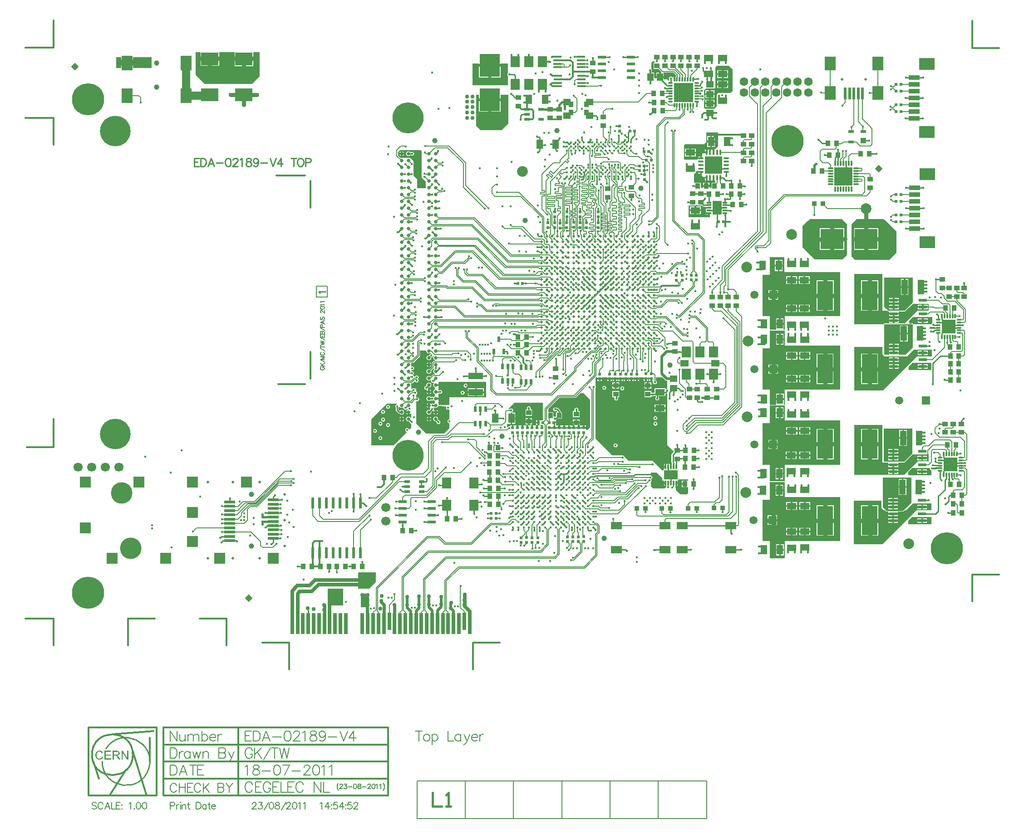
<source format=gbr>
%FSLAX24Y24*%
%MOIN*%
G70*
G01*
G75*
G04 Layer_Physical_Order=1*
G04 Layer_Color=48896*
%ADD10R,0.0787X0.0984*%
%ADD11R,0.0197X0.0906*%
%ADD12R,0.0787X0.0197*%
%ADD13R,0.0433X0.0236*%
%ADD14R,0.0236X0.0413*%
%ADD15R,0.0394X0.0394*%
%ADD16R,0.0394X0.0236*%
%ADD17R,0.0689X0.0984*%
%ADD18R,0.0335X0.0118*%
%ADD19R,0.0610X0.0236*%
%ADD20R,0.0236X0.0807*%
%ADD21C,0.0252*%
%ADD22O,0.0413X0.0138*%
%ADD23O,0.0138X0.0413*%
%ADD24R,0.1280X0.1280*%
%ADD25R,0.1398X0.1398*%
%ADD26O,0.0118X0.0354*%
%ADD27O,0.0354X0.0118*%
%ADD28R,0.1319X0.1319*%
%ADD29O,0.0413X0.0118*%
%ADD30O,0.0118X0.0413*%
%ADD31R,0.1004X0.1004*%
%ADD32R,0.0276X0.1575*%
%ADD33R,0.0276X0.1260*%
%ADD34R,0.0827X0.0551*%
%ADD35R,0.0709X0.0787*%
%ADD36R,0.0532X0.0492*%
%ADD37R,0.0669X0.0846*%
%ADD38R,0.0608X0.0512*%
%ADD39R,0.0354X0.0433*%
%ADD40R,0.0787X0.1063*%
%ADD41R,0.0354X0.0374*%
%ADD42C,0.0354*%
%ADD43R,0.1142X0.2126*%
%ADD44R,0.1500X0.1671*%
%ADD45R,0.1260X0.0965*%
%ADD46R,0.0453X0.1063*%
%ADD47C,0.0157*%
%ADD48C,0.0394*%
%ADD49C,0.0197*%
%ADD50C,0.0177*%
%ADD51R,0.0787X0.0354*%
%ADD52R,0.1671X0.1500*%
%ADD53R,0.0394X0.0354*%
%ADD54R,0.0394X0.0374*%
%ADD55R,0.0453X0.0709*%
%ADD56R,0.0709X0.0453*%
%ADD57R,0.1063X0.0453*%
%ADD58R,0.0244X0.0244*%
%ADD59R,0.0354X0.0394*%
%ADD60R,0.0374X0.0394*%
%ADD61R,0.0453X0.0571*%
%ADD62R,0.0571X0.0453*%
%ADD63R,0.0591X0.0177*%
%ADD64R,0.0236X0.0236*%
%ADD65P,0.0557X4X180.0*%
%ADD66R,0.0118X0.0335*%
%ADD67R,0.0984X0.0689*%
%ADD68R,0.0244X0.0244*%
%ADD69R,0.0236X0.0236*%
%ADD70R,0.0413X0.0236*%
%ADD71R,0.0236X0.0394*%
%ADD72C,0.0050*%
%ADD73C,0.0600*%
%ADD74C,0.0300*%
%ADD75C,0.0120*%
%ADD76C,0.0100*%
%ADD77C,0.0080*%
%ADD78C,0.0150*%
%ADD79C,0.0060*%
%ADD80C,0.0160*%
%ADD81C,0.0240*%
%ADD82C,0.0200*%
%ADD83C,0.0070*%
%ADD84C,0.0140*%
%ADD85C,0.0180*%
%ADD86C,0.0260*%
%ADD87C,0.0400*%
%ADD88C,0.0787*%
%ADD89R,0.0787X0.0787*%
%ADD90C,0.2362*%
%ADD91C,0.2244*%
%ADD92C,0.2283*%
%ADD93C,0.0630*%
%ADD94C,0.0669*%
%ADD95C,0.0591*%
%ADD96R,0.0591X0.0591*%
%ADD97R,0.1181X0.0866*%
%ADD98C,0.1575*%
%ADD99C,0.0295*%
G36*
X93533Y58788D02*
Y58238D01*
X93183Y57888D01*
X92933Y57638D01*
X91733D01*
X91433Y57938D01*
Y60088D01*
X93533D01*
Y58788D01*
D02*
G37*
G36*
X84133Y55088D02*
X88183D01*
Y51838D01*
X84133D01*
Y50712D01*
X84050D01*
Y50712D01*
Y50744D01*
X84050Y50747D01*
X84050D01*
D01*
Y50747D01*
X84050D01*
D01*
Y51088D01*
X83497D01*
Y50747D01*
X83497Y50747D01*
X83497D01*
X83497Y50744D01*
X83466Y50712D01*
X83033D01*
Y51838D01*
X82483D01*
Y54888D01*
X83033D01*
Y56188D01*
X84133D01*
Y55088D01*
D02*
G37*
G36*
X69537Y51398D02*
X69817Y51118D01*
Y50698D01*
Y49048D01*
X69797Y49028D01*
X69637Y48868D01*
X69533D01*
Y48869D01*
X69533Y48894D01*
X69533Y48904D01*
X69533D01*
D01*
Y48904D01*
X69533D01*
D01*
Y48977D01*
X69365D01*
Y49037D01*
X69305D01*
Y49205D01*
X69207D01*
X69207Y49205D01*
D01*
D01*
X69207Y49205D01*
X69197Y49205D01*
X69184D01*
X69172D01*
X69161Y49205D01*
X69161Y49205D01*
Y49205D01*
X69064D01*
Y49037D01*
X68944D01*
Y49205D01*
X69060D01*
Y49347D01*
X68567D01*
Y49205D01*
X68486D01*
X68486Y49205D01*
D01*
D01*
X68486Y49205D01*
X68475Y49205D01*
X68463D01*
X68451D01*
X68440Y49205D01*
X68440Y49205D01*
Y49205D01*
X68343D01*
Y49037D01*
X68223D01*
Y49205D01*
X68125D01*
X68125Y49205D01*
D01*
D01*
X68125Y49205D01*
X68115Y49205D01*
X68102D01*
X68090D01*
X68079Y49205D01*
X68079Y49205D01*
Y49205D01*
X67982D01*
Y49037D01*
X67862D01*
Y49205D01*
X67765D01*
X67765Y49205D01*
D01*
D01*
X67765Y49205D01*
X67754Y49205D01*
X67742D01*
X67729D01*
X67719Y49205D01*
X67719Y49205D01*
Y49205D01*
X67621D01*
Y49037D01*
X67501D01*
Y49205D01*
X67404D01*
X67404Y49205D01*
D01*
D01*
X67404Y49205D01*
X67393Y49205D01*
X67381D01*
X67369D01*
X67369D01*
X67358D01*
X67358D01*
D01*
X67335Y49205D01*
Y49252D01*
X67335D01*
Y49360D01*
X67167D01*
Y49480D01*
X67335D01*
Y49588D01*
X67335Y49588D01*
X67335D01*
X67331Y49602D01*
X67341Y49609D01*
X67344Y49614D01*
X67354Y49616D01*
X67387Y49638D01*
X67442Y49693D01*
X67772D01*
Y50187D01*
X67647D01*
Y50255D01*
X67639Y50294D01*
X67617Y50327D01*
X67617Y50327D01*
D01*
D01*
D01*
D01*
X67617Y50327D01*
D01*
D01*
X67617D01*
X67482Y50462D01*
X67449Y50484D01*
X67410Y50492D01*
X67347D01*
X67304Y50521D01*
X67250Y50531D01*
X67196Y50521D01*
X67150Y50490D01*
X67119Y50444D01*
X67109Y50390D01*
X67119Y50336D01*
X67150Y50290D01*
X67196Y50259D01*
X67250Y50249D01*
X67304Y50259D01*
X67347Y50288D01*
X67368D01*
X67423Y50233D01*
X67404Y50187D01*
X67318D01*
Y49877D01*
X67279Y49845D01*
X67240Y49853D01*
X67185Y49842D01*
X67142Y49865D01*
Y50187D01*
X66757D01*
Y50413D01*
X67575Y51232D01*
X68712D01*
X68741Y51237D01*
X68766Y51254D01*
X69090Y51578D01*
X69357D01*
X69537Y51398D01*
D02*
G37*
G36*
X79223Y69738D02*
X79023Y69538D01*
Y69517D01*
X78979Y69493D01*
X78958Y69507D01*
Y69267D01*
X78838D01*
Y69507D01*
X78812Y69490D01*
X78795Y69464D01*
X78745D01*
X78728Y69490D01*
X78702Y69507D01*
Y69267D01*
X78582D01*
Y69507D01*
X78556Y69490D01*
X78539Y69464D01*
X78489D01*
X78472Y69490D01*
X78446Y69507D01*
Y69267D01*
X78386D01*
Y69207D01*
X78265D01*
Y69238D01*
X78073D01*
Y68975D01*
X78033D01*
Y68853D01*
X77973D01*
Y68793D01*
X77732D01*
X77739Y68782D01*
X77716Y68738D01*
X76723D01*
Y69788D01*
X76773Y69838D01*
X76823Y69888D01*
X78223D01*
X78373Y70038D01*
Y70738D01*
X79223D01*
Y69738D01*
D02*
G37*
G36*
X66367Y49588D02*
X66226D01*
X66226Y49588D01*
D01*
D01*
X66226Y49588D01*
X66209Y49588D01*
X66200D01*
X66191D01*
X66174Y49588D01*
X66174Y49588D01*
Y49588D01*
X66083D01*
Y49420D01*
Y49252D01*
X66191D01*
Y49252D01*
X66209D01*
X66226Y49252D01*
Y49252D01*
X66226D01*
X66226D01*
Y49252D01*
D01*
D01*
D01*
X66367D01*
Y49197D01*
X66350D01*
Y49029D01*
X66230D01*
Y49197D01*
X66122D01*
D01*
D01*
X66122Y49197D01*
X66100D01*
Y49197D01*
X65992D01*
Y49029D01*
X65872D01*
Y49197D01*
X65764D01*
D01*
D01*
X65764Y49197D01*
X65741D01*
Y49197D01*
X65633D01*
Y49029D01*
X65513D01*
Y49197D01*
X65405D01*
D01*
D01*
X65405Y49197D01*
X65383D01*
Y49197D01*
X65275D01*
Y49029D01*
X65155D01*
Y49197D01*
X65047D01*
D01*
D01*
X65047Y49197D01*
X65025D01*
Y49197D01*
X64917D01*
Y49029D01*
X64797D01*
Y49197D01*
X64689D01*
D01*
D01*
X64689Y49197D01*
X64666D01*
Y49197D01*
X64558D01*
Y49029D01*
X64438D01*
Y49197D01*
X64330D01*
D01*
D01*
X64330Y49197D01*
X64308D01*
Y49197D01*
X64200D01*
Y49029D01*
X64080D01*
Y49197D01*
X63972D01*
Y49165D01*
X63933Y49134D01*
X63885Y49143D01*
X63830Y49132D01*
X63784Y49102D01*
X63774Y49087D01*
X63727Y49101D01*
Y49318D01*
X63773D01*
Y49318D01*
X63990D01*
Y49722D01*
Y50126D01*
X64067D01*
X64062Y50176D01*
X64099Y50183D01*
X64145Y50214D01*
X64176Y50261D01*
X64187Y50315D01*
X64176Y50370D01*
X64145Y50416D01*
X64099Y50447D01*
X64044Y50458D01*
X63989Y50447D01*
X63943Y50416D01*
X63927Y50392D01*
X63845D01*
X63826Y50438D01*
X64157Y50768D01*
X64267Y50878D01*
X66367D01*
Y49588D01*
D02*
G37*
G36*
X63820Y71400D02*
X63320Y70900D01*
X61800D01*
X61460Y71240D01*
Y73510D01*
X61650D01*
Y73210D01*
X63250D01*
Y73510D01*
X63820D01*
Y71400D01*
D02*
G37*
G36*
X91476Y64291D02*
X92323Y63465D01*
Y61890D01*
X91799Y61378D01*
X89298D01*
X89016Y61654D01*
Y64016D01*
X89379Y64378D01*
X91387D01*
X91476Y64291D01*
D02*
G37*
G36*
X88701Y64016D02*
Y61732D01*
X88382Y61417D01*
X86310D01*
X85553Y62165D01*
X85433Y62283D01*
Y63504D01*
Y63858D01*
X85832Y64252D01*
X85959Y64378D01*
X88302D01*
X88701Y64016D01*
D02*
G37*
G36*
X94880Y41930D02*
X93180D01*
Y42180D01*
X93458Y42458D01*
X94880D01*
Y41930D01*
D02*
G37*
G36*
X80283Y75388D02*
Y73788D01*
X80133Y73638D01*
X79233D01*
X79133Y73538D01*
Y72688D01*
X78933Y72488D01*
X78283D01*
X78183Y72588D01*
Y73056D01*
X78184Y73057D01*
X78215Y73103D01*
X78226Y73158D01*
X78215Y73213D01*
X78184Y73259D01*
X78183Y73260D01*
Y73290D01*
X78194Y73297D01*
X78225Y73343D01*
X78236Y73398D01*
X78225Y73453D01*
X78194Y73499D01*
X78183Y73506D01*
Y73838D01*
X78331Y73986D01*
X78968D01*
Y73988D01*
X78983D01*
X79033Y74038D01*
Y75538D01*
X79133Y75638D01*
X80033D01*
X80283Y75388D01*
D02*
G37*
G36*
X93483Y47138D02*
X92883Y46538D01*
X91383D01*
Y48988D01*
X93483D01*
Y47138D01*
D02*
G37*
G36*
X57470Y69368D02*
Y67435D01*
X57777Y67128D01*
Y66628D01*
X57137D01*
Y67312D01*
X56877Y67572D01*
Y68632D01*
X56620Y68888D01*
X55881D01*
X55737Y69033D01*
Y69320D01*
X55857Y69440D01*
X57398D01*
X57470Y69368D01*
D02*
G37*
G36*
X91290Y46468D02*
X91735D01*
Y46378D01*
X92445D01*
Y46468D01*
X92793D01*
X92809Y46484D01*
X92883D01*
X92921Y46500D01*
X93486Y47065D01*
X94683D01*
Y46565D01*
X93890D01*
X92890Y45565D01*
X89223D01*
Y49253D01*
X91290D01*
Y46468D01*
D02*
G37*
G36*
X77721Y67869D02*
X77723Y67876D01*
X77732Y67890D01*
X77973D01*
Y67830D01*
X78033D01*
Y67708D01*
X77973D01*
Y67638D01*
X78123Y67488D01*
X78265D01*
Y67476D01*
X78386D01*
Y67416D01*
X78446D01*
Y67176D01*
X78472Y67193D01*
X78489Y67219D01*
X78539D01*
X78556Y67193D01*
X78582Y67176D01*
Y67416D01*
X78702D01*
Y67176D01*
X78728Y67193D01*
X78745Y67219D01*
X78795D01*
X78812Y67193D01*
X78838Y67176D01*
Y67416D01*
X78958D01*
Y67176D01*
X78979Y67190D01*
X79023Y67166D01*
Y67045D01*
X78751D01*
Y66688D01*
X78605D01*
Y66738D01*
X78131D01*
Y66688D01*
X77975D01*
Y67045D01*
X77501D01*
D01*
X77501D01*
X77473Y67073D01*
Y67688D01*
X77586Y67801D01*
X77587D01*
Y67802D01*
X77677Y67892D01*
X77721Y67869D01*
D02*
G37*
G36*
X55638Y50756D02*
X55602Y50749D01*
X55557Y50718D01*
X55526Y50672D01*
X55515Y50618D01*
X55526Y50564D01*
X55555Y50521D01*
Y50333D01*
X55555Y50333D01*
X55555D01*
X55562Y50294D01*
X55584Y50261D01*
X55745Y50101D01*
X55778Y50079D01*
X55817Y50071D01*
X55845D01*
X55861Y50046D01*
X55920Y50007D01*
X55988Y49994D01*
X56057Y50007D01*
X56115Y50046D01*
X56154Y50105D01*
X56168Y50173D01*
X56154Y50242D01*
X56115Y50300D01*
X56057Y50339D01*
X55988Y50353D01*
X55920Y50339D01*
X55861Y50300D01*
X55837Y50298D01*
X55758Y50376D01*
Y50521D01*
X55787Y50564D01*
X55789Y50572D01*
X55838Y50582D01*
X55861Y50546D01*
X55920Y50507D01*
X55988Y50494D01*
X56057Y50507D01*
X56089Y50529D01*
X56130Y50501D01*
X56129Y50493D01*
X56139Y50439D01*
X56170Y50393D01*
X56216Y50362D01*
X56270Y50352D01*
X56324Y50362D01*
X56370Y50393D01*
X56391Y50424D01*
X56419Y50419D01*
X56442Y50375D01*
X56428Y50341D01*
X56420Y50339D01*
X56361Y50300D01*
X56322Y50242D01*
X56321Y50233D01*
X56488D01*
Y50173D01*
X56548D01*
Y50006D01*
X56557Y50007D01*
X56615Y50046D01*
X56652Y50102D01*
X56700Y50087D01*
Y49759D01*
X56652Y49745D01*
X56615Y49800D01*
X56557Y49839D01*
X56488Y49853D01*
X56420Y49839D01*
X56361Y49800D01*
X56322Y49742D01*
X56309Y49673D01*
X56322Y49605D01*
X56361Y49546D01*
X56420Y49507D01*
X56488Y49494D01*
X56526Y49501D01*
X56572Y49454D01*
X56582Y49404D01*
X56613Y49358D01*
X56659Y49327D01*
X56700Y49319D01*
Y49050D01*
X56569Y48919D01*
X56521Y48933D01*
X56521Y48934D01*
X56490Y48980D01*
X56444Y49011D01*
X56390Y49021D01*
X56336Y49011D01*
X56290Y48980D01*
X56259Y48934D01*
X56249Y48880D01*
X56259Y48826D01*
X56290Y48780D01*
X56336Y48749D01*
X56337Y48749D01*
X56351Y48701D01*
X55400Y47750D01*
X53750D01*
Y49650D01*
X54906Y50806D01*
X55633D01*
X55638Y50756D01*
D02*
G37*
G36*
X93423Y44068D02*
Y43518D01*
X93073Y43168D01*
X92823Y42918D01*
X91623D01*
X91323Y43218D01*
Y45368D01*
X93423D01*
Y44068D01*
D02*
G37*
G36*
X77716Y65376D02*
X78046D01*
X78105Y65317D01*
X78138Y65295D01*
X78177Y65287D01*
X78344D01*
Y65280D01*
Y65252D01*
X78561D01*
Y65132D01*
X78344D01*
Y65083D01*
Y64886D01*
Y64858D01*
X78561D01*
Y64799D01*
X78621D01*
Y64689D01*
X78643D01*
Y64518D01*
X77073D01*
Y65376D01*
X77116D01*
Y65376D01*
X77610D01*
Y65408D01*
X77716D01*
Y65376D01*
D02*
G37*
G36*
X84133Y49558D02*
X88183D01*
Y46308D01*
X84133D01*
Y45102D01*
X83033D01*
Y46308D01*
X82483D01*
Y49358D01*
X83033D01*
Y50658D01*
X84133D01*
Y49558D01*
D02*
G37*
G36*
X57809Y54673D02*
X57822Y54605D01*
X57861Y54546D01*
X57920Y54507D01*
X57988Y54494D01*
X58057Y54507D01*
X58115Y54546D01*
X58122Y54547D01*
X58154Y54508D01*
X58147Y54486D01*
X58112Y54479D01*
X58067Y54448D01*
X58036Y54402D01*
X58025Y54348D01*
X58023Y54346D01*
X57988Y54353D01*
X57920Y54339D01*
X57861Y54300D01*
X57822Y54242D01*
X57809Y54173D01*
X57822Y54105D01*
X57861Y54046D01*
X57920Y54007D01*
X57988Y53994D01*
X58057Y54007D01*
X58115Y54046D01*
X58154Y54105D01*
X58168Y54173D01*
X58162Y54202D01*
X58167Y54207D01*
X58221Y54218D01*
X58266Y54248D01*
X58297Y54294D01*
X58304Y54329D01*
X58323Y54334D01*
X58341Y54319D01*
X58359Y54296D01*
X58322Y54242D01*
X58309Y54173D01*
X58322Y54105D01*
X58361Y54046D01*
X58420Y54007D01*
X58421Y54007D01*
X58421Y53941D01*
X58381D01*
X58381Y53941D01*
X58352Y53935D01*
X58327Y53918D01*
X58243Y53834D01*
X58227Y53809D01*
X58221Y53780D01*
Y53514D01*
X58048Y53341D01*
X57988Y53353D01*
X57920Y53339D01*
X57861Y53300D01*
X57822Y53242D01*
X57809Y53173D01*
X57822Y53105D01*
X57861Y53046D01*
X57920Y53007D01*
X57988Y52994D01*
X58057Y53007D01*
X58115Y53046D01*
X58154Y53105D01*
X58168Y53173D01*
X58156Y53233D01*
X58307Y53384D01*
X58355Y53369D01*
X58356Y53364D01*
X58387Y53318D01*
Y53318D01*
X58361Y53300D01*
Y53300D01*
X58361Y53300D01*
X58361D01*
X58322Y53242D01*
X58309Y53173D01*
X58322Y53105D01*
X58361Y53046D01*
X58420Y53007D01*
X58421Y53007D01*
X58421Y52941D01*
X58297D01*
X58297Y52941D01*
X58268Y52935D01*
X58243Y52918D01*
X58243Y52918D01*
X58124Y52799D01*
X58115Y52800D01*
X58057Y52839D01*
X57988Y52853D01*
X57920Y52839D01*
X57861Y52800D01*
X57822Y52742D01*
X57809Y52673D01*
X57822Y52605D01*
X57861Y52546D01*
X57920Y52507D01*
X57988Y52494D01*
X58057Y52507D01*
X58113Y52545D01*
X58155Y52517D01*
X58145Y52468D01*
X58156Y52414D01*
X58187Y52368D01*
X58232Y52338D01*
X58287Y52327D01*
X58330Y52336D01*
X58357Y52294D01*
X58322Y52242D01*
X58309Y52173D01*
X58322Y52105D01*
X58361Y52046D01*
X58420Y52007D01*
X58420Y52007D01*
X58420Y51839D01*
X58420Y51839D01*
X58361Y51800D01*
X58322Y51742D01*
X58309Y51673D01*
X58322Y51605D01*
X58361Y51546D01*
X58420Y51507D01*
X58420Y51507D01*
X58420Y51339D01*
X58420Y51339D01*
X58361Y51300D01*
X58356Y51291D01*
X58306Y51282D01*
X58281Y51299D01*
X58227Y51310D01*
X58172Y51299D01*
X58137Y51275D01*
X58115Y51300D01*
X58115Y51300D01*
Y51300D01*
X58057Y51339D01*
X57988Y51353D01*
X57920Y51339D01*
X57861Y51300D01*
X57822Y51242D01*
X57809Y51173D01*
X57822Y51105D01*
X57861Y51046D01*
X57920Y51007D01*
X57988Y50994D01*
X58057Y51007D01*
X58115Y51046D01*
X58129Y51067D01*
X58172Y51038D01*
X58227Y51027D01*
X58281Y51038D01*
X58311Y51058D01*
X58360Y51048D01*
X58361Y51046D01*
X58420Y51007D01*
X58420Y51007D01*
X58420Y50880D01*
X58420D01*
Y50839D01*
X58420Y50839D01*
X58361Y50800D01*
X58361Y50800D01*
Y50800D01*
X58346Y50788D01*
D01*
Y50788D01*
D01*
X58301Y50819D01*
X58247Y50830D01*
X58192Y50819D01*
X58147Y50788D01*
D01*
D01*
X58115Y50800D01*
X58115Y50800D01*
Y50800D01*
X58057Y50839D01*
X58048Y50841D01*
Y50673D01*
Y50506D01*
X58057Y50507D01*
Y50507D01*
X58057D01*
D01*
X58057Y50507D01*
D01*
D01*
D01*
X58064Y50508D01*
X58088Y50469D01*
X58078Y50415D01*
X58079Y50408D01*
X58018Y50347D01*
X57988Y50353D01*
X57920Y50339D01*
X57861Y50300D01*
X57822Y50242D01*
X57809Y50173D01*
X57822Y50105D01*
X57861Y50046D01*
X57920Y50007D01*
X57988Y49994D01*
X58057Y50007D01*
X58115Y50046D01*
X58154Y50105D01*
X58168Y50173D01*
X58162Y50203D01*
X58236Y50277D01*
X58273Y50284D01*
X58307Y50307D01*
X58340Y50275D01*
D01*
X58342Y50272D01*
X58322Y50242D01*
X58321Y50233D01*
X58428D01*
Y50341D01*
X58420Y50339D01*
X58373Y50308D01*
X58341Y50341D01*
D01*
X58338Y50343D01*
X58350Y50361D01*
X58360Y50415D01*
X58350Y50469D01*
X58320Y50513D01*
X58348Y50555D01*
X58357Y50553D01*
X58361Y50546D01*
X58420Y50507D01*
X58488Y50494D01*
X58557Y50507D01*
X58615Y50546D01*
X58654Y50605D01*
X58658Y50623D01*
X58700Y50646D01*
X59244Y50616D01*
X59266Y50571D01*
X59256Y50557D01*
X59246Y50503D01*
X59256Y50449D01*
X59287Y50403D01*
X59333Y50372D01*
X59387Y50362D01*
X59441Y50372D01*
X59456Y50382D01*
X59500Y50359D01*
Y49654D01*
X59450Y49644D01*
X59404Y49613D01*
X59373Y49567D01*
X59363Y49513D01*
X59373Y49459D01*
X59404Y49413D01*
X59450Y49382D01*
X59500Y49373D01*
Y49010D01*
X59090Y48600D01*
X57800D01*
X57050Y49350D01*
Y50970D01*
X57089Y50991D01*
X57143Y50980D01*
X57197Y50991D01*
X57243Y51022D01*
X57274Y51068D01*
X57284Y51122D01*
X57274Y51176D01*
X57243Y51222D01*
X57197Y51252D01*
X57143Y51263D01*
X57089Y51252D01*
X57050Y51273D01*
Y51468D01*
X57051Y51468D01*
X57096Y51498D01*
X57127Y51544D01*
X57138Y51598D01*
X57127Y51652D01*
X57096Y51698D01*
X57051Y51729D01*
X57050Y51729D01*
Y51900D01*
X56972D01*
X56966Y51908D01*
X56921Y51939D01*
X56867Y51950D01*
X56812Y51939D01*
X56767Y51908D01*
X56761Y51900D01*
X56700D01*
Y52297D01*
X56743D01*
X56772Y52303D01*
X56797Y52319D01*
X56925Y52447D01*
X56933Y52449D01*
X56977Y52444D01*
X57000Y52410D01*
X57046Y52379D01*
X57100Y52369D01*
X57154Y52379D01*
X57200Y52410D01*
X57231Y52456D01*
X57241Y52510D01*
X57231Y52564D01*
X57200Y52610D01*
Y52644D01*
X57206Y52648D01*
X57237Y52694D01*
X57248Y52748D01*
X57237Y52802D01*
X57206Y52848D01*
X57161Y52879D01*
X57107Y52890D01*
X57052Y52879D01*
X57007Y52848D01*
X56976Y52802D01*
X56973Y52787D01*
X56924Y52774D01*
X56917Y52783D01*
X56918Y52788D01*
X56907Y52842D01*
X56876Y52888D01*
X56831Y52919D01*
X56829Y52927D01*
X56846Y52938D01*
X56877Y52984D01*
X56888Y53038D01*
X56877Y53092D01*
X56846Y53138D01*
X56801Y53169D01*
X56747Y53180D01*
X56739Y53178D01*
X56700Y53210D01*
Y53243D01*
X56739Y53275D01*
X56770Y53269D01*
X56824Y53279D01*
X56870Y53310D01*
X56901Y53356D01*
X56911Y53410D01*
X56901Y53464D01*
X56870Y53510D01*
X56824Y53541D01*
X56770Y53551D01*
X56739Y53545D01*
X56700Y53577D01*
Y53797D01*
X56810D01*
X56839Y53803D01*
X56864Y53819D01*
X57314Y54269D01*
X57331Y54294D01*
X57336Y54323D01*
Y54708D01*
X57780D01*
X57809Y54673D01*
D02*
G37*
G36*
X94793Y46039D02*
X94790Y46028D01*
X94801Y45973D01*
X94832Y45927D01*
X94878Y45896D01*
X94900Y45892D01*
Y45550D01*
X93200D01*
Y45798D01*
X93480Y46078D01*
X94761D01*
X94793Y46039D01*
D02*
G37*
G36*
X94908Y53759D02*
X94908Y53759D01*
Y53270D01*
X93230D01*
Y53520D01*
X93508Y53798D01*
X94876D01*
X94908Y53759D01*
D02*
G37*
G36*
X91233Y43108D02*
X91383Y42958D01*
X91506D01*
X91585Y42880D01*
X91623Y42864D01*
X91623Y42864D01*
X91725D01*
Y42768D01*
X92435D01*
Y42864D01*
X92823D01*
X92861Y42880D01*
X92861Y42880D01*
X92940Y42958D01*
X93033D01*
X93533Y43458D01*
X94883D01*
Y42958D01*
X93783D01*
X91283Y40458D01*
X89183D01*
Y43658D01*
X91233D01*
Y43108D01*
D02*
G37*
G36*
X51693Y35978D02*
X50553D01*
Y37208D01*
X51693D01*
Y35978D01*
D02*
G37*
G36*
X75143Y45338D02*
Y45178D01*
X75183Y45138D01*
X75264D01*
Y45039D01*
X75373D01*
Y44979D01*
X75433D01*
Y44762D01*
X75383D01*
Y44708D01*
X75243Y44568D01*
X74463D01*
X74283Y44748D01*
Y45058D01*
X74314Y45104D01*
X74324Y45158D01*
X74314Y45212D01*
X74301Y45231D01*
X74308Y45246D01*
X74354Y45277D01*
X74385Y45323D01*
X74396Y45378D01*
X74385Y45433D01*
X74354Y45479D01*
X74308Y45510D01*
X74283Y45515D01*
Y45738D01*
X74743D01*
X75143Y45338D01*
D02*
G37*
G36*
X53500Y35863D02*
X53467Y35830D01*
X53010D01*
X53000Y36740D01*
X53010Y36750D01*
X53500D01*
Y35863D01*
D02*
G37*
G36*
X74575Y75956D02*
X74585Y75907D01*
X74553Y75868D01*
X74485D01*
Y75414D01*
X74851D01*
X75076Y75190D01*
X75057Y75143D01*
X75017D01*
Y74868D01*
X75234D01*
Y75132D01*
X75954D01*
X76152Y74933D01*
Y74863D01*
X76132Y74849D01*
X76093D01*
X76074Y74862D01*
Y74652D01*
X75954D01*
Y74862D01*
X75935Y74849D01*
X75911Y74813D01*
X75908Y74797D01*
X75859Y74787D01*
X75854Y74795D01*
X75807Y74826D01*
X75753Y74837D01*
X75698Y74826D01*
X75652Y74795D01*
X75621Y74748D01*
X75610Y74694D01*
X75621Y74639D01*
X75652Y74593D01*
X75612Y74534D01*
X75608Y74532D01*
X75510Y74630D01*
X75234D01*
Y74748D01*
X74681D01*
Y74724D01*
X74635Y74705D01*
X74560Y74780D01*
X74525Y74815D01*
Y75143D01*
X74361D01*
Y75237D01*
X74365Y75243D01*
X74376Y75298D01*
X74365Y75353D01*
X74334Y75399D01*
X74330Y75402D01*
Y75860D01*
X74340Y75870D01*
X74430Y75960D01*
X74572D01*
X74575Y75956D01*
D02*
G37*
G36*
X77043Y45218D02*
Y45155D01*
X76868D01*
Y44908D01*
Y44661D01*
X77043D01*
Y44238D01*
X76953Y44148D01*
X76453D01*
X76243Y44358D01*
X76123Y44478D01*
Y44762D01*
X76101D01*
Y44979D01*
X76161D01*
Y45039D01*
X76270D01*
Y45175D01*
X76309D01*
Y45248D01*
X77013D01*
X77043Y45218D01*
D02*
G37*
G36*
X84133Y43948D02*
X88183D01*
Y40698D01*
X84133D01*
Y39448D01*
X83033D01*
Y40698D01*
X82483D01*
Y43748D01*
X83033D01*
Y45048D01*
X84133D01*
Y43948D01*
D02*
G37*
G36*
X91283Y54438D02*
X91433Y54288D01*
X93083D01*
X93583Y54788D01*
X94933D01*
Y54288D01*
X93833D01*
X91333Y51788D01*
X89233D01*
Y54988D01*
X91283D01*
Y54438D01*
D02*
G37*
G36*
X54100Y37700D02*
X53600Y37200D01*
X52800D01*
Y38400D01*
X54100D01*
Y37700D01*
D02*
G37*
G36*
X94950Y56704D02*
X94942Y56699D01*
X94911Y56653D01*
X94911Y56650D01*
X93582D01*
X93571Y56676D01*
X93533Y56692D01*
X93430D01*
X93421Y56688D01*
X93417Y56689D01*
X93373Y56680D01*
X93329Y56689D01*
X93325Y56688D01*
X93316Y56692D01*
X93250D01*
Y56900D01*
X93528Y57178D01*
X94950D01*
Y56704D01*
D02*
G37*
G36*
X93533Y54938D02*
X92993Y54398D01*
X92491D01*
Y54468D01*
X91781D01*
Y54398D01*
X91433D01*
Y56638D01*
X93316D01*
X93318Y56636D01*
X93373Y56625D01*
X93428Y56636D01*
X93430Y56638D01*
X93533D01*
Y54938D01*
D02*
G37*
G36*
X91300Y57650D02*
X91644D01*
X91695Y57600D01*
X91733Y57584D01*
X91733Y57584D01*
X91781D01*
Y57476D01*
X92491D01*
Y57584D01*
X92933D01*
X92971Y57600D01*
X92971Y57600D01*
X93221Y57850D01*
X93221Y57850D01*
X93522Y58150D01*
X94693D01*
Y57650D01*
X93900D01*
X92942Y56692D01*
X91433D01*
X91395Y56676D01*
X91384Y56650D01*
X89233D01*
Y60338D01*
X91300D01*
Y57650D01*
D02*
G37*
G36*
X45551Y74853D02*
X45561Y74843D01*
X45010Y74291D01*
X41535D01*
X40866Y74961D01*
Y76624D01*
X41220D01*
Y76229D01*
X42580D01*
Y76624D01*
X43720D01*
Y76210D01*
X45080D01*
Y76624D01*
X45551D01*
Y74853D01*
D02*
G37*
G36*
X84087Y61542D02*
X84083Y61538D01*
Y60488D01*
X88183D01*
Y57238D01*
X84133D01*
Y56242D01*
X84040D01*
Y56242D01*
Y56264D01*
X84040Y56277D01*
X84040D01*
D01*
Y56277D01*
X84040D01*
D01*
Y56608D01*
X83487D01*
Y56277D01*
X83487Y56277D01*
X83487D01*
X83487Y56264D01*
X83466Y56242D01*
X83033D01*
Y57238D01*
X82483D01*
Y60288D01*
X83033D01*
Y61588D01*
X84068D01*
X84087Y61542D01*
D02*
G37*
G36*
X37613Y75468D02*
X36271D01*
Y75790D01*
X35384D01*
Y75468D01*
X35013D01*
Y76268D01*
X35384D01*
Y75910D01*
X36271D01*
Y76268D01*
X37613D01*
Y75468D01*
D02*
G37*
G36*
X75361Y52524D02*
X75410Y52491D01*
X75469Y52479D01*
X75483D01*
Y51909D01*
X75445Y51902D01*
X75418Y51884D01*
X75374Y51907D01*
Y51927D01*
X74566D01*
Y51605D01*
X74511D01*
X74491Y51619D01*
X74437Y51630D01*
X74382Y51619D01*
X74359Y51603D01*
X74314Y51627D01*
Y51734D01*
X73821D01*
Y51260D01*
X74314D01*
Y51350D01*
X74359Y51374D01*
X74382Y51358D01*
X74437Y51347D01*
X74491Y51358D01*
X74536Y51388D01*
X74536Y51388D01*
Y51388D01*
X74541Y51390D01*
X74566Y51374D01*
Y51374D01*
X74655D01*
Y51285D01*
X74626Y51242D01*
X74615Y51188D01*
X74626Y51134D01*
X74657Y51088D01*
X74702Y51058D01*
X74757Y51047D01*
X74811Y51058D01*
X74856Y51088D01*
X74887Y51134D01*
X74898Y51188D01*
X74887Y51242D01*
X74858Y51285D01*
Y51374D01*
X75374D01*
Y51549D01*
X75381D01*
X75420Y51556D01*
X75439Y51569D01*
X75483Y51546D01*
Y47768D01*
X75976Y47275D01*
Y47260D01*
X75841Y47125D01*
X75819Y47092D01*
X75811Y47053D01*
Y46478D01*
X75819Y46439D01*
X75830Y46422D01*
X75807Y46378D01*
X75827D01*
Y46160D01*
X75707D01*
Y46378D01*
X75433D01*
Y46160D01*
X75373D01*
Y46100D01*
X75264D01*
Y45964D01*
X75225D01*
Y45908D01*
X75135D01*
X74439Y46604D01*
X72671D01*
X72264Y47011D01*
X71464D01*
X70226Y48249D01*
Y49428D01*
X70227D01*
Y51975D01*
X70238Y51992D01*
X70249Y52046D01*
X70238Y52100D01*
X70227Y52117D01*
Y52715D01*
X70240Y52728D01*
X70375D01*
Y52691D01*
X70711D01*
Y52728D01*
X71098D01*
Y52691D01*
X71434D01*
Y52728D01*
X71498D01*
Y52693D01*
X71834D01*
Y52728D01*
X71897D01*
Y52693D01*
X72233D01*
Y52728D01*
X72297D01*
Y52693D01*
X72633D01*
Y52728D01*
X72697D01*
Y52693D01*
X73033D01*
Y52728D01*
X73096D01*
Y52693D01*
X73432D01*
Y52728D01*
X73754D01*
Y52711D01*
X74090D01*
Y52728D01*
X74154D01*
Y52711D01*
X74322D01*
Y52651D01*
X74382D01*
Y52483D01*
X74438D01*
X74462Y52439D01*
X74451Y52423D01*
X74440Y52368D01*
X74451Y52313D01*
X74482Y52267D01*
X74528Y52236D01*
X74583Y52225D01*
X74638Y52236D01*
X74684Y52267D01*
X74715Y52313D01*
X74726Y52368D01*
X74715Y52423D01*
X74684Y52469D01*
X74659Y52485D01*
Y52728D01*
X75156D01*
X75361Y52524D01*
D02*
G37*
G36*
X63800Y75103D02*
X63793Y75098D01*
X63762Y75052D01*
X63752Y74998D01*
X63762Y74944D01*
X63793Y74898D01*
X63800Y74893D01*
Y74200D01*
X61200D01*
Y75816D01*
X61650D01*
Y75720D01*
X63250D01*
Y75816D01*
X63800D01*
Y75103D01*
D02*
G37*
G36*
X59500Y52398D02*
X62193D01*
Y51258D01*
X59500D01*
Y50700D01*
X58700D01*
Y51530D01*
X58744Y51554D01*
X58766Y51539D01*
X58820Y51529D01*
X58874Y51539D01*
X58920Y51570D01*
X58951Y51616D01*
X58961Y51670D01*
X58951Y51724D01*
X58920Y51770D01*
X58874Y51801D01*
X58820Y51811D01*
X58766Y51801D01*
X58744Y51786D01*
X58700Y51810D01*
Y52400D01*
X59500D01*
Y52398D01*
D02*
G37*
%LPC*%
G36*
X84583Y49084D02*
X84239D01*
Y48867D01*
X84583D01*
Y49084D01*
D02*
G37*
G36*
X85047D02*
X84703D01*
Y48867D01*
X85047D01*
Y49084D01*
D02*
G37*
G36*
X69533Y49205D02*
X69425D01*
Y49097D01*
X69533D01*
Y49205D01*
D02*
G37*
G36*
X54987Y49367D02*
X54933Y49357D01*
X54887Y49326D01*
X54856Y49280D01*
X54846Y49226D01*
X54856Y49172D01*
X54887Y49126D01*
X54933Y49095D01*
X54987Y49085D01*
X55041Y49095D01*
X55087Y49126D01*
X55118Y49172D01*
X55128Y49226D01*
X55118Y49280D01*
X55087Y49326D01*
X55041Y49357D01*
X54987Y49367D01*
D02*
G37*
G36*
X54433Y49469D02*
X54379Y49459D01*
X54333Y49428D01*
X54302Y49382D01*
X54292Y49328D01*
X54302Y49274D01*
X54333Y49228D01*
X54379Y49197D01*
X54433Y49187D01*
X54487Y49197D01*
X54533Y49228D01*
X54564Y49274D01*
X54574Y49328D01*
X54564Y49382D01*
X54533Y49428D01*
X54487Y49459D01*
X54433Y49469D01*
D02*
G37*
G36*
X74633Y49471D02*
X74578Y49460D01*
X74532Y49429D01*
X74501Y49383D01*
X74490Y49328D01*
X74501Y49273D01*
X74532Y49227D01*
X74578Y49196D01*
X74633Y49185D01*
X74688Y49196D01*
X74734Y49227D01*
X74765Y49273D01*
X74776Y49328D01*
X74765Y49383D01*
X74734Y49429D01*
X74688Y49460D01*
X74633Y49471D01*
D02*
G37*
G36*
X65963Y49360D02*
X65855D01*
Y49252D01*
X65963D01*
Y49360D01*
D02*
G37*
G36*
X85523Y49084D02*
X85179D01*
Y48867D01*
X85523D01*
Y49084D01*
D02*
G37*
G36*
X65577Y49455D02*
X65390D01*
Y49278D01*
X65577D01*
Y49455D01*
D02*
G37*
G36*
X85987Y49084D02*
X85643D01*
Y48867D01*
X85987D01*
Y49084D01*
D02*
G37*
G36*
X65270Y49455D02*
X65083D01*
Y49278D01*
X65270D01*
Y49455D01*
D02*
G37*
G36*
X71707Y47880D02*
X71652Y47869D01*
X71607Y47838D01*
X71576Y47792D01*
X71565Y47738D01*
X71576Y47684D01*
X71607Y47638D01*
X71652Y47608D01*
X71707Y47597D01*
X71761Y47608D01*
X71806Y47638D01*
X71837Y47684D01*
X71848Y47738D01*
X71837Y47792D01*
X71806Y47838D01*
X71761Y47869D01*
X71707Y47880D01*
D02*
G37*
G36*
X83607Y47748D02*
X83322D01*
Y47463D01*
X83607D01*
Y47748D01*
D02*
G37*
G36*
X83202D02*
X82917D01*
Y47463D01*
X83202D01*
Y47748D01*
D02*
G37*
G36*
Y48153D02*
X82917D01*
Y47868D01*
X83202D01*
Y48153D01*
D02*
G37*
G36*
X93089Y48228D02*
X92872D01*
Y47706D01*
X93089D01*
Y48228D01*
D02*
G37*
G36*
X92752D02*
X92536D01*
Y47706D01*
X92752D01*
Y48228D01*
D02*
G37*
G36*
X92030Y47258D02*
X91735D01*
Y47150D01*
X92030D01*
Y47258D01*
D02*
G37*
G36*
X85987Y47285D02*
X85643D01*
Y47069D01*
X85987D01*
Y47285D01*
D02*
G37*
G36*
X85523D02*
X85179D01*
Y47069D01*
X85523D01*
Y47285D01*
D02*
G37*
G36*
X92445Y47486D02*
X92150D01*
Y47378D01*
X92445D01*
Y47486D01*
D02*
G37*
G36*
X92030D02*
X91735D01*
Y47378D01*
X92030D01*
Y47486D01*
D02*
G37*
G36*
X92445Y47258D02*
X92150D01*
Y47150D01*
X92445D01*
Y47258D01*
D02*
G37*
G36*
X83607Y48153D02*
X83322D01*
Y47868D01*
X83607D01*
Y48153D01*
D02*
G37*
G36*
X85047Y48747D02*
X84703D01*
Y48531D01*
X85047D01*
Y48747D01*
D02*
G37*
G36*
X84583D02*
X84239D01*
Y48531D01*
X84583D01*
Y48747D01*
D02*
G37*
G36*
X93089Y48870D02*
X92872D01*
Y48348D01*
X93089D01*
Y48870D01*
D02*
G37*
G36*
X54043Y48939D02*
X53989Y48929D01*
X53943Y48898D01*
X53912Y48852D01*
X53902Y48798D01*
X53912Y48744D01*
X53943Y48698D01*
X53989Y48667D01*
X54043Y48657D01*
X54097Y48667D01*
X54143Y48698D01*
X54174Y48744D01*
X54184Y48798D01*
X54174Y48852D01*
X54143Y48898D01*
X54097Y48929D01*
X54043Y48939D01*
D02*
G37*
G36*
X85987Y48747D02*
X85643D01*
Y48531D01*
X85987D01*
Y48747D01*
D02*
G37*
G36*
X85523D02*
X85179D01*
Y48531D01*
X85523D01*
Y48747D01*
D02*
G37*
G36*
X90304Y48937D02*
X89743D01*
Y47884D01*
X90304D01*
Y48937D01*
D02*
G37*
G36*
X87717D02*
X87157D01*
Y47884D01*
X87717D01*
Y48937D01*
D02*
G37*
G36*
X87037D02*
X86476D01*
Y47884D01*
X87037D01*
Y48937D01*
D02*
G37*
G36*
X92752Y48870D02*
X92536D01*
Y48348D01*
X92752D01*
Y48870D01*
D02*
G37*
G36*
X54433Y48419D02*
X54379Y48409D01*
X54333Y48378D01*
X54302Y48332D01*
X54292Y48278D01*
X54302Y48224D01*
X54333Y48178D01*
X54379Y48147D01*
X54433Y48137D01*
X54487Y48147D01*
X54533Y48178D01*
X54564Y48224D01*
X54574Y48278D01*
X54564Y48332D01*
X54533Y48378D01*
X54487Y48409D01*
X54433Y48419D01*
D02*
G37*
G36*
X90985Y48937D02*
X90424D01*
Y47884D01*
X90985D01*
Y48937D01*
D02*
G37*
G36*
X58488Y49853D02*
X58420Y49839D01*
X58361Y49800D01*
X58322Y49742D01*
X58309Y49673D01*
X58322Y49605D01*
X58361Y49546D01*
X58420Y49507D01*
X58488Y49494D01*
X58503Y49497D01*
X58554Y49445D01*
X58564Y49395D01*
X58595Y49349D01*
X58641Y49318D01*
X58695Y49308D01*
X58749Y49318D01*
X58795Y49349D01*
X58826Y49395D01*
X58836Y49449D01*
X58826Y49503D01*
X58795Y49549D01*
X58749Y49580D01*
X58699Y49590D01*
X58659Y49629D01*
X58668Y49673D01*
X58654Y49742D01*
X58615Y49800D01*
X58557Y49839D01*
X58488Y49853D01*
D02*
G37*
G36*
X75374Y50746D02*
X75030D01*
Y50529D01*
X75374D01*
Y50746D01*
D02*
G37*
G36*
X74910D02*
X74566D01*
Y50529D01*
X74910D01*
Y50746D01*
D02*
G37*
G36*
X57928Y50613D02*
X57821D01*
X57822Y50605D01*
X57861Y50546D01*
X57920Y50507D01*
X57928Y50506D01*
Y50613D01*
D02*
G37*
G36*
X83714Y51552D02*
X83497D01*
Y51208D01*
X83714D01*
Y51552D01*
D02*
G37*
G36*
X71964Y51750D02*
X71470D01*
Y51276D01*
X71599D01*
X71623Y51232D01*
X71616Y51222D01*
X71605Y51168D01*
X71616Y51114D01*
X71647Y51068D01*
X71692Y51038D01*
X71747Y51027D01*
X71801Y51038D01*
X71846Y51068D01*
X71877Y51114D01*
X71888Y51168D01*
X71877Y51222D01*
X71848Y51265D01*
Y51276D01*
X71964D01*
Y51750D01*
D02*
G37*
G36*
X57928Y50841D02*
X57920Y50839D01*
X57861Y50800D01*
X57822Y50742D01*
X57821Y50733D01*
X57928D01*
Y50841D01*
D02*
G37*
G36*
X74910Y50409D02*
X74566D01*
Y50193D01*
X74910D01*
Y50409D01*
D02*
G37*
G36*
X84030Y50532D02*
X83814D01*
Y50188D01*
X84030D01*
Y50532D01*
D02*
G37*
G36*
X83694D02*
X83477D01*
Y50188D01*
X83694D01*
Y50532D01*
D02*
G37*
G36*
X54990Y50711D02*
X54936Y50701D01*
X54890Y50670D01*
X54859Y50624D01*
X54849Y50570D01*
X54859Y50516D01*
X54890Y50470D01*
X54936Y50439D01*
X54990Y50429D01*
X55044Y50439D01*
X55090Y50470D01*
X55121Y50516D01*
X55131Y50570D01*
X55121Y50624D01*
X55090Y50670D01*
X55044Y50701D01*
X54990Y50711D01*
D02*
G37*
G36*
X58548Y50341D02*
Y50233D01*
X58656D01*
X58654Y50242D01*
X58615Y50300D01*
X58557Y50339D01*
X58548Y50341D01*
D02*
G37*
G36*
X75374Y50409D02*
X75030D01*
Y50193D01*
X75374D01*
Y50409D01*
D02*
G37*
G36*
X58048Y51841D02*
Y51733D01*
X58156D01*
X58154Y51742D01*
X58115Y51800D01*
X58057Y51839D01*
X58048Y51841D01*
D02*
G37*
G36*
X62024Y51924D02*
X61503D01*
Y51707D01*
X62024D01*
Y51924D01*
D02*
G37*
G36*
X61383D02*
X60862D01*
Y51707D01*
X61383D01*
Y51924D01*
D02*
G37*
G36*
X74008Y52066D02*
X73821D01*
Y51889D01*
X74008D01*
Y52066D01*
D02*
G37*
G36*
X70877Y52120D02*
X70822Y52109D01*
X70777Y52078D01*
X70746Y52032D01*
X70735Y51978D01*
X70746Y51924D01*
X70777Y51878D01*
X70822Y51848D01*
X70877Y51837D01*
X70931Y51848D01*
X70976Y51878D01*
X71007Y51924D01*
X71018Y51978D01*
X71007Y52032D01*
X70976Y52078D01*
X70931Y52109D01*
X70877Y52120D01*
D02*
G37*
G36*
X72197Y52070D02*
X72142Y52059D01*
X72097Y52028D01*
X72066Y51982D01*
X72055Y51928D01*
X72066Y51874D01*
X72097Y51828D01*
X72142Y51798D01*
X72197Y51787D01*
X72251Y51798D01*
X72296Y51828D01*
X72327Y51874D01*
X72338Y51928D01*
X72327Y51982D01*
X72296Y52028D01*
X72251Y52059D01*
X72197Y52070D01*
D02*
G37*
G36*
X62024Y51587D02*
X61503D01*
Y51371D01*
X62024D01*
Y51587D01*
D02*
G37*
G36*
X61383D02*
X60862D01*
Y51371D01*
X61383D01*
Y51587D01*
D02*
G37*
G36*
X84050Y51552D02*
X83834D01*
Y51208D01*
X84050D01*
Y51552D01*
D02*
G37*
G36*
X58156Y51613D02*
X58048D01*
Y51506D01*
X58057Y51507D01*
X58115Y51546D01*
X58154Y51605D01*
X58156Y51613D01*
D02*
G37*
G36*
X57928D02*
X57821D01*
X57822Y51605D01*
X57861Y51546D01*
X57920Y51507D01*
X57928Y51506D01*
Y51613D01*
D02*
G37*
G36*
X60471Y51754D02*
X60417Y51744D01*
X60371Y51713D01*
X60340Y51667D01*
X60330Y51613D01*
X60340Y51559D01*
X60371Y51513D01*
X60417Y51482D01*
X60471Y51472D01*
X60525Y51482D01*
X60571Y51513D01*
X60602Y51559D01*
X60612Y51613D01*
X60602Y51667D01*
X60571Y51713D01*
X60525Y51744D01*
X60471Y51754D01*
D02*
G37*
G36*
X54623Y50339D02*
X54569Y50329D01*
X54523Y50298D01*
X54492Y50252D01*
X54482Y50198D01*
X54492Y50144D01*
X54523Y50098D01*
X54569Y50067D01*
X54623Y50057D01*
X54677Y50067D01*
X54723Y50098D01*
X54754Y50144D01*
X54764Y50198D01*
X54754Y50252D01*
X54723Y50298D01*
X54677Y50329D01*
X54623Y50339D01*
D02*
G37*
G36*
X58156Y49613D02*
X58048D01*
Y49506D01*
X58057Y49507D01*
X58115Y49546D01*
X58154Y49605D01*
X58156Y49613D01*
D02*
G37*
G36*
X57928D02*
X57821D01*
X57822Y49605D01*
X57861Y49546D01*
X57920Y49507D01*
X57928Y49506D01*
Y49613D01*
D02*
G37*
G36*
X56156D02*
X56048D01*
Y49506D01*
X56057Y49507D01*
X56115Y49546D01*
X56154Y49605D01*
X56156Y49613D01*
D02*
G37*
G36*
X74623Y49891D02*
X74568Y49880D01*
X74522Y49849D01*
X74491Y49803D01*
X74480Y49748D01*
X74491Y49693D01*
X74522Y49647D01*
X74568Y49616D01*
X74623Y49605D01*
X74678Y49616D01*
X74724Y49647D01*
X74755Y49693D01*
X74766Y49748D01*
X74755Y49803D01*
X74724Y49849D01*
X74678Y49880D01*
X74623Y49891D01*
D02*
G37*
G36*
X65577Y49752D02*
X65390D01*
Y49575D01*
X65577D01*
Y49752D01*
D02*
G37*
G36*
X65270D02*
X65083D01*
Y49575D01*
X65270D01*
Y49752D01*
D02*
G37*
G36*
X69060Y49644D02*
X68874D01*
Y49467D01*
X69060D01*
Y49644D01*
D02*
G37*
G36*
X68754D02*
X68567D01*
Y49467D01*
X68754D01*
Y49644D01*
D02*
G37*
G36*
X64326Y49662D02*
X64110D01*
Y49318D01*
X64326D01*
Y49662D01*
D02*
G37*
G36*
X55928Y49613D02*
X55821D01*
X55822Y49605D01*
X55861Y49546D01*
X55920Y49507D01*
X55928Y49506D01*
Y49613D01*
D02*
G37*
G36*
X54633Y49769D02*
X54579Y49759D01*
X54533Y49728D01*
X54502Y49682D01*
X54492Y49628D01*
X54502Y49574D01*
X54533Y49528D01*
X54579Y49497D01*
X54633Y49487D01*
X54687Y49497D01*
X54733Y49528D01*
X54764Y49574D01*
X54774Y49628D01*
X54764Y49682D01*
X54733Y49728D01*
X54687Y49759D01*
X54633Y49769D01*
D02*
G37*
G36*
X65963Y49588D02*
X65855D01*
Y49480D01*
X65963D01*
Y49588D01*
D02*
G37*
G36*
X65340Y50601D02*
X65286Y50591D01*
X65240Y50560D01*
X65209Y50514D01*
X65199Y50460D01*
X65207Y50421D01*
X65175Y50382D01*
X65083D01*
Y49908D01*
X65577D01*
Y50382D01*
X65505D01*
X65473Y50421D01*
X65481Y50460D01*
X65471Y50514D01*
X65440Y50560D01*
X65394Y50591D01*
X65340Y50601D01*
D02*
G37*
G36*
X68817Y50520D02*
X68762Y50509D01*
X68717Y50478D01*
X68686Y50432D01*
X68675Y50378D01*
X68686Y50324D01*
X68690Y50318D01*
X68667Y50274D01*
X68567D01*
Y49800D01*
X69060D01*
Y50274D01*
X68966D01*
X68943Y50318D01*
X68947Y50324D01*
X68958Y50378D01*
X68947Y50432D01*
X68916Y50478D01*
X68871Y50509D01*
X68817Y50520D01*
D02*
G37*
G36*
X64326Y50126D02*
X64110D01*
Y49782D01*
X64326D01*
Y50126D01*
D02*
G37*
G36*
X58656Y50113D02*
X58548D01*
Y50006D01*
X58557Y50007D01*
X58615Y50046D01*
X58654Y50105D01*
X58656Y50113D01*
D02*
G37*
G36*
X58428D02*
X58321D01*
X58322Y50105D01*
X58361Y50046D01*
X58420Y50007D01*
X58428Y50006D01*
Y50113D01*
D02*
G37*
G36*
X56428D02*
X56321D01*
X56322Y50105D01*
X56361Y50046D01*
X56420Y50007D01*
X56428Y50006D01*
Y50113D01*
D02*
G37*
G36*
X55928Y49841D02*
X55920Y49839D01*
X55861Y49800D01*
X55822Y49742D01*
X55821Y49733D01*
X55928D01*
Y49841D01*
D02*
G37*
G36*
X84030Y50068D02*
X83814D01*
Y49724D01*
X84030D01*
Y50068D01*
D02*
G37*
G36*
X83694D02*
X83477D01*
Y49724D01*
X83694D01*
Y50068D01*
D02*
G37*
G36*
X58048Y49841D02*
Y49733D01*
X58156D01*
X58154Y49742D01*
X58115Y49800D01*
X58057Y49839D01*
X58048Y49841D01*
D02*
G37*
G36*
X57928D02*
X57920Y49839D01*
X57861Y49800D01*
X57822Y49742D01*
X57821Y49733D01*
X57928D01*
Y49841D01*
D02*
G37*
G36*
X56048D02*
Y49733D01*
X56156D01*
X56154Y49742D01*
X56115Y49800D01*
X56057Y49839D01*
X56048Y49841D01*
D02*
G37*
G36*
X92435Y42648D02*
X92140D01*
Y42540D01*
X92435D01*
Y42648D01*
D02*
G37*
G36*
X92020D02*
X91725D01*
Y42540D01*
X92020D01*
Y42648D01*
D02*
G37*
G36*
X83557Y42593D02*
X83272D01*
Y42308D01*
X83557D01*
Y42593D01*
D02*
G37*
G36*
X85533Y43227D02*
X85189D01*
Y43011D01*
X85533D01*
Y43227D01*
D02*
G37*
G36*
X85027D02*
X84683D01*
Y43011D01*
X85027D01*
Y43227D01*
D02*
G37*
G36*
X84563D02*
X84219D01*
Y43011D01*
X84563D01*
Y43227D01*
D02*
G37*
G36*
X87717Y43327D02*
X87157D01*
Y42274D01*
X87717D01*
Y43327D01*
D02*
G37*
G36*
X87037D02*
X86476D01*
Y42274D01*
X87037D01*
Y43327D01*
D02*
G37*
G36*
X94561Y42376D02*
X94266D01*
Y42268D01*
X94561D01*
Y42376D01*
D02*
G37*
G36*
X83152Y42593D02*
X82867D01*
Y42308D01*
X83152D01*
Y42593D01*
D02*
G37*
G36*
X90985Y43327D02*
X90424D01*
Y42274D01*
X90985D01*
Y43327D01*
D02*
G37*
G36*
X90304D02*
X89743D01*
Y42274D01*
X90304D01*
Y43327D01*
D02*
G37*
G36*
X94561Y43376D02*
X94266D01*
Y43268D01*
X94561D01*
Y43376D01*
D02*
G37*
G36*
X94146D02*
X93851D01*
Y43268D01*
X94146D01*
Y43376D01*
D02*
G37*
G36*
X92435D02*
X92140D01*
Y43268D01*
X92435D01*
Y43376D01*
D02*
G37*
G36*
X85533Y43564D02*
X85189D01*
Y43347D01*
X85533D01*
Y43564D01*
D02*
G37*
G36*
X85027D02*
X84683D01*
Y43347D01*
X85027D01*
Y43564D01*
D02*
G37*
G36*
X84563D02*
X84219D01*
Y43347D01*
X84563D01*
Y43564D01*
D02*
G37*
G36*
X92435Y43148D02*
X92140D01*
Y43040D01*
X92435D01*
Y43148D01*
D02*
G37*
G36*
X92020D02*
X91725D01*
Y43040D01*
X92020D01*
Y43148D01*
D02*
G37*
G36*
X85997Y43227D02*
X85653D01*
Y43011D01*
X85997D01*
Y43227D01*
D02*
G37*
G36*
X92020Y43376D02*
X91725D01*
Y43268D01*
X92020D01*
Y43376D01*
D02*
G37*
G36*
X94561Y43148D02*
X94266D01*
Y43040D01*
X94561D01*
Y43148D01*
D02*
G37*
G36*
X94146D02*
X93851D01*
Y43040D01*
X94146D01*
Y43148D01*
D02*
G37*
G36*
Y42376D02*
X93851D01*
Y42268D01*
X94146D01*
Y42376D01*
D02*
G37*
G36*
X84573Y41339D02*
X84229D01*
Y41122D01*
X84573D01*
Y41339D01*
D02*
G37*
G36*
X90985Y42154D02*
X90424D01*
Y41101D01*
X90985D01*
Y42154D01*
D02*
G37*
G36*
X90304D02*
X89743D01*
Y41101D01*
X90304D01*
Y42154D01*
D02*
G37*
G36*
X85997Y41349D02*
X85653D01*
Y41132D01*
X85997D01*
Y41349D01*
D02*
G37*
G36*
X85533D02*
X85189D01*
Y41132D01*
X85533D01*
Y41349D01*
D02*
G37*
G36*
X85037Y41339D02*
X84693D01*
Y41122D01*
X85037D01*
Y41339D01*
D02*
G37*
G36*
X83714Y40462D02*
X83497D01*
Y40118D01*
X83714D01*
Y40462D01*
D02*
G37*
G36*
X84050Y39998D02*
X83834D01*
Y39654D01*
X84050D01*
Y39998D01*
D02*
G37*
G36*
X83714D02*
X83497D01*
Y39654D01*
X83714D01*
Y39998D01*
D02*
G37*
G36*
X87717Y42154D02*
X87157D01*
Y41101D01*
X87717D01*
Y42154D01*
D02*
G37*
G36*
X87037D02*
X86476D01*
Y41101D01*
X87037D01*
Y42154D01*
D02*
G37*
G36*
X84050Y40462D02*
X83834D01*
Y40118D01*
X84050D01*
Y40462D01*
D02*
G37*
G36*
X94146Y42148D02*
X93851D01*
Y42040D01*
X94146D01*
Y42148D01*
D02*
G37*
G36*
X92435D02*
X92140D01*
Y42040D01*
X92435D01*
Y42148D01*
D02*
G37*
G36*
X92020D02*
X91725D01*
Y42040D01*
X92020D01*
Y42148D01*
D02*
G37*
G36*
X92435Y42376D02*
X92140D01*
Y42268D01*
X92435D01*
Y42376D01*
D02*
G37*
G36*
X92020D02*
X91725D01*
Y42268D01*
X92020D01*
Y42376D01*
D02*
G37*
G36*
X94561Y42148D02*
X94266D01*
Y42040D01*
X94561D01*
Y42148D01*
D02*
G37*
G36*
X85533Y41685D02*
X85189D01*
Y41469D01*
X85533D01*
Y41685D01*
D02*
G37*
G36*
X85037Y41675D02*
X84693D01*
Y41459D01*
X85037D01*
Y41675D01*
D02*
G37*
G36*
X84573D02*
X84229D01*
Y41459D01*
X84573D01*
Y41675D01*
D02*
G37*
G36*
X83557Y42188D02*
X83272D01*
Y41903D01*
X83557D01*
Y42188D01*
D02*
G37*
G36*
X83152D02*
X82867D01*
Y41903D01*
X83152D01*
Y42188D01*
D02*
G37*
G36*
X85997Y41685D02*
X85653D01*
Y41469D01*
X85997D01*
Y41685D01*
D02*
G37*
G36*
Y43564D02*
X85653D01*
Y43347D01*
X85997D01*
Y43564D01*
D02*
G37*
G36*
X94156Y46758D02*
X93861D01*
Y46650D01*
X94156D01*
Y46758D01*
D02*
G37*
G36*
X92445D02*
X92150D01*
Y46650D01*
X92445D01*
Y46758D01*
D02*
G37*
G36*
X92030D02*
X91735D01*
Y46650D01*
X92030D01*
Y46758D01*
D02*
G37*
G36*
X87717Y47764D02*
X87157D01*
Y46711D01*
X87717D01*
Y47764D01*
D02*
G37*
G36*
X87037D02*
X86476D01*
Y46711D01*
X87037D01*
Y47764D01*
D02*
G37*
G36*
X94571Y46758D02*
X94276D01*
Y46650D01*
X94571D01*
Y46758D01*
D02*
G37*
G36*
Y45986D02*
X94276D01*
Y45878D01*
X94571D01*
Y45986D01*
D02*
G37*
G36*
X94156D02*
X93861D01*
Y45878D01*
X94156D01*
Y45986D01*
D02*
G37*
G36*
X92445D02*
X92150D01*
Y45878D01*
X92445D01*
Y45986D01*
D02*
G37*
G36*
X75313Y46378D02*
X75264D01*
Y46220D01*
X75313D01*
Y46378D01*
D02*
G37*
G36*
X92445Y46258D02*
X92150D01*
Y46150D01*
X92445D01*
Y46258D01*
D02*
G37*
G36*
X92030D02*
X91735D01*
Y46150D01*
X92030D01*
Y46258D01*
D02*
G37*
G36*
X94156Y46986D02*
X93861D01*
Y46878D01*
X94156D01*
Y46986D01*
D02*
G37*
G36*
X92445D02*
X92150D01*
Y46878D01*
X92445D01*
Y46986D01*
D02*
G37*
G36*
X92030D02*
X91735D01*
Y46878D01*
X92030D01*
Y46986D01*
D02*
G37*
G36*
X85007Y47285D02*
X84663D01*
Y47069D01*
X85007D01*
Y47285D01*
D02*
G37*
G36*
X84543D02*
X84199D01*
Y47069D01*
X84543D01*
Y47285D01*
D02*
G37*
G36*
X94571Y46986D02*
X94276D01*
Y46878D01*
X94571D01*
Y46986D01*
D02*
G37*
G36*
X84543Y46949D02*
X84199D01*
Y46732D01*
X84543D01*
Y46949D01*
D02*
G37*
G36*
X90985Y47764D02*
X90424D01*
Y46711D01*
X90985D01*
Y47764D01*
D02*
G37*
G36*
X90304D02*
X89743D01*
Y46711D01*
X90304D01*
Y47764D01*
D02*
G37*
G36*
X85987Y46949D02*
X85643D01*
Y46732D01*
X85987D01*
Y46949D01*
D02*
G37*
G36*
X85523D02*
X85179D01*
Y46732D01*
X85523D01*
Y46949D01*
D02*
G37*
G36*
X85007D02*
X84663D01*
Y46732D01*
X85007D01*
Y46949D01*
D02*
G37*
G36*
X92030Y45986D02*
X91735D01*
Y45878D01*
X92030D01*
Y45986D01*
D02*
G37*
G36*
X83664Y44842D02*
X83447D01*
Y44498D01*
X83664D01*
Y44842D01*
D02*
G37*
G36*
X93049Y44628D02*
X92832D01*
Y44106D01*
X93049D01*
Y44628D01*
D02*
G37*
G36*
X92712D02*
X92496D01*
Y44106D01*
X92712D01*
Y44628D01*
D02*
G37*
G36*
Y45269D02*
X92496D01*
Y44748D01*
X92712D01*
Y45269D01*
D02*
G37*
G36*
X76748Y44848D02*
X76571D01*
Y44661D01*
X76748D01*
Y44848D01*
D02*
G37*
G36*
X84000Y44842D02*
X83784D01*
Y44498D01*
X84000D01*
Y44842D01*
D02*
G37*
G36*
X92020Y43876D02*
X91725D01*
Y43768D01*
X92020D01*
Y43876D01*
D02*
G37*
G36*
X92435Y43648D02*
X92140D01*
Y43540D01*
X92435D01*
Y43648D01*
D02*
G37*
G36*
X92020D02*
X91725D01*
Y43540D01*
X92020D01*
Y43648D01*
D02*
G37*
G36*
X84000Y44378D02*
X83784D01*
Y44034D01*
X84000D01*
Y44378D01*
D02*
G37*
G36*
X83664D02*
X83447D01*
Y44034D01*
X83664D01*
Y44378D01*
D02*
G37*
G36*
X92435Y43876D02*
X92140D01*
Y43768D01*
X92435D01*
Y43876D01*
D02*
G37*
G36*
X94156Y45758D02*
X93861D01*
Y45650D01*
X94156D01*
Y45758D01*
D02*
G37*
G36*
X92445D02*
X92150D01*
Y45650D01*
X92445D01*
Y45758D01*
D02*
G37*
G36*
X92030D02*
X91735D01*
Y45650D01*
X92030D01*
Y45758D01*
D02*
G37*
G36*
X84010Y46062D02*
X83794D01*
Y45718D01*
X84010D01*
Y46062D01*
D02*
G37*
G36*
X83674D02*
X83457D01*
Y45718D01*
X83674D01*
Y46062D01*
D02*
G37*
G36*
X94571Y45758D02*
X94276D01*
Y45650D01*
X94571D01*
Y45758D01*
D02*
G37*
G36*
X76270Y44919D02*
X76221D01*
Y44762D01*
X76270D01*
Y44919D01*
D02*
G37*
G36*
X75313D02*
X75264D01*
Y44762D01*
X75313D01*
Y44919D01*
D02*
G37*
G36*
X93049Y45269D02*
X92832D01*
Y44748D01*
X93049D01*
Y45269D01*
D02*
G37*
G36*
X84010Y45598D02*
X83794D01*
Y45254D01*
X84010D01*
Y45598D01*
D02*
G37*
G36*
X83674D02*
X83457D01*
Y45254D01*
X83674D01*
Y45598D01*
D02*
G37*
G36*
X76748Y45155D02*
X76571D01*
Y44968D01*
X76748D01*
Y45155D01*
D02*
G37*
G36*
X74314Y52066D02*
X74128D01*
Y51889D01*
X74314D01*
Y52066D01*
D02*
G37*
G36*
X85037Y59827D02*
X84693D01*
Y59611D01*
X85037D01*
Y59827D01*
D02*
G37*
G36*
X84573D02*
X84229D01*
Y59611D01*
X84573D01*
Y59827D01*
D02*
G37*
G36*
X93209Y59960D02*
X92992D01*
Y59438D01*
X93209D01*
Y59960D01*
D02*
G37*
G36*
X84573Y60164D02*
X84229D01*
Y59947D01*
X84573D01*
Y60164D01*
D02*
G37*
G36*
X85967Y59827D02*
X85623D01*
Y59611D01*
X85967D01*
Y59827D01*
D02*
G37*
G36*
X85503D02*
X85159D01*
Y59611D01*
X85503D01*
Y59827D01*
D02*
G37*
G36*
X90985Y59862D02*
X90424D01*
Y58809D01*
X90985D01*
Y59862D01*
D02*
G37*
G36*
X90304D02*
X89743D01*
Y58809D01*
X90304D01*
Y59862D01*
D02*
G37*
G36*
X87717D02*
X87157D01*
Y58809D01*
X87717D01*
Y59862D01*
D02*
G37*
G36*
X92872Y59960D02*
X92656D01*
Y59438D01*
X92872D01*
Y59960D01*
D02*
G37*
G36*
X83627Y59143D02*
X83342D01*
Y58858D01*
X83627D01*
Y59143D01*
D02*
G37*
G36*
X83222D02*
X82937D01*
Y58858D01*
X83222D01*
Y59143D01*
D02*
G37*
G36*
X85037Y60164D02*
X84693D01*
Y59947D01*
X85037D01*
Y60164D01*
D02*
G37*
G36*
X90045Y62840D02*
X89219D01*
Y62100D01*
X90045D01*
Y62840D01*
D02*
G37*
G36*
X88481D02*
X87655D01*
Y62100D01*
X88481D01*
Y62840D01*
D02*
G37*
G36*
X87535D02*
X86709D01*
Y62100D01*
X87535D01*
Y62840D01*
D02*
G37*
G36*
X88481Y63700D02*
X87655D01*
Y62960D01*
X88481D01*
Y63700D01*
D02*
G37*
G36*
X87535D02*
X86709D01*
Y62960D01*
X87535D01*
Y63700D01*
D02*
G37*
G36*
X90991Y62840D02*
X90165D01*
Y62100D01*
X90991D01*
Y62840D01*
D02*
G37*
G36*
X83624Y60898D02*
X83407D01*
Y60554D01*
X83624D01*
Y60898D01*
D02*
G37*
G36*
X85967Y60164D02*
X85623D01*
Y59947D01*
X85967D01*
Y60164D01*
D02*
G37*
G36*
X85503D02*
X85159D01*
Y59947D01*
X85503D01*
Y60164D01*
D02*
G37*
G36*
X83960Y61362D02*
X83744D01*
Y61018D01*
X83960D01*
Y61362D01*
D02*
G37*
G36*
X83624D02*
X83407D01*
Y61018D01*
X83624D01*
Y61362D01*
D02*
G37*
G36*
X83960Y60898D02*
X83744D01*
Y60554D01*
X83960D01*
Y60898D01*
D02*
G37*
G36*
X87037Y59862D02*
X86476D01*
Y58809D01*
X87037D01*
Y59862D01*
D02*
G37*
G36*
X94617Y57856D02*
X94322D01*
Y57748D01*
X94617D01*
Y57856D01*
D02*
G37*
G36*
X94202D02*
X93907D01*
Y57748D01*
X94202D01*
Y57856D01*
D02*
G37*
G36*
X92491D02*
X92196D01*
Y57748D01*
X92491D01*
Y57856D01*
D02*
G37*
G36*
X85513Y58075D02*
X85169D01*
Y57859D01*
X85513D01*
Y58075D01*
D02*
G37*
G36*
X85037D02*
X84693D01*
Y57859D01*
X85037D01*
Y58075D01*
D02*
G37*
G36*
X84573D02*
X84229D01*
Y57859D01*
X84573D01*
Y58075D01*
D02*
G37*
G36*
X87717Y58689D02*
X87157D01*
Y57636D01*
X87717D01*
Y58689D01*
D02*
G37*
G36*
X87037D02*
X86476D01*
Y57636D01*
X87037D01*
Y58689D01*
D02*
G37*
G36*
X85977Y57739D02*
X85633D01*
Y57522D01*
X85977D01*
Y57739D01*
D02*
G37*
G36*
X92076Y57856D02*
X91781D01*
Y57748D01*
X92076D01*
Y57856D01*
D02*
G37*
G36*
X90985Y58689D02*
X90424D01*
Y57636D01*
X90985D01*
Y58689D01*
D02*
G37*
G36*
X90304D02*
X89743D01*
Y57636D01*
X90304D01*
Y58689D01*
D02*
G37*
G36*
X85977Y58075D02*
X85633D01*
Y57859D01*
X85977D01*
Y58075D01*
D02*
G37*
G36*
X92076Y58584D02*
X91781D01*
Y58476D01*
X92076D01*
Y58584D01*
D02*
G37*
G36*
X83627Y58738D02*
X83342D01*
Y58453D01*
X83627D01*
Y58738D01*
D02*
G37*
G36*
X83222D02*
X82937D01*
Y58453D01*
X83222D01*
Y58738D01*
D02*
G37*
G36*
X93209Y59318D02*
X92992D01*
Y58797D01*
X93209D01*
Y59318D01*
D02*
G37*
G36*
X92872D02*
X92656D01*
Y58797D01*
X92872D01*
Y59318D01*
D02*
G37*
G36*
X92491Y58584D02*
X92196D01*
Y58476D01*
X92491D01*
Y58584D01*
D02*
G37*
G36*
X94202Y58084D02*
X93907D01*
Y57976D01*
X94202D01*
Y58084D01*
D02*
G37*
G36*
X92491D02*
X92196D01*
Y57976D01*
X92491D01*
Y58084D01*
D02*
G37*
G36*
X92076D02*
X91781D01*
Y57976D01*
X92076D01*
Y58084D01*
D02*
G37*
G36*
X92491Y58356D02*
X92196D01*
Y58248D01*
X92491D01*
Y58356D01*
D02*
G37*
G36*
X92076D02*
X91781D01*
Y58248D01*
X92076D01*
Y58356D01*
D02*
G37*
G36*
X94617Y58084D02*
X94322D01*
Y57976D01*
X94617D01*
Y58084D01*
D02*
G37*
G36*
X78573Y73830D02*
X78298D01*
Y73614D01*
X78573D01*
Y73830D01*
D02*
G37*
G36*
X78968Y73494D02*
X78693D01*
Y73277D01*
X78968D01*
Y73494D01*
D02*
G37*
G36*
X78573D02*
X78298D01*
Y73277D01*
X78573D01*
Y73494D01*
D02*
G37*
G36*
X79957Y74209D02*
X79613D01*
Y73992D01*
X79957D01*
Y74209D01*
D02*
G37*
G36*
X79493D02*
X79149D01*
Y73992D01*
X79493D01*
Y74209D01*
D02*
G37*
G36*
X78968Y73830D02*
X78693D01*
Y73614D01*
X78968D01*
Y73830D01*
D02*
G37*
G36*
X78573Y72812D02*
X78298D01*
Y72596D01*
X78573D01*
Y72812D01*
D02*
G37*
G36*
X63250Y73090D02*
X62510D01*
Y72264D01*
X63250D01*
Y73090D01*
D02*
G37*
G36*
X62390D02*
X61650D01*
Y72264D01*
X62390D01*
Y73090D01*
D02*
G37*
G36*
X78968Y73149D02*
X78693D01*
Y72932D01*
X78968D01*
Y73149D01*
D02*
G37*
G36*
X78573D02*
X78298D01*
Y72932D01*
X78573D01*
Y73149D01*
D02*
G37*
G36*
X78968Y72812D02*
X78693D01*
Y72596D01*
X78968D01*
Y72812D01*
D02*
G37*
G36*
X79493Y74545D02*
X79149D01*
Y74329D01*
X79493D01*
Y74545D01*
D02*
G37*
G36*
X44340Y76090D02*
X43720D01*
Y75618D01*
X44340D01*
Y76090D01*
D02*
G37*
G36*
X79957Y75304D02*
X79613D01*
Y75087D01*
X79957D01*
Y75304D01*
D02*
G37*
G36*
X79493D02*
X79149D01*
Y75087D01*
X79493D01*
Y75304D01*
D02*
G37*
G36*
X42580Y76109D02*
X41960D01*
Y75637D01*
X42580D01*
Y76109D01*
D02*
G37*
G36*
X41840D02*
X41220D01*
Y75637D01*
X41840D01*
Y76109D01*
D02*
G37*
G36*
X45080Y76090D02*
X44460D01*
Y75618D01*
X45080D01*
Y76090D01*
D02*
G37*
G36*
X79957Y74967D02*
X79613D01*
Y74751D01*
X79957D01*
Y74967D01*
D02*
G37*
G36*
X79493D02*
X79149D01*
Y74751D01*
X79493D01*
Y74967D01*
D02*
G37*
G36*
X79957Y74545D02*
X79613D01*
Y74329D01*
X79957D01*
Y74545D01*
D02*
G37*
G36*
X74897Y75143D02*
X74681D01*
Y74868D01*
X74897D01*
Y75143D01*
D02*
G37*
G36*
X63250Y75600D02*
X62510D01*
Y74774D01*
X63250D01*
Y75600D01*
D02*
G37*
G36*
X62390D02*
X61650D01*
Y74774D01*
X62390D01*
Y75600D01*
D02*
G37*
G36*
X78989Y70472D02*
X78772D01*
Y70128D01*
X78989D01*
Y70472D01*
D02*
G37*
G36*
X78605Y67045D02*
X78428D01*
Y66858D01*
X78605D01*
Y67045D01*
D02*
G37*
G36*
X78308D02*
X78131D01*
Y66858D01*
X78308D01*
Y67045D01*
D02*
G37*
G36*
X77957Y65295D02*
X77613D01*
Y65079D01*
X77957D01*
Y65295D01*
D02*
G37*
G36*
X77913Y68975D02*
X77835D01*
X77788Y68965D01*
X77749Y68939D01*
X77732Y68913D01*
X77913D01*
Y68975D01*
D02*
G37*
G36*
Y67770D02*
X77732D01*
X77749Y67744D01*
X77788Y67718D01*
X77835Y67708D01*
X77913D01*
Y67770D01*
D02*
G37*
G36*
X78326Y67356D02*
X78265D01*
Y67278D01*
X78274Y67232D01*
X78300Y67193D01*
X78326Y67176D01*
Y67356D01*
D02*
G37*
G36*
X78501Y64738D02*
X78344D01*
Y64689D01*
X78501D01*
Y64738D01*
D02*
G37*
G36*
X90991Y63700D02*
X90165D01*
Y62960D01*
X90991D01*
Y63700D01*
D02*
G37*
G36*
X90045D02*
X89219D01*
Y62960D01*
X90045D01*
Y63700D01*
D02*
G37*
G36*
X77493Y65295D02*
X77149D01*
Y65079D01*
X77493D01*
Y65295D01*
D02*
G37*
G36*
X77957Y64959D02*
X77613D01*
Y64742D01*
X77957D01*
Y64959D01*
D02*
G37*
G36*
X77493D02*
X77149D01*
Y64742D01*
X77493D01*
Y64959D01*
D02*
G37*
G36*
X77123Y69199D02*
X76779D01*
Y68982D01*
X77123D01*
Y69199D01*
D02*
G37*
G36*
X78326Y69507D02*
X78300Y69490D01*
X78274Y69451D01*
X78265Y69404D01*
Y69327D01*
X78326D01*
Y69507D01*
D02*
G37*
G36*
X77587Y69535D02*
X77243D01*
Y69319D01*
X77587D01*
Y69535D01*
D02*
G37*
G36*
X77123D02*
X76779D01*
Y69319D01*
X77123D01*
Y69535D01*
D02*
G37*
G36*
X78652Y70472D02*
X78436D01*
Y70128D01*
X78652D01*
Y70472D01*
D02*
G37*
G36*
X78989Y70008D02*
X78772D01*
Y69664D01*
X78989D01*
Y70008D01*
D02*
G37*
G36*
X78652D02*
X78436D01*
Y69664D01*
X78652D01*
Y70008D01*
D02*
G37*
G36*
X56156Y69113D02*
X56048D01*
Y69006D01*
X56057Y69007D01*
X56115Y69046D01*
X56154Y69105D01*
X56156Y69113D01*
D02*
G37*
G36*
X55928D02*
X55821D01*
X55822Y69105D01*
X55861Y69046D01*
X55920Y69007D01*
X55928Y69006D01*
Y69113D01*
D02*
G37*
G36*
X77587Y69199D02*
X77243D01*
Y68982D01*
X77587D01*
Y69199D01*
D02*
G37*
G36*
X56048Y69341D02*
Y69233D01*
X56156D01*
X56154Y69242D01*
X56115Y69300D01*
X56057Y69339D01*
X56048Y69341D01*
D02*
G37*
G36*
X55928D02*
X55920Y69339D01*
X55861Y69300D01*
X55822Y69242D01*
X55821Y69233D01*
X55928D01*
Y69341D01*
D02*
G37*
G36*
X56488Y69353D02*
X56420Y69339D01*
X56361Y69300D01*
X56322Y69242D01*
X56309Y69173D01*
X56322Y69105D01*
X56361Y69046D01*
X56420Y69007D01*
X56488Y68994D01*
X56557Y69007D01*
X56615Y69046D01*
X56632Y69071D01*
X56687D01*
X56722Y69048D01*
X56777Y69037D01*
X56831Y69048D01*
X56876Y69078D01*
X56907Y69124D01*
X56918Y69178D01*
X56907Y69232D01*
X56876Y69278D01*
X56831Y69309D01*
X56777Y69320D01*
X56722Y69309D01*
X56677Y69278D01*
X56632Y69275D01*
X56615Y69300D01*
X56557Y69339D01*
X56488Y69353D01*
D02*
G37*
G36*
X85047Y52915D02*
X84703D01*
Y52699D01*
X85047D01*
Y52915D01*
D02*
G37*
G36*
X84583D02*
X84239D01*
Y52699D01*
X84583D01*
Y52915D01*
D02*
G37*
G36*
X74262Y52591D02*
X74154D01*
Y52483D01*
X74262D01*
Y52591D01*
D02*
G37*
G36*
X83222Y53278D02*
X82937D01*
Y52993D01*
X83222D01*
Y53278D01*
D02*
G37*
G36*
X85987Y52915D02*
X85643D01*
Y52699D01*
X85987D01*
Y52915D01*
D02*
G37*
G36*
X85523D02*
X85179D01*
Y52699D01*
X85523D01*
Y52915D01*
D02*
G37*
G36*
X72805Y52573D02*
X72697D01*
Y52465D01*
X72805D01*
Y52573D01*
D02*
G37*
G36*
X72633D02*
X72525D01*
Y52465D01*
X72633D01*
Y52573D01*
D02*
G37*
G36*
X72405D02*
X72297D01*
Y52465D01*
X72405D01*
Y52573D01*
D02*
G37*
G36*
X74090Y52591D02*
X73982D01*
Y52483D01*
X74090D01*
Y52591D01*
D02*
G37*
G36*
X73862D02*
X73754D01*
Y52483D01*
X73862D01*
Y52591D01*
D02*
G37*
G36*
X73033Y52573D02*
X72925D01*
Y52465D01*
X73033D01*
Y52573D01*
D02*
G37*
G36*
X83627Y53278D02*
X83342D01*
Y52993D01*
X83627D01*
Y53278D01*
D02*
G37*
G36*
X90297Y54481D02*
X89736D01*
Y53428D01*
X90297D01*
Y54481D01*
D02*
G37*
G36*
X87710D02*
X87149D01*
Y53428D01*
X87710D01*
Y54481D01*
D02*
G37*
G36*
X87029D02*
X86468D01*
Y53428D01*
X87029D01*
Y54481D01*
D02*
G37*
G36*
X58156Y53613D02*
X58048D01*
Y53506D01*
X58057Y53507D01*
X58115Y53546D01*
X58154Y53605D01*
X58156Y53613D01*
D02*
G37*
G36*
X57928D02*
X57821D01*
X57822Y53605D01*
X57861Y53546D01*
X57920Y53507D01*
X57928Y53506D01*
Y53613D01*
D02*
G37*
G36*
X90978Y54481D02*
X90417D01*
Y53428D01*
X90978D01*
Y54481D01*
D02*
G37*
G36*
X94202Y53468D02*
X93907D01*
Y53360D01*
X94202D01*
Y53468D01*
D02*
G37*
G36*
X92491D02*
X92196D01*
Y53360D01*
X92491D01*
Y53468D01*
D02*
G37*
G36*
X92076D02*
X91781D01*
Y53360D01*
X92076D01*
Y53468D01*
D02*
G37*
G36*
X83627Y53683D02*
X83342D01*
Y53398D01*
X83627D01*
Y53683D01*
D02*
G37*
G36*
X83222D02*
X82937D01*
Y53398D01*
X83222D01*
Y53683D01*
D02*
G37*
G36*
X94617Y53468D02*
X94322D01*
Y53360D01*
X94617D01*
Y53468D01*
D02*
G37*
G36*
X72233Y52573D02*
X72125D01*
Y52465D01*
X72233D01*
Y52573D01*
D02*
G37*
G36*
X87029Y53308D02*
X86468D01*
Y52255D01*
X87029D01*
Y53308D01*
D02*
G37*
G36*
X71964Y52380D02*
X71777D01*
Y52203D01*
X71964D01*
Y52380D01*
D02*
G37*
G36*
X71657D02*
X71470D01*
Y52203D01*
X71657D01*
Y52380D01*
D02*
G37*
G36*
X90978Y53308D02*
X90417D01*
Y52255D01*
X90978D01*
Y53308D01*
D02*
G37*
G36*
X90297D02*
X89736D01*
Y52255D01*
X90297D01*
Y53308D01*
D02*
G37*
G36*
X87710D02*
X87149D01*
Y52255D01*
X87710D01*
Y53308D01*
D02*
G37*
G36*
X60679Y52270D02*
X60625Y52260D01*
X60579Y52229D01*
X60548Y52183D01*
X60538Y52129D01*
X60548Y52075D01*
X60579Y52029D01*
X60625Y51998D01*
X60679Y51988D01*
X60733Y51998D01*
X60779Y52029D01*
X60810Y52075D01*
X60820Y52129D01*
X60810Y52183D01*
X60779Y52229D01*
X60733Y52260D01*
X60679Y52270D01*
D02*
G37*
G36*
X71964Y52083D02*
X71777D01*
Y51906D01*
X71964D01*
Y52083D01*
D02*
G37*
G36*
X71657D02*
X71470D01*
Y51906D01*
X71657D01*
Y52083D01*
D02*
G37*
G36*
X74314Y52363D02*
X74128D01*
Y52186D01*
X74314D01*
Y52363D01*
D02*
G37*
G36*
X74008D02*
X73821D01*
Y52186D01*
X74008D01*
Y52363D01*
D02*
G37*
G36*
X57988Y52353D02*
X57920Y52339D01*
X57861Y52300D01*
X57822Y52242D01*
X57809Y52173D01*
X57817Y52133D01*
X57793Y52109D01*
X57742Y52099D01*
X57697Y52068D01*
X57666Y52022D01*
X57655Y51968D01*
X57666Y51914D01*
X57697Y51868D01*
X57742Y51838D01*
X57797Y51827D01*
X57828Y51833D01*
X57856Y51792D01*
X57822Y51742D01*
X57821Y51733D01*
X57928D01*
Y51841D01*
X57934Y51842D01*
X57907Y51883D01*
X57927Y51914D01*
X57937Y51965D01*
X57970Y51997D01*
X57988Y51994D01*
X58057Y52007D01*
X58115Y52046D01*
X58154Y52105D01*
X58168Y52173D01*
X58154Y52242D01*
X58115Y52300D01*
X58057Y52339D01*
X57988Y52353D01*
D02*
G37*
G36*
X84583Y52579D02*
X84239D01*
Y52362D01*
X84583D01*
Y52579D01*
D02*
G37*
G36*
X73432Y52573D02*
X73324D01*
Y52465D01*
X73432D01*
Y52573D01*
D02*
G37*
G36*
X73204D02*
X73096D01*
Y52465D01*
X73204D01*
Y52573D01*
D02*
G37*
G36*
X71434Y52571D02*
X71326D01*
Y52463D01*
X71434D01*
Y52571D01*
D02*
G37*
G36*
X72005Y52573D02*
X71897D01*
Y52465D01*
X72005D01*
Y52573D01*
D02*
G37*
G36*
X71834D02*
X71726D01*
Y52465D01*
X71834D01*
Y52573D01*
D02*
G37*
G36*
X71606D02*
X71498D01*
Y52465D01*
X71606D01*
Y52573D01*
D02*
G37*
G36*
X85987Y52579D02*
X85643D01*
Y52362D01*
X85987D01*
Y52579D01*
D02*
G37*
G36*
X85523D02*
X85179D01*
Y52362D01*
X85523D01*
Y52579D01*
D02*
G37*
G36*
X85047D02*
X84703D01*
Y52362D01*
X85047D01*
Y52579D01*
D02*
G37*
G36*
X71206Y52571D02*
X71098D01*
Y52463D01*
X71206D01*
Y52571D01*
D02*
G37*
G36*
X70711D02*
X70603D01*
Y52463D01*
X70711D01*
Y52571D01*
D02*
G37*
G36*
X70483D02*
X70375D01*
Y52463D01*
X70483D01*
Y52571D01*
D02*
G37*
G36*
X92812Y56540D02*
X92596D01*
Y56018D01*
X92812D01*
Y56540D01*
D02*
G37*
G36*
X84040Y55932D02*
X83824D01*
Y55588D01*
X84040D01*
Y55932D01*
D02*
G37*
G36*
X83704D02*
X83487D01*
Y55588D01*
X83704D01*
Y55932D01*
D02*
G37*
G36*
X84040Y57072D02*
X83824D01*
Y56728D01*
X84040D01*
Y57072D01*
D02*
G37*
G36*
X83704D02*
X83487D01*
Y56728D01*
X83704D01*
Y57072D01*
D02*
G37*
G36*
X93149Y56540D02*
X92932D01*
Y56018D01*
X93149D01*
Y56540D01*
D02*
G37*
G36*
X83704Y55468D02*
X83487D01*
Y55124D01*
X83704D01*
Y55468D01*
D02*
G37*
G36*
X92491Y55196D02*
X92196D01*
Y55088D01*
X92491D01*
Y55196D01*
D02*
G37*
G36*
X92076D02*
X91781D01*
Y55088D01*
X92076D01*
Y55196D01*
D02*
G37*
G36*
X93149Y55898D02*
X92932D01*
Y55377D01*
X93149D01*
Y55898D01*
D02*
G37*
G36*
X92812D02*
X92596D01*
Y55377D01*
X92812D01*
Y55898D01*
D02*
G37*
G36*
X84040Y55468D02*
X83824D01*
Y55124D01*
X84040D01*
Y55468D01*
D02*
G37*
G36*
X92076Y56856D02*
X91781D01*
Y56748D01*
X92076D01*
Y56856D01*
D02*
G37*
G36*
X92491Y57356D02*
X92196D01*
Y57248D01*
X92491D01*
Y57356D01*
D02*
G37*
G36*
X92076D02*
X91781D01*
Y57248D01*
X92076D01*
Y57356D01*
D02*
G37*
G36*
X94617Y57084D02*
X94322D01*
Y56976D01*
X94617D01*
Y57084D01*
D02*
G37*
G36*
X85513Y57739D02*
X85169D01*
Y57522D01*
X85513D01*
Y57739D01*
D02*
G37*
G36*
X85037D02*
X84693D01*
Y57522D01*
X85037D01*
Y57739D01*
D02*
G37*
G36*
X84573D02*
X84229D01*
Y57522D01*
X84573D01*
Y57739D01*
D02*
G37*
G36*
X94617Y56856D02*
X94322D01*
Y56748D01*
X94617D01*
Y56856D01*
D02*
G37*
G36*
X94202D02*
X93907D01*
Y56748D01*
X94202D01*
Y56856D01*
D02*
G37*
G36*
X92491D02*
X92196D01*
Y56748D01*
X92491D01*
Y56856D01*
D02*
G37*
G36*
X94202Y57084D02*
X93907D01*
Y56976D01*
X94202D01*
Y57084D01*
D02*
G37*
G36*
X92491D02*
X92196D01*
Y56976D01*
X92491D01*
Y57084D01*
D02*
G37*
G36*
X92076D02*
X91781D01*
Y56976D01*
X92076D01*
Y57084D01*
D02*
G37*
G36*
X92491Y54968D02*
X92196D01*
Y54860D01*
X92491D01*
Y54968D01*
D02*
G37*
G36*
X84583Y54267D02*
X84239D01*
Y54051D01*
X84583D01*
Y54267D01*
D02*
G37*
G36*
X92491Y53968D02*
X92196D01*
Y53860D01*
X92491D01*
Y53968D01*
D02*
G37*
G36*
X92076D02*
X91781D01*
Y53860D01*
X92076D01*
Y53968D01*
D02*
G37*
G36*
X85987Y54267D02*
X85643D01*
Y54051D01*
X85987D01*
Y54267D01*
D02*
G37*
G36*
X85523D02*
X85179D01*
Y54051D01*
X85523D01*
Y54267D01*
D02*
G37*
G36*
X85047D02*
X84703D01*
Y54051D01*
X85047D01*
Y54267D01*
D02*
G37*
G36*
X94202Y53696D02*
X93907D01*
Y53588D01*
X94202D01*
Y53696D01*
D02*
G37*
G36*
X92491D02*
X92196D01*
Y53588D01*
X92491D01*
Y53696D01*
D02*
G37*
G36*
X92076D02*
X91781D01*
Y53588D01*
X92076D01*
Y53696D01*
D02*
G37*
G36*
X58048Y53841D02*
Y53733D01*
X58156D01*
X58154Y53742D01*
X58115Y53800D01*
X58057Y53839D01*
X58048Y53841D01*
D02*
G37*
G36*
X57928D02*
X57920Y53839D01*
X57861Y53800D01*
X57822Y53742D01*
X57821Y53733D01*
X57928D01*
Y53841D01*
D02*
G37*
G36*
X94617Y53696D02*
X94322D01*
Y53588D01*
X94617D01*
Y53696D01*
D02*
G37*
G36*
X92076Y54196D02*
X91781D01*
Y54088D01*
X92076D01*
Y54196D01*
D02*
G37*
G36*
X92491Y54696D02*
X92196D01*
Y54588D01*
X92491D01*
Y54696D01*
D02*
G37*
G36*
X92076D02*
X91781D01*
Y54588D01*
X92076D01*
Y54696D01*
D02*
G37*
G36*
X85987Y54604D02*
X85643D01*
Y54387D01*
X85987D01*
Y54604D01*
D02*
G37*
G36*
X92076Y54968D02*
X91781D01*
Y54860D01*
X92076D01*
Y54968D01*
D02*
G37*
G36*
X94617Y54696D02*
X94322D01*
Y54588D01*
X94617D01*
Y54696D01*
D02*
G37*
G36*
X94202D02*
X93907D01*
Y54588D01*
X94202D01*
Y54696D01*
D02*
G37*
G36*
X94617Y54468D02*
X94322D01*
Y54360D01*
X94617D01*
Y54468D01*
D02*
G37*
G36*
X94202D02*
X93907D01*
Y54360D01*
X94202D01*
Y54468D01*
D02*
G37*
G36*
X92491Y54196D02*
X92196D01*
Y54088D01*
X92491D01*
Y54196D01*
D02*
G37*
G36*
X85523Y54604D02*
X85179D01*
Y54387D01*
X85523D01*
Y54604D01*
D02*
G37*
G36*
X85047D02*
X84703D01*
Y54387D01*
X85047D01*
Y54604D01*
D02*
G37*
G36*
X84583D02*
X84239D01*
Y54387D01*
X84583D01*
Y54604D01*
D02*
G37*
%LPD*%
G36*
X35074Y25290D02*
X35082D01*
X35102Y25289D01*
X35122Y25287D01*
X35144Y25283D01*
X35164Y25279D01*
X35174Y25276D01*
X35183Y25273D01*
X35184D01*
X35185Y25272D01*
X35190Y25271D01*
X35198Y25266D01*
X35208Y25259D01*
X35220Y25251D01*
X35231Y25240D01*
X35243Y25228D01*
X35254Y25212D01*
X35255Y25210D01*
X35258Y25204D01*
X35263Y25195D01*
X35267Y25184D01*
X35272Y25169D01*
X35277Y25152D01*
X35280Y25135D01*
X35281Y25115D01*
Y25114D01*
Y25112D01*
Y25108D01*
X35280Y25104D01*
Y25098D01*
X35279Y25091D01*
X35275Y25075D01*
X35270Y25057D01*
X35263Y25038D01*
X35251Y25019D01*
X35244Y25009D01*
X35236Y25000D01*
X35234Y24998D01*
X35231Y24996D01*
X35228Y24992D01*
X35224Y24989D01*
X35218Y24985D01*
X35211Y24981D01*
X35203Y24976D01*
X35194Y24971D01*
X35184Y24966D01*
X35173Y24961D01*
X35160Y24956D01*
X35147Y24951D01*
X35133Y24947D01*
X35117Y24945D01*
X35101Y24942D01*
X35103Y24941D01*
X35106Y24939D01*
X35112Y24936D01*
X35119Y24932D01*
X35136Y24921D01*
X35144Y24915D01*
X35151Y24909D01*
X35153Y24907D01*
X35158Y24904D01*
X35165Y24896D01*
X35174Y24886D01*
X35185Y24873D01*
X35196Y24859D01*
X35209Y24842D01*
X35222Y24824D01*
X35333Y24650D01*
X35226D01*
X35142Y24783D01*
Y24783D01*
X35140Y24785D01*
X35138Y24788D01*
X35136Y24792D01*
X35129Y24802D01*
X35120Y24815D01*
X35110Y24829D01*
X35100Y24844D01*
X35090Y24858D01*
X35080Y24870D01*
X35079Y24871D01*
X35076Y24875D01*
X35071Y24881D01*
X35066Y24888D01*
X35052Y24902D01*
X35045Y24908D01*
X35037Y24913D01*
X35036Y24914D01*
X35034Y24915D01*
X35030Y24917D01*
X35025Y24920D01*
X35014Y24926D01*
X34999Y24931D01*
X34998D01*
X34996Y24932D01*
X34992D01*
X34987Y24933D01*
X34981Y24934D01*
X34973D01*
X34963Y24935D01*
X34854D01*
Y24650D01*
X34769D01*
Y25291D01*
X35066D01*
X35074Y25290D01*
D02*
G37*
G36*
X34636Y25216D02*
X34257D01*
Y25019D01*
X34612D01*
Y24944D01*
X34257D01*
Y24725D01*
X34651D01*
Y24650D01*
X34172D01*
Y25291D01*
X34636D01*
Y25216D01*
D02*
G37*
G36*
X35917Y24650D02*
X35831D01*
X35494Y25153D01*
Y24650D01*
X35413D01*
Y25291D01*
X35499D01*
X35836Y24787D01*
Y25291D01*
X35917D01*
Y24650D01*
D02*
G37*
G36*
X33818Y25301D02*
X33826Y25300D01*
X33836Y25299D01*
X33846Y25298D01*
X33858Y25296D01*
X33884Y25290D01*
X33911Y25281D01*
X33924Y25275D01*
X33938Y25269D01*
X33951Y25261D01*
X33964Y25252D01*
X33965Y25251D01*
X33966Y25250D01*
X33969Y25247D01*
X33974Y25243D01*
X33979Y25238D01*
X33986Y25231D01*
X33993Y25225D01*
X34000Y25217D01*
X34007Y25207D01*
X34014Y25197D01*
X34022Y25186D01*
X34030Y25173D01*
X34037Y25160D01*
X34044Y25146D01*
X34055Y25114D01*
X33971Y25095D01*
Y25096D01*
X33970Y25098D01*
X33969Y25102D01*
X33967Y25107D01*
X33965Y25112D01*
X33962Y25119D01*
X33955Y25134D01*
X33946Y25150D01*
X33934Y25168D01*
X33922Y25184D01*
X33906Y25197D01*
X33904Y25198D01*
X33898Y25202D01*
X33889Y25207D01*
X33877Y25214D01*
X33862Y25220D01*
X33843Y25225D01*
X33823Y25229D01*
X33800Y25230D01*
X33793D01*
X33788Y25229D01*
X33781D01*
X33774Y25228D01*
X33757Y25225D01*
X33737Y25221D01*
X33717Y25214D01*
X33696Y25205D01*
X33677Y25193D01*
X33676D01*
X33675Y25191D01*
X33669Y25187D01*
X33660Y25179D01*
X33649Y25168D01*
X33639Y25154D01*
X33627Y25139D01*
X33616Y25119D01*
X33607Y25098D01*
Y25097D01*
X33606Y25095D01*
X33605Y25092D01*
X33604Y25087D01*
X33602Y25082D01*
X33601Y25075D01*
X33598Y25060D01*
X33594Y25041D01*
X33591Y25021D01*
X33589Y24998D01*
X33588Y24975D01*
Y24974D01*
Y24971D01*
Y24967D01*
Y24961D01*
X33589Y24954D01*
Y24945D01*
X33590Y24937D01*
X33591Y24927D01*
X33594Y24905D01*
X33598Y24880D01*
X33603Y24856D01*
X33611Y24832D01*
Y24831D01*
X33612Y24829D01*
X33614Y24826D01*
X33616Y24823D01*
X33621Y24811D01*
X33629Y24798D01*
X33640Y24783D01*
X33652Y24768D01*
X33667Y24753D01*
X33684Y24741D01*
X33685D01*
X33686Y24740D01*
X33689Y24738D01*
X33693Y24736D01*
X33704Y24732D01*
X33718Y24726D01*
X33733Y24721D01*
X33752Y24716D01*
X33772Y24712D01*
X33794Y24711D01*
X33801D01*
X33805Y24712D01*
X33811D01*
X33819Y24713D01*
X33836Y24716D01*
X33854Y24721D01*
X33875Y24729D01*
X33894Y24739D01*
X33914Y24752D01*
X33915Y24753D01*
X33916Y24754D01*
X33922Y24760D01*
X33930Y24770D01*
X33941Y24783D01*
X33952Y24800D01*
X33964Y24821D01*
X33973Y24846D01*
X33981Y24874D01*
X34066Y24853D01*
Y24852D01*
X34065Y24848D01*
X34063Y24843D01*
X34061Y24835D01*
X34057Y24827D01*
X34053Y24817D01*
X34049Y24806D01*
X34044Y24794D01*
X34031Y24768D01*
X34013Y24742D01*
X33994Y24716D01*
X33982Y24704D01*
X33969Y24694D01*
X33968Y24693D01*
X33966Y24692D01*
X33963Y24689D01*
X33957Y24685D01*
X33950Y24681D01*
X33942Y24676D01*
X33933Y24671D01*
X33923Y24666D01*
X33911Y24661D01*
X33898Y24657D01*
X33884Y24652D01*
X33869Y24648D01*
X33837Y24641D01*
X33819Y24640D01*
X33801Y24639D01*
X33791D01*
X33783Y24640D01*
X33774D01*
X33764Y24641D01*
X33753Y24643D01*
X33741Y24644D01*
X33714Y24650D01*
X33685Y24657D01*
X33658Y24667D01*
X33644Y24673D01*
X33632Y24681D01*
X33631Y24682D01*
X33629Y24683D01*
X33626Y24686D01*
X33621Y24689D01*
X33609Y24699D01*
X33596Y24712D01*
X33579Y24729D01*
X33563Y24750D01*
X33547Y24775D01*
X33533Y24803D01*
Y24804D01*
X33532Y24807D01*
X33530Y24811D01*
X33528Y24817D01*
X33525Y24824D01*
X33522Y24833D01*
X33519Y24843D01*
X33517Y24855D01*
X33514Y24866D01*
X33511Y24880D01*
X33505Y24909D01*
X33501Y24941D01*
X33500Y24975D01*
Y24976D01*
Y24980D01*
Y24985D01*
X33501Y24991D01*
Y25000D01*
X33502Y25011D01*
X33503Y25022D01*
X33505Y25034D01*
X33510Y25062D01*
X33516Y25091D01*
X33525Y25121D01*
X33538Y25149D01*
Y25150D01*
X33540Y25152D01*
X33542Y25156D01*
X33545Y25162D01*
X33549Y25168D01*
X33554Y25175D01*
X33566Y25191D01*
X33581Y25210D01*
X33599Y25229D01*
X33622Y25247D01*
X33646Y25263D01*
X33647D01*
X33649Y25265D01*
X33653Y25267D01*
X33659Y25269D01*
X33665Y25271D01*
X33673Y25275D01*
X33682Y25278D01*
X33692Y25282D01*
X33703Y25286D01*
X33715Y25289D01*
X33741Y25296D01*
X33770Y25300D01*
X33802Y25302D01*
X33811D01*
X33818Y25301D01*
D02*
G37*
%LPC*%
G36*
X35056Y25220D02*
X34854D01*
Y25008D01*
X35045D01*
X35056Y25009D01*
X35068Y25010D01*
X35083Y25011D01*
X35099Y25013D01*
X35113Y25016D01*
X35126Y25020D01*
X35128Y25021D01*
X35132Y25022D01*
X35138Y25025D01*
X35144Y25028D01*
X35152Y25034D01*
X35161Y25041D01*
X35169Y25049D01*
X35176Y25058D01*
X35177Y25059D01*
X35179Y25063D01*
X35182Y25068D01*
X35185Y25075D01*
X35187Y25083D01*
X35190Y25093D01*
X35192Y25104D01*
X35193Y25115D01*
Y25116D01*
Y25117D01*
Y25123D01*
X35191Y25131D01*
X35189Y25142D01*
X35185Y25153D01*
X35180Y25166D01*
X35171Y25179D01*
X35160Y25190D01*
X35158Y25191D01*
X35154Y25195D01*
X35145Y25200D01*
X35135Y25205D01*
X35120Y25211D01*
X35103Y25215D01*
X35081Y25219D01*
X35056Y25220D01*
D02*
G37*
%LPD*%
D10*
X87451Y75813D02*
D03*
X90955D02*
D03*
X87451Y73647D02*
D03*
X90955D02*
D03*
D11*
X89823Y73608D02*
D03*
X89203D02*
D03*
X88573D02*
D03*
X89518D02*
D03*
X88888D02*
D03*
D12*
X46575Y43728D02*
D03*
X46575Y43413D02*
D03*
X46575Y43098D02*
D03*
X46575Y42783D02*
D03*
X46575Y42469D02*
D03*
X46575Y42154D02*
D03*
X46575Y41839D02*
D03*
X46575Y41524D02*
D03*
Y41209D02*
D03*
Y40894D02*
D03*
X43346Y40736D02*
D03*
X43346Y41051D02*
D03*
Y41366D02*
D03*
Y41681D02*
D03*
Y41996D02*
D03*
Y42311D02*
D03*
X43346Y42626D02*
D03*
X43346Y42941D02*
D03*
X43346Y43256D02*
D03*
Y43571D02*
D03*
D13*
X66225Y72442D02*
D03*
Y71694D02*
D03*
X65201D02*
D03*
Y72068D02*
D03*
Y72442D02*
D03*
D14*
X62147Y50409D02*
D03*
X61773D02*
D03*
X61399D02*
D03*
Y49346D02*
D03*
X61773D02*
D03*
X62147D02*
D03*
X64157Y53530D02*
D03*
X63783D02*
D03*
X63409D02*
D03*
Y52467D02*
D03*
X63783D02*
D03*
X64157D02*
D03*
X64749Y52417D02*
D03*
X65123D02*
D03*
X65497D02*
D03*
Y53479D02*
D03*
X65123D02*
D03*
X64749D02*
D03*
D15*
X89906Y70133D02*
D03*
D16*
Y70802D02*
D03*
X89000D02*
D03*
Y70054D02*
D03*
D17*
X79152Y65192D02*
D03*
D18*
X79742Y65586D02*
D03*
Y65389D02*
D03*
Y65192D02*
D03*
Y64995D02*
D03*
Y64798D02*
D03*
X78561D02*
D03*
Y64995D02*
D03*
Y65192D02*
D03*
Y65389D02*
D03*
Y65586D02*
D03*
D19*
X56070Y43618D02*
D03*
Y43118D02*
D03*
Y42618D02*
D03*
Y42118D02*
D03*
X58196Y43618D02*
D03*
Y43118D02*
D03*
Y42618D02*
D03*
Y42118D02*
D03*
X92136Y58416D02*
D03*
Y57916D02*
D03*
Y57416D02*
D03*
Y56916D02*
D03*
X94262Y58416D02*
D03*
Y57916D02*
D03*
Y57416D02*
D03*
Y56916D02*
D03*
X92136Y55028D02*
D03*
Y54528D02*
D03*
Y54028D02*
D03*
Y53528D02*
D03*
X94262Y55028D02*
D03*
Y54528D02*
D03*
Y54028D02*
D03*
Y53528D02*
D03*
X92090Y47318D02*
D03*
Y46818D02*
D03*
Y46318D02*
D03*
Y45818D02*
D03*
X94216Y47318D02*
D03*
Y46818D02*
D03*
Y46318D02*
D03*
Y45818D02*
D03*
X92080Y43708D02*
D03*
Y43208D02*
D03*
Y42708D02*
D03*
Y42208D02*
D03*
X94206Y43708D02*
D03*
Y43208D02*
D03*
Y42708D02*
D03*
Y42208D02*
D03*
X70710Y76278D02*
D03*
Y75778D02*
D03*
Y75278D02*
D03*
Y74778D02*
D03*
X72836Y76278D02*
D03*
Y75778D02*
D03*
Y75278D02*
D03*
Y74778D02*
D03*
D20*
X49453Y39837D02*
D03*
X49953D02*
D03*
X50453D02*
D03*
X50953D02*
D03*
X51453D02*
D03*
X51953D02*
D03*
X52453D02*
D03*
X50453Y43499D02*
D03*
X50953D02*
D03*
X51453D02*
D03*
X51953D02*
D03*
X52453D02*
D03*
X52953D02*
D03*
Y39837D02*
D03*
X49953Y43499D02*
D03*
X49453D02*
D03*
D21*
X58488Y69173D02*
D03*
Y68673D02*
D03*
Y68173D02*
D03*
Y67673D02*
D03*
Y67173D02*
D03*
Y66673D02*
D03*
Y66173D02*
D03*
Y65673D02*
D03*
Y65173D02*
D03*
Y64673D02*
D03*
Y64173D02*
D03*
Y63673D02*
D03*
Y63173D02*
D03*
Y62673D02*
D03*
Y62173D02*
D03*
Y61673D02*
D03*
Y61173D02*
D03*
Y60673D02*
D03*
Y60173D02*
D03*
Y59673D02*
D03*
Y59173D02*
D03*
Y58673D02*
D03*
Y58173D02*
D03*
Y57673D02*
D03*
Y57173D02*
D03*
Y56673D02*
D03*
Y56173D02*
D03*
Y55673D02*
D03*
Y55173D02*
D03*
Y54673D02*
D03*
Y54173D02*
D03*
Y53673D02*
D03*
Y53173D02*
D03*
Y52673D02*
D03*
Y52173D02*
D03*
Y51673D02*
D03*
Y51173D02*
D03*
Y50673D02*
D03*
Y50173D02*
D03*
Y49673D02*
D03*
X57988Y69173D02*
D03*
Y68673D02*
D03*
Y68173D02*
D03*
Y67673D02*
D03*
Y67173D02*
D03*
Y66673D02*
D03*
Y66173D02*
D03*
Y65673D02*
D03*
Y65173D02*
D03*
Y64673D02*
D03*
Y64173D02*
D03*
Y63673D02*
D03*
Y63173D02*
D03*
Y62673D02*
D03*
Y62173D02*
D03*
Y61673D02*
D03*
Y61173D02*
D03*
Y60673D02*
D03*
Y60173D02*
D03*
Y59673D02*
D03*
Y59173D02*
D03*
Y58673D02*
D03*
Y58173D02*
D03*
Y57673D02*
D03*
Y57173D02*
D03*
Y56673D02*
D03*
Y56173D02*
D03*
Y55673D02*
D03*
Y55173D02*
D03*
Y54673D02*
D03*
Y54173D02*
D03*
Y53673D02*
D03*
Y53173D02*
D03*
Y52673D02*
D03*
Y52173D02*
D03*
Y51673D02*
D03*
Y51173D02*
D03*
Y50673D02*
D03*
Y50173D02*
D03*
Y49673D02*
D03*
X56488Y69173D02*
D03*
Y68673D02*
D03*
Y68173D02*
D03*
Y67673D02*
D03*
Y67173D02*
D03*
Y66673D02*
D03*
Y66173D02*
D03*
Y65673D02*
D03*
Y65173D02*
D03*
Y64673D02*
D03*
Y64173D02*
D03*
Y63673D02*
D03*
Y63173D02*
D03*
Y62673D02*
D03*
Y62173D02*
D03*
Y61673D02*
D03*
Y61173D02*
D03*
Y60673D02*
D03*
Y60173D02*
D03*
Y59673D02*
D03*
Y59173D02*
D03*
Y58673D02*
D03*
Y58173D02*
D03*
Y57673D02*
D03*
Y57173D02*
D03*
Y56673D02*
D03*
Y56173D02*
D03*
Y55673D02*
D03*
Y55173D02*
D03*
Y54673D02*
D03*
Y54173D02*
D03*
Y53673D02*
D03*
Y53173D02*
D03*
Y52673D02*
D03*
Y52173D02*
D03*
Y51673D02*
D03*
Y51173D02*
D03*
Y50673D02*
D03*
Y50173D02*
D03*
Y49673D02*
D03*
X55988Y69173D02*
D03*
Y68673D02*
D03*
Y68173D02*
D03*
Y67673D02*
D03*
Y67173D02*
D03*
Y66673D02*
D03*
Y66173D02*
D03*
Y65673D02*
D03*
Y65173D02*
D03*
Y64673D02*
D03*
Y64173D02*
D03*
Y63673D02*
D03*
Y63173D02*
D03*
Y62673D02*
D03*
Y62173D02*
D03*
Y61673D02*
D03*
Y61173D02*
D03*
Y60673D02*
D03*
Y60173D02*
D03*
Y59673D02*
D03*
Y59173D02*
D03*
Y58673D02*
D03*
Y58173D02*
D03*
Y57673D02*
D03*
Y57173D02*
D03*
Y56673D02*
D03*
Y56173D02*
D03*
Y55673D02*
D03*
Y55173D02*
D03*
Y54673D02*
D03*
Y54173D02*
D03*
Y53673D02*
D03*
Y53173D02*
D03*
Y52673D02*
D03*
Y52173D02*
D03*
Y51673D02*
D03*
Y51173D02*
D03*
Y50673D02*
D03*
Y50173D02*
D03*
Y49673D02*
D03*
D22*
X77973Y68853D02*
D03*
Y68597D02*
D03*
Y68341D02*
D03*
Y68086D02*
D03*
Y67830D02*
D03*
X79823D02*
D03*
Y68086D02*
D03*
Y68341D02*
D03*
Y68597D02*
D03*
Y68853D02*
D03*
D23*
X78386Y67416D02*
D03*
X78642D02*
D03*
X78898D02*
D03*
X79154D02*
D03*
X79410D02*
D03*
Y69267D02*
D03*
X79154D02*
D03*
X78898D02*
D03*
X78642D02*
D03*
X78386D02*
D03*
D24*
X78898Y68341D02*
D03*
D25*
X76703Y73688D02*
D03*
D26*
X77392Y72723D02*
D03*
X77195D02*
D03*
X76998D02*
D03*
X76801D02*
D03*
X76605D02*
D03*
X76408D02*
D03*
X76211D02*
D03*
X76014D02*
D03*
Y74653D02*
D03*
X76211D02*
D03*
X76408D02*
D03*
X76605D02*
D03*
X76801D02*
D03*
X76998D02*
D03*
X77195D02*
D03*
X77392D02*
D03*
X96775Y45586D02*
D03*
X96578D02*
D03*
X96381D02*
D03*
X96185D02*
D03*
X95988D02*
D03*
X95791D02*
D03*
Y47121D02*
D03*
X95988D02*
D03*
X96185D02*
D03*
X96381D02*
D03*
X96578D02*
D03*
X96775D02*
D03*
X96644Y57253D02*
D03*
X96447D02*
D03*
X96250D02*
D03*
X96053D02*
D03*
X95856D02*
D03*
X95660D02*
D03*
Y55717D02*
D03*
X95856D02*
D03*
X96053D02*
D03*
X96250D02*
D03*
X96447D02*
D03*
X96644D02*
D03*
D27*
X75738Y72999D02*
D03*
Y73196D02*
D03*
Y73393D02*
D03*
Y73590D02*
D03*
Y73786D02*
D03*
Y73983D02*
D03*
Y74180D02*
D03*
Y74377D02*
D03*
X77668D02*
D03*
Y74180D02*
D03*
Y73983D02*
D03*
Y73786D02*
D03*
Y73590D02*
D03*
Y73393D02*
D03*
Y73196D02*
D03*
Y72999D02*
D03*
X95515Y45861D02*
D03*
Y46058D02*
D03*
Y46255D02*
D03*
Y46452D02*
D03*
Y46649D02*
D03*
Y46845D02*
D03*
X97051D02*
D03*
Y46649D02*
D03*
Y46452D02*
D03*
Y46255D02*
D03*
Y46058D02*
D03*
Y45861D02*
D03*
X96919Y55993D02*
D03*
Y56190D02*
D03*
Y56387D02*
D03*
Y56584D02*
D03*
Y56780D02*
D03*
Y56977D02*
D03*
X95384D02*
D03*
Y56780D02*
D03*
Y56584D02*
D03*
Y56387D02*
D03*
Y56190D02*
D03*
Y55993D02*
D03*
D28*
X88433Y67518D02*
D03*
D29*
X89378Y68109D02*
D03*
Y67912D02*
D03*
Y67715D02*
D03*
Y67518D02*
D03*
Y67321D02*
D03*
Y67124D02*
D03*
Y66927D02*
D03*
X87488D02*
D03*
Y67124D02*
D03*
Y67321D02*
D03*
Y67518D02*
D03*
Y67715D02*
D03*
Y67912D02*
D03*
Y68109D02*
D03*
D30*
X89024Y66573D02*
D03*
X88827D02*
D03*
X88630D02*
D03*
X88433D02*
D03*
X88236D02*
D03*
X88039D02*
D03*
X87842D02*
D03*
Y68463D02*
D03*
X88039D02*
D03*
X88236D02*
D03*
X88433D02*
D03*
X88630D02*
D03*
X88827D02*
D03*
X89024D02*
D03*
D31*
X96283Y46353D02*
D03*
X96152Y56485D02*
D03*
D32*
X55472Y34646D02*
D03*
X54685D02*
D03*
X54291D02*
D03*
X53898D02*
D03*
X53504D02*
D03*
X53110D02*
D03*
X51890D02*
D03*
X51496D02*
D03*
X51102D02*
D03*
X50709D02*
D03*
X50315D02*
D03*
X49921D02*
D03*
X49528D02*
D03*
X49134D02*
D03*
X48740D02*
D03*
X48346D02*
D03*
X47953D02*
D03*
X55866Y34646D02*
D03*
X56260Y34646D02*
D03*
X56654Y34646D02*
D03*
X57047Y34646D02*
D03*
X57441Y34646D02*
D03*
X57835Y34646D02*
D03*
X58228Y34646D02*
D03*
X58622Y34646D02*
D03*
X59016Y34646D02*
D03*
X59409Y34646D02*
D03*
X59803Y34646D02*
D03*
X60197Y34646D02*
D03*
X60984Y34646D02*
D03*
D33*
X55079Y34803D02*
D03*
X60591Y34804D02*
D03*
D34*
X75334Y41854D02*
D03*
X71752D02*
D03*
X75334Y40082D02*
D03*
X71752D02*
D03*
X80174Y41854D02*
D03*
X76592D02*
D03*
X80174Y40082D02*
D03*
X76592D02*
D03*
D35*
X59306Y44978D02*
D03*
X61306D02*
D03*
Y43324D02*
D03*
X59306D02*
D03*
X66325Y74268D02*
D03*
X65325D02*
D03*
X64325D02*
D03*
Y75922D02*
D03*
X65325D02*
D03*
X66325D02*
D03*
D36*
X68117Y72980D02*
D03*
X69809D02*
D03*
Y71956D02*
D03*
X68117D02*
D03*
D37*
X76893Y52961D02*
D03*
X77893D02*
D03*
X78893Y54615D02*
D03*
Y52961D02*
D03*
X77893Y54615D02*
D03*
X76893D02*
D03*
D38*
X79016Y53788D02*
D03*
X76770D02*
D03*
D39*
X68437Y72205D02*
D03*
X69563D02*
D03*
Y72795D02*
D03*
X68437D02*
D03*
D40*
X35837Y73445D02*
D03*
X35837Y75846D02*
D03*
X40167Y73445D02*
D03*
Y75846D02*
D03*
D41*
X78928Y43128D02*
D03*
X79558D02*
D03*
X86915Y65500D02*
D03*
X86285D02*
D03*
X73278Y43118D02*
D03*
X73908D02*
D03*
X75098D02*
D03*
X75728D02*
D03*
X77028D02*
D03*
X77658D02*
D03*
D42*
X54813Y43188D02*
D03*
D43*
X87089Y53368D02*
D03*
X90357D02*
D03*
X90364Y58749D02*
D03*
X87097D02*
D03*
X90364Y47824D02*
D03*
X87097D02*
D03*
Y42214D02*
D03*
X90364D02*
D03*
D44*
X62450Y73150D02*
D03*
Y75660D02*
D03*
D45*
X44400Y73512D02*
D03*
Y76150D02*
D03*
X41900Y76139D02*
D03*
Y73502D02*
D03*
D46*
X92932Y59378D02*
D03*
X94114D02*
D03*
X94054Y55958D02*
D03*
X92872D02*
D03*
X93994Y48288D02*
D03*
X92812D02*
D03*
X93954Y44688D02*
D03*
X92772D02*
D03*
D47*
X68117Y67500D02*
D03*
Y67815D02*
D03*
Y68130D02*
D03*
Y69390D02*
D03*
Y69704D02*
D03*
Y70019D02*
D03*
X68432Y67500D02*
D03*
Y67815D02*
D03*
Y68130D02*
D03*
Y69390D02*
D03*
Y69704D02*
D03*
Y70019D02*
D03*
X68747Y67500D02*
D03*
Y67815D02*
D03*
Y68130D02*
D03*
Y69390D02*
D03*
Y69704D02*
D03*
Y70019D02*
D03*
X69061Y67500D02*
D03*
Y67815D02*
D03*
Y68130D02*
D03*
Y69390D02*
D03*
Y69704D02*
D03*
Y70019D02*
D03*
X69376Y67500D02*
D03*
Y67815D02*
D03*
Y68130D02*
D03*
Y69390D02*
D03*
Y69704D02*
D03*
Y70019D02*
D03*
X69691Y67500D02*
D03*
Y67815D02*
D03*
Y68130D02*
D03*
Y69390D02*
D03*
Y69704D02*
D03*
Y70019D02*
D03*
X70006Y67500D02*
D03*
Y67815D02*
D03*
Y68130D02*
D03*
Y69390D02*
D03*
Y69704D02*
D03*
Y70019D02*
D03*
X70321Y67500D02*
D03*
Y67815D02*
D03*
Y68130D02*
D03*
Y69390D02*
D03*
Y69704D02*
D03*
Y70019D02*
D03*
X70636Y67500D02*
D03*
Y67815D02*
D03*
Y68130D02*
D03*
Y69390D02*
D03*
Y69704D02*
D03*
Y70019D02*
D03*
X70951Y67500D02*
D03*
Y67815D02*
D03*
Y68130D02*
D03*
Y69390D02*
D03*
Y69704D02*
D03*
Y70019D02*
D03*
X71266Y67500D02*
D03*
Y67815D02*
D03*
Y68130D02*
D03*
Y69390D02*
D03*
Y69704D02*
D03*
Y70019D02*
D03*
X71581Y67500D02*
D03*
Y67815D02*
D03*
Y68130D02*
D03*
Y69390D02*
D03*
Y69704D02*
D03*
Y70019D02*
D03*
X71896Y67500D02*
D03*
Y67815D02*
D03*
Y68130D02*
D03*
Y69390D02*
D03*
Y69704D02*
D03*
Y70019D02*
D03*
X72211Y67500D02*
D03*
Y67815D02*
D03*
Y68130D02*
D03*
Y69390D02*
D03*
Y69704D02*
D03*
Y70019D02*
D03*
X72526Y67500D02*
D03*
Y67815D02*
D03*
Y68130D02*
D03*
Y69390D02*
D03*
Y69704D02*
D03*
Y70019D02*
D03*
X72841Y67500D02*
D03*
Y67815D02*
D03*
Y68130D02*
D03*
Y69390D02*
D03*
Y69704D02*
D03*
Y70019D02*
D03*
D48*
X67388Y70866D02*
D03*
X73569Y66653D02*
D03*
X75701Y53650D02*
D03*
X65071Y64280D02*
D03*
X63375Y48395D02*
D03*
X70855Y40915D02*
D03*
X44961Y40343D02*
D03*
Y44122D02*
D03*
X58439Y70128D02*
D03*
X57238Y48718D02*
D03*
X38002Y75846D02*
D03*
Y74075D02*
D03*
D49*
X74520Y63099D02*
D03*
Y62705D02*
D03*
Y62311D02*
D03*
Y61917D02*
D03*
Y61524D02*
D03*
Y61130D02*
D03*
Y60736D02*
D03*
Y60343D02*
D03*
Y59949D02*
D03*
Y59555D02*
D03*
Y59162D02*
D03*
Y58768D02*
D03*
Y58374D02*
D03*
Y57980D02*
D03*
Y57587D02*
D03*
Y57193D02*
D03*
Y56799D02*
D03*
Y56406D02*
D03*
Y56012D02*
D03*
Y55618D02*
D03*
Y55224D02*
D03*
Y54831D02*
D03*
X74126Y63099D02*
D03*
Y62705D02*
D03*
Y62311D02*
D03*
Y61917D02*
D03*
Y61524D02*
D03*
Y61130D02*
D03*
Y60736D02*
D03*
Y60343D02*
D03*
Y59949D02*
D03*
Y59555D02*
D03*
Y59162D02*
D03*
Y58768D02*
D03*
Y58374D02*
D03*
Y57980D02*
D03*
Y57587D02*
D03*
Y57193D02*
D03*
Y56799D02*
D03*
Y56406D02*
D03*
Y56012D02*
D03*
Y55618D02*
D03*
Y55224D02*
D03*
Y54831D02*
D03*
X73732Y63099D02*
D03*
Y62705D02*
D03*
Y62311D02*
D03*
Y61917D02*
D03*
Y61524D02*
D03*
Y61130D02*
D03*
Y60736D02*
D03*
Y60343D02*
D03*
Y59949D02*
D03*
Y59555D02*
D03*
Y59162D02*
D03*
Y58768D02*
D03*
Y58374D02*
D03*
Y57980D02*
D03*
Y57587D02*
D03*
Y57193D02*
D03*
Y56799D02*
D03*
Y56406D02*
D03*
Y56012D02*
D03*
Y55618D02*
D03*
Y55224D02*
D03*
Y54831D02*
D03*
X73338Y63099D02*
D03*
Y62705D02*
D03*
Y62311D02*
D03*
Y61917D02*
D03*
Y61524D02*
D03*
Y61130D02*
D03*
Y60736D02*
D03*
Y60343D02*
D03*
Y59949D02*
D03*
Y59555D02*
D03*
Y59162D02*
D03*
Y58768D02*
D03*
Y58374D02*
D03*
Y57980D02*
D03*
Y57587D02*
D03*
Y57193D02*
D03*
Y56799D02*
D03*
Y56406D02*
D03*
Y56012D02*
D03*
Y55618D02*
D03*
Y55224D02*
D03*
Y54831D02*
D03*
X72945Y63099D02*
D03*
Y62705D02*
D03*
Y62311D02*
D03*
Y61917D02*
D03*
Y61524D02*
D03*
Y61130D02*
D03*
Y60736D02*
D03*
Y60343D02*
D03*
Y59949D02*
D03*
Y59555D02*
D03*
Y59162D02*
D03*
Y58768D02*
D03*
Y58374D02*
D03*
Y57980D02*
D03*
Y57587D02*
D03*
Y57193D02*
D03*
Y56799D02*
D03*
Y56406D02*
D03*
Y56012D02*
D03*
Y55618D02*
D03*
Y55224D02*
D03*
Y54831D02*
D03*
X72551Y63099D02*
D03*
Y62705D02*
D03*
Y62311D02*
D03*
Y61917D02*
D03*
Y61524D02*
D03*
Y61130D02*
D03*
Y60736D02*
D03*
Y60343D02*
D03*
Y59949D02*
D03*
Y59555D02*
D03*
Y59162D02*
D03*
Y58768D02*
D03*
Y58374D02*
D03*
Y57980D02*
D03*
Y57587D02*
D03*
Y57193D02*
D03*
Y56799D02*
D03*
Y56406D02*
D03*
Y56012D02*
D03*
Y55618D02*
D03*
Y55224D02*
D03*
Y54831D02*
D03*
X72157Y63099D02*
D03*
Y62705D02*
D03*
Y62311D02*
D03*
Y61917D02*
D03*
Y61524D02*
D03*
Y61130D02*
D03*
Y60736D02*
D03*
Y60343D02*
D03*
Y59949D02*
D03*
Y59555D02*
D03*
Y59162D02*
D03*
Y58768D02*
D03*
Y58374D02*
D03*
Y57980D02*
D03*
Y57587D02*
D03*
Y57193D02*
D03*
Y56799D02*
D03*
Y56406D02*
D03*
Y56012D02*
D03*
Y55618D02*
D03*
Y55224D02*
D03*
Y54831D02*
D03*
X71764Y63099D02*
D03*
Y62705D02*
D03*
Y62311D02*
D03*
Y61917D02*
D03*
Y61524D02*
D03*
Y61130D02*
D03*
Y60736D02*
D03*
Y60343D02*
D03*
Y59949D02*
D03*
Y59555D02*
D03*
Y59162D02*
D03*
Y58768D02*
D03*
Y58374D02*
D03*
Y57980D02*
D03*
Y57587D02*
D03*
Y57193D02*
D03*
Y56799D02*
D03*
Y56406D02*
D03*
Y56012D02*
D03*
Y55618D02*
D03*
Y55224D02*
D03*
Y54831D02*
D03*
X71370Y63099D02*
D03*
Y62705D02*
D03*
Y62311D02*
D03*
Y61917D02*
D03*
Y61524D02*
D03*
Y61130D02*
D03*
Y60736D02*
D03*
Y60343D02*
D03*
Y59949D02*
D03*
Y59555D02*
D03*
Y59162D02*
D03*
Y58768D02*
D03*
Y58374D02*
D03*
Y57980D02*
D03*
Y57587D02*
D03*
Y57193D02*
D03*
Y56799D02*
D03*
Y56406D02*
D03*
Y56012D02*
D03*
Y55618D02*
D03*
Y55224D02*
D03*
Y54831D02*
D03*
X70976Y63099D02*
D03*
Y62705D02*
D03*
Y62311D02*
D03*
Y61917D02*
D03*
Y61524D02*
D03*
Y61130D02*
D03*
Y60736D02*
D03*
Y60343D02*
D03*
Y59949D02*
D03*
Y59555D02*
D03*
Y59162D02*
D03*
Y58768D02*
D03*
Y58374D02*
D03*
Y57980D02*
D03*
Y57587D02*
D03*
Y57193D02*
D03*
Y56799D02*
D03*
Y56406D02*
D03*
Y56012D02*
D03*
Y55618D02*
D03*
Y55224D02*
D03*
Y54831D02*
D03*
X70583Y63099D02*
D03*
Y62705D02*
D03*
Y62311D02*
D03*
Y61917D02*
D03*
Y61524D02*
D03*
Y61130D02*
D03*
Y60736D02*
D03*
Y60343D02*
D03*
Y59949D02*
D03*
Y59555D02*
D03*
Y59162D02*
D03*
Y58768D02*
D03*
Y58374D02*
D03*
Y57980D02*
D03*
Y57587D02*
D03*
Y57193D02*
D03*
Y56799D02*
D03*
Y56406D02*
D03*
Y56012D02*
D03*
Y55618D02*
D03*
Y55224D02*
D03*
Y54831D02*
D03*
X70189Y63099D02*
D03*
Y62705D02*
D03*
Y62311D02*
D03*
Y61917D02*
D03*
Y61524D02*
D03*
Y61130D02*
D03*
Y60736D02*
D03*
Y60343D02*
D03*
Y59949D02*
D03*
Y59555D02*
D03*
Y59162D02*
D03*
Y58768D02*
D03*
Y58374D02*
D03*
Y57980D02*
D03*
Y57587D02*
D03*
Y57193D02*
D03*
Y56799D02*
D03*
Y56406D02*
D03*
Y56012D02*
D03*
Y55618D02*
D03*
Y55224D02*
D03*
Y54831D02*
D03*
X69795Y63099D02*
D03*
Y62705D02*
D03*
Y62311D02*
D03*
Y61917D02*
D03*
Y61524D02*
D03*
Y61130D02*
D03*
Y60736D02*
D03*
Y60343D02*
D03*
Y59949D02*
D03*
Y59555D02*
D03*
Y59162D02*
D03*
Y58768D02*
D03*
Y58374D02*
D03*
Y57980D02*
D03*
Y57587D02*
D03*
Y57193D02*
D03*
Y56799D02*
D03*
Y56406D02*
D03*
Y56012D02*
D03*
Y55618D02*
D03*
Y55224D02*
D03*
Y54831D02*
D03*
X69401Y63099D02*
D03*
Y62705D02*
D03*
Y62311D02*
D03*
Y61917D02*
D03*
Y61524D02*
D03*
Y61130D02*
D03*
Y60736D02*
D03*
Y60343D02*
D03*
Y59949D02*
D03*
Y59555D02*
D03*
Y59162D02*
D03*
Y58768D02*
D03*
Y58374D02*
D03*
Y57980D02*
D03*
Y57587D02*
D03*
Y57193D02*
D03*
Y56799D02*
D03*
Y56406D02*
D03*
Y56012D02*
D03*
Y55618D02*
D03*
Y55224D02*
D03*
Y54831D02*
D03*
X69008Y63099D02*
D03*
Y62705D02*
D03*
Y62311D02*
D03*
Y61917D02*
D03*
Y61524D02*
D03*
Y61130D02*
D03*
Y60736D02*
D03*
Y60343D02*
D03*
Y59949D02*
D03*
Y59555D02*
D03*
Y59162D02*
D03*
Y58768D02*
D03*
Y58374D02*
D03*
Y57980D02*
D03*
Y57587D02*
D03*
Y57193D02*
D03*
Y56799D02*
D03*
Y56406D02*
D03*
Y56012D02*
D03*
Y55618D02*
D03*
Y55224D02*
D03*
Y54831D02*
D03*
X68614Y63099D02*
D03*
Y62705D02*
D03*
Y62311D02*
D03*
Y61917D02*
D03*
Y61524D02*
D03*
Y61130D02*
D03*
Y60736D02*
D03*
Y60343D02*
D03*
Y59949D02*
D03*
Y59555D02*
D03*
Y59162D02*
D03*
Y58768D02*
D03*
Y58374D02*
D03*
Y57980D02*
D03*
Y57587D02*
D03*
Y57193D02*
D03*
Y56799D02*
D03*
Y56406D02*
D03*
Y56012D02*
D03*
Y55618D02*
D03*
Y55224D02*
D03*
Y54831D02*
D03*
X68220Y63099D02*
D03*
Y62705D02*
D03*
Y62311D02*
D03*
Y61917D02*
D03*
Y61524D02*
D03*
Y61130D02*
D03*
Y60736D02*
D03*
Y60343D02*
D03*
Y59949D02*
D03*
Y59555D02*
D03*
Y59162D02*
D03*
Y58768D02*
D03*
Y58374D02*
D03*
Y57980D02*
D03*
Y57587D02*
D03*
Y57193D02*
D03*
Y56799D02*
D03*
Y56406D02*
D03*
Y56012D02*
D03*
Y55618D02*
D03*
Y55224D02*
D03*
Y54831D02*
D03*
X67827Y63099D02*
D03*
Y62705D02*
D03*
Y62311D02*
D03*
Y61917D02*
D03*
Y61524D02*
D03*
Y61130D02*
D03*
Y60736D02*
D03*
Y60343D02*
D03*
Y59949D02*
D03*
Y59555D02*
D03*
Y59162D02*
D03*
Y58768D02*
D03*
Y58374D02*
D03*
Y57980D02*
D03*
Y57587D02*
D03*
Y57193D02*
D03*
Y56799D02*
D03*
Y56406D02*
D03*
Y56012D02*
D03*
Y55618D02*
D03*
Y55224D02*
D03*
Y54831D02*
D03*
X67433Y63099D02*
D03*
Y62705D02*
D03*
Y62311D02*
D03*
Y61917D02*
D03*
Y61524D02*
D03*
Y61130D02*
D03*
Y60736D02*
D03*
Y60343D02*
D03*
Y59949D02*
D03*
Y59555D02*
D03*
Y59162D02*
D03*
Y58768D02*
D03*
Y58374D02*
D03*
Y57980D02*
D03*
Y57587D02*
D03*
Y57193D02*
D03*
Y56799D02*
D03*
Y56406D02*
D03*
Y56012D02*
D03*
Y55618D02*
D03*
Y55224D02*
D03*
Y54831D02*
D03*
X67039Y63099D02*
D03*
Y62705D02*
D03*
Y62311D02*
D03*
Y61917D02*
D03*
Y61524D02*
D03*
Y61130D02*
D03*
Y60736D02*
D03*
Y60343D02*
D03*
Y59949D02*
D03*
Y59555D02*
D03*
Y59162D02*
D03*
Y58768D02*
D03*
Y58374D02*
D03*
Y57980D02*
D03*
Y57587D02*
D03*
Y57193D02*
D03*
Y56799D02*
D03*
Y56406D02*
D03*
Y56012D02*
D03*
Y55618D02*
D03*
Y55224D02*
D03*
Y54831D02*
D03*
X66646Y63099D02*
D03*
Y62705D02*
D03*
Y62311D02*
D03*
Y61917D02*
D03*
Y61524D02*
D03*
Y61130D02*
D03*
Y60736D02*
D03*
Y60343D02*
D03*
Y59949D02*
D03*
Y59555D02*
D03*
Y59162D02*
D03*
Y58768D02*
D03*
Y58374D02*
D03*
Y57980D02*
D03*
Y57587D02*
D03*
Y57193D02*
D03*
Y56799D02*
D03*
Y56406D02*
D03*
Y56012D02*
D03*
Y55618D02*
D03*
Y55224D02*
D03*
Y54831D02*
D03*
X66252Y63099D02*
D03*
Y62705D02*
D03*
Y62311D02*
D03*
Y61917D02*
D03*
Y61524D02*
D03*
Y61130D02*
D03*
Y60736D02*
D03*
Y60343D02*
D03*
Y59949D02*
D03*
Y59555D02*
D03*
Y59162D02*
D03*
Y58768D02*
D03*
Y58374D02*
D03*
Y57980D02*
D03*
Y57587D02*
D03*
Y57193D02*
D03*
Y56799D02*
D03*
Y56406D02*
D03*
Y56012D02*
D03*
Y55618D02*
D03*
Y55224D02*
D03*
Y54831D02*
D03*
X47402Y40343D02*
D03*
Y42232D02*
D03*
Y44122D02*
D03*
X41746Y39435D02*
D03*
X43596D02*
D03*
X45565D02*
D03*
Y45045D02*
D03*
X43596D02*
D03*
X41746D02*
D03*
X88337Y74632D02*
D03*
X90069D02*
D03*
D50*
X64162Y41702D02*
D03*
Y42096D02*
D03*
Y42490D02*
D03*
Y42884D02*
D03*
Y43277D02*
D03*
Y43671D02*
D03*
Y44065D02*
D03*
Y44458D02*
D03*
Y44852D02*
D03*
Y45246D02*
D03*
Y45639D02*
D03*
Y46033D02*
D03*
Y46427D02*
D03*
Y46821D02*
D03*
Y47214D02*
D03*
Y47608D02*
D03*
X64556Y41702D02*
D03*
Y42096D02*
D03*
Y42490D02*
D03*
Y42884D02*
D03*
Y43277D02*
D03*
Y43671D02*
D03*
Y44065D02*
D03*
Y44458D02*
D03*
Y44852D02*
D03*
Y45246D02*
D03*
Y45639D02*
D03*
Y46033D02*
D03*
Y46427D02*
D03*
Y46821D02*
D03*
Y47214D02*
D03*
Y47608D02*
D03*
X64950Y41702D02*
D03*
Y42096D02*
D03*
Y42490D02*
D03*
Y42884D02*
D03*
Y43277D02*
D03*
Y43671D02*
D03*
Y44065D02*
D03*
Y44458D02*
D03*
Y44852D02*
D03*
Y45246D02*
D03*
Y45639D02*
D03*
Y46033D02*
D03*
Y46427D02*
D03*
Y46821D02*
D03*
Y47214D02*
D03*
Y47608D02*
D03*
X65343Y41702D02*
D03*
Y42096D02*
D03*
Y42490D02*
D03*
Y42884D02*
D03*
Y43277D02*
D03*
Y43671D02*
D03*
Y44065D02*
D03*
Y44458D02*
D03*
Y44852D02*
D03*
Y45246D02*
D03*
Y45639D02*
D03*
Y46033D02*
D03*
Y46427D02*
D03*
Y46821D02*
D03*
Y47214D02*
D03*
Y47608D02*
D03*
X65737Y41702D02*
D03*
Y42096D02*
D03*
Y42490D02*
D03*
Y42884D02*
D03*
Y43277D02*
D03*
Y43671D02*
D03*
Y44065D02*
D03*
Y44458D02*
D03*
Y44852D02*
D03*
Y45246D02*
D03*
Y45639D02*
D03*
Y46033D02*
D03*
Y46427D02*
D03*
Y46821D02*
D03*
Y47214D02*
D03*
Y47608D02*
D03*
X66131Y41702D02*
D03*
Y42096D02*
D03*
Y42490D02*
D03*
Y42884D02*
D03*
Y43277D02*
D03*
Y43671D02*
D03*
Y44065D02*
D03*
Y44458D02*
D03*
Y44852D02*
D03*
Y45246D02*
D03*
Y45639D02*
D03*
Y46033D02*
D03*
Y46427D02*
D03*
Y46821D02*
D03*
Y47214D02*
D03*
Y47608D02*
D03*
X66524Y41702D02*
D03*
Y42096D02*
D03*
Y42490D02*
D03*
Y42884D02*
D03*
Y43277D02*
D03*
Y43671D02*
D03*
Y44065D02*
D03*
Y44458D02*
D03*
Y44852D02*
D03*
Y45246D02*
D03*
Y45639D02*
D03*
Y46033D02*
D03*
Y46427D02*
D03*
Y46821D02*
D03*
Y47214D02*
D03*
Y47608D02*
D03*
X66918Y41702D02*
D03*
Y42096D02*
D03*
Y42490D02*
D03*
Y42884D02*
D03*
Y43277D02*
D03*
Y43671D02*
D03*
Y44065D02*
D03*
Y44458D02*
D03*
Y44852D02*
D03*
Y45246D02*
D03*
Y45639D02*
D03*
Y46033D02*
D03*
Y46427D02*
D03*
Y46821D02*
D03*
Y47214D02*
D03*
Y47608D02*
D03*
X67312Y41702D02*
D03*
Y42096D02*
D03*
Y42490D02*
D03*
Y42884D02*
D03*
Y43277D02*
D03*
Y43671D02*
D03*
Y44065D02*
D03*
Y44458D02*
D03*
Y44852D02*
D03*
Y45246D02*
D03*
Y45639D02*
D03*
Y46033D02*
D03*
Y46427D02*
D03*
Y46821D02*
D03*
Y47214D02*
D03*
Y47608D02*
D03*
X67705Y41702D02*
D03*
Y42096D02*
D03*
Y42490D02*
D03*
Y42884D02*
D03*
Y43277D02*
D03*
Y43671D02*
D03*
Y44065D02*
D03*
Y44458D02*
D03*
Y44852D02*
D03*
Y45246D02*
D03*
Y45639D02*
D03*
Y46033D02*
D03*
Y46427D02*
D03*
Y46821D02*
D03*
Y47214D02*
D03*
Y47608D02*
D03*
X68099Y41702D02*
D03*
Y42096D02*
D03*
Y42490D02*
D03*
Y42884D02*
D03*
Y43277D02*
D03*
Y43671D02*
D03*
Y44065D02*
D03*
Y44458D02*
D03*
Y44852D02*
D03*
Y45246D02*
D03*
Y45639D02*
D03*
Y46033D02*
D03*
Y46427D02*
D03*
Y46821D02*
D03*
Y47214D02*
D03*
Y47608D02*
D03*
X68493Y41702D02*
D03*
Y42096D02*
D03*
Y42490D02*
D03*
Y42884D02*
D03*
Y43277D02*
D03*
Y43671D02*
D03*
Y44065D02*
D03*
Y44458D02*
D03*
Y44852D02*
D03*
Y45246D02*
D03*
Y45639D02*
D03*
Y46033D02*
D03*
Y46427D02*
D03*
Y46821D02*
D03*
Y47214D02*
D03*
Y47608D02*
D03*
X68887Y41702D02*
D03*
Y42096D02*
D03*
Y42490D02*
D03*
Y42884D02*
D03*
Y43277D02*
D03*
Y43671D02*
D03*
Y44065D02*
D03*
Y44458D02*
D03*
Y44852D02*
D03*
Y45246D02*
D03*
Y45639D02*
D03*
Y46033D02*
D03*
Y46427D02*
D03*
Y46821D02*
D03*
Y47214D02*
D03*
Y47608D02*
D03*
X69280Y41702D02*
D03*
Y42096D02*
D03*
Y42490D02*
D03*
Y42884D02*
D03*
Y43277D02*
D03*
Y43671D02*
D03*
Y44065D02*
D03*
Y44458D02*
D03*
Y44852D02*
D03*
Y45246D02*
D03*
Y45639D02*
D03*
Y46033D02*
D03*
Y46427D02*
D03*
Y46821D02*
D03*
Y47214D02*
D03*
Y47608D02*
D03*
X69674Y41702D02*
D03*
Y42096D02*
D03*
Y42490D02*
D03*
Y42884D02*
D03*
Y43277D02*
D03*
Y43671D02*
D03*
Y44065D02*
D03*
Y44458D02*
D03*
Y44852D02*
D03*
Y45246D02*
D03*
Y45639D02*
D03*
Y46033D02*
D03*
Y46427D02*
D03*
Y46821D02*
D03*
Y47214D02*
D03*
Y47608D02*
D03*
X70068Y41702D02*
D03*
Y42096D02*
D03*
Y42490D02*
D03*
Y42884D02*
D03*
Y43277D02*
D03*
Y43671D02*
D03*
Y44065D02*
D03*
Y44458D02*
D03*
Y44852D02*
D03*
Y45246D02*
D03*
Y45639D02*
D03*
Y46033D02*
D03*
Y46427D02*
D03*
Y46821D02*
D03*
Y47214D02*
D03*
Y47608D02*
D03*
X56994Y56531D02*
D03*
X55423Y57270D02*
D03*
X56972Y57894D02*
D03*
X55533Y59553D02*
D03*
X57486Y62386D02*
D03*
X55430Y64540D02*
D03*
X57579Y65629D02*
D03*
X97290Y59660D02*
D03*
X95220Y59950D02*
D03*
X95491Y49315D02*
D03*
X97260Y49720D02*
D03*
X95850Y52580D02*
D03*
X63752Y54479D02*
D03*
X63999Y53960D02*
D03*
X87107Y57087D02*
D03*
X85833Y56238D02*
D03*
X85333D02*
D03*
X85833Y55938D02*
D03*
X64033Y73588D02*
D03*
X64733Y71688D02*
D03*
X59483Y72538D02*
D03*
X58683Y72488D02*
D03*
X58233Y75138D02*
D03*
X88833Y67108D02*
D03*
X88033D02*
D03*
X88433Y67508D02*
D03*
X88833Y67908D02*
D03*
X88033D02*
D03*
X89873Y71178D02*
D03*
X90313Y70128D02*
D03*
X89043Y71148D02*
D03*
X88633Y69358D02*
D03*
X88403D02*
D03*
X86593Y70218D02*
D03*
X87053Y69078D02*
D03*
X88033Y69478D02*
D03*
X86413Y68438D02*
D03*
X69953Y63478D02*
D03*
X74943Y55568D02*
D03*
X75153Y55458D02*
D03*
X76713Y56298D02*
D03*
X77002Y55768D02*
D03*
X76993Y55998D02*
D03*
X76393Y53318D02*
D03*
X77043Y61848D02*
D03*
X78073Y50928D02*
D03*
X76933Y49538D02*
D03*
X76453Y51288D02*
D03*
X77103Y49718D02*
D03*
X78073Y51238D02*
D03*
X59817Y59573D02*
D03*
X61898Y60798D02*
D03*
X61668D02*
D03*
X56893Y60538D02*
D03*
Y60308D02*
D03*
X82683Y54638D02*
D03*
Y54238D02*
D03*
X83493Y58098D02*
D03*
Y57698D02*
D03*
X83283Y57468D02*
D03*
X70773Y67988D02*
D03*
Y67678D02*
D03*
X69683Y68368D02*
D03*
X70407Y63477D02*
D03*
X70477Y66467D02*
D03*
X71203Y68758D02*
D03*
X71143Y69198D02*
D03*
X70907Y69148D02*
D03*
X71217Y68419D02*
D03*
X71427Y68317D02*
D03*
X71663Y68368D02*
D03*
X71893D02*
D03*
X71447Y69216D02*
D03*
X69963Y68998D02*
D03*
X72377Y69217D02*
D03*
X73223Y69158D02*
D03*
X70637Y66707D02*
D03*
X70633Y66938D02*
D03*
X69980Y66920D02*
D03*
X70161Y67967D02*
D03*
X71053Y66988D02*
D03*
X70517Y67287D02*
D03*
X70323Y66928D02*
D03*
X70005Y67315D02*
D03*
X69677Y67317D02*
D03*
X72383Y68338D02*
D03*
X72841Y67301D02*
D03*
X71903Y67308D02*
D03*
X71581Y67310D02*
D03*
X69543Y67968D02*
D03*
X69188Y67981D02*
D03*
X70003Y68358D02*
D03*
X71573Y66868D02*
D03*
X72223Y67268D02*
D03*
X71263Y76288D02*
D03*
X67223Y71698D02*
D03*
X66853Y73008D02*
D03*
X66863Y73468D02*
D03*
X67418Y73073D02*
D03*
X69233Y72478D02*
D03*
X67963D02*
D03*
X68693Y74278D02*
D03*
X73927Y62148D02*
D03*
X69273Y73588D02*
D03*
X70643Y74178D02*
D03*
X64993Y72948D02*
D03*
Y73438D02*
D03*
X57703Y60036D02*
D03*
Y59805D02*
D03*
X57393Y58538D02*
D03*
Y58308D02*
D03*
X61523Y57943D02*
D03*
Y58173D02*
D03*
X66470Y57470D02*
D03*
X66850Y57850D02*
D03*
X72037Y44388D02*
D03*
X75863Y44638D02*
D03*
X74413Y43688D02*
D03*
X74613Y43888D02*
D03*
Y43488D02*
D03*
X75173Y43688D02*
D03*
X74973Y43888D02*
D03*
X75373D02*
D03*
Y43488D02*
D03*
X75573Y43688D02*
D03*
X94733Y45878D02*
D03*
X95423Y48638D02*
D03*
X95493Y48988D02*
D03*
X94903Y48578D02*
D03*
X55266Y36538D02*
D03*
X55033Y36538D02*
D03*
X59903Y35898D02*
D03*
X53615Y42586D02*
D03*
X57673Y43618D02*
D03*
X76908Y59988D02*
D03*
X76503Y60468D02*
D03*
X76243Y60748D02*
D03*
X76933Y60888D02*
D03*
X76760Y61071D02*
D03*
X76933Y60313D02*
D03*
X73278Y39498D02*
D03*
X73273Y39168D02*
D03*
X80303Y45448D02*
D03*
X80543Y45728D02*
D03*
X80043Y45428D02*
D03*
X76643Y51738D02*
D03*
X80563Y45438D02*
D03*
X71513Y42328D02*
D03*
X79523Y45488D02*
D03*
X79313Y45378D02*
D03*
X74677Y54658D02*
D03*
X75253Y54838D02*
D03*
X75473Y54918D02*
D03*
X76643Y51468D02*
D03*
X75483Y55158D02*
D03*
X76073Y50958D02*
D03*
X76263Y51118D02*
D03*
X75973Y51448D02*
D03*
X73616Y53271D02*
D03*
X73277Y53208D02*
D03*
X72597Y53238D02*
D03*
X72287Y53248D02*
D03*
X71967D02*
D03*
X71542Y53239D02*
D03*
X72920Y53234D02*
D03*
X71577Y55818D02*
D03*
X53093Y39168D02*
D03*
X82233Y40298D02*
D03*
Y39798D02*
D03*
X72353Y54548D02*
D03*
X72713Y55428D02*
D03*
X73333Y54628D02*
D03*
X73113Y56208D02*
D03*
X73500Y56210D02*
D03*
X73930Y55810D02*
D03*
X72773Y56198D02*
D03*
X72343Y55828D02*
D03*
X73683Y53898D02*
D03*
X73523Y54078D02*
D03*
X73183Y54418D02*
D03*
X73133Y55008D02*
D03*
X74113Y53218D02*
D03*
X73873Y53288D02*
D03*
X74583Y52368D02*
D03*
X76243Y48818D02*
D03*
X76253Y50348D02*
D03*
X74633Y49328D02*
D03*
X74623Y49748D02*
D03*
X80243Y41238D02*
D03*
X77663Y42828D02*
D03*
X79563Y42838D02*
D03*
X74013Y43688D02*
D03*
X73813Y43888D02*
D03*
X74213D02*
D03*
Y43488D02*
D03*
X74973D02*
D03*
X75773D02*
D03*
X56063Y44708D02*
D03*
X55893Y44488D02*
D03*
X61053Y46478D02*
D03*
X59233Y46108D02*
D03*
X55603Y43618D02*
D03*
X52453Y42888D02*
D03*
X53383Y43268D02*
D03*
X52953Y44138D02*
D03*
X52453Y44168D02*
D03*
X62439Y48356D02*
D03*
X62383Y47928D02*
D03*
X62043Y48568D02*
D03*
X58963Y47968D02*
D03*
X58695Y49449D02*
D03*
X57843Y45258D02*
D03*
X63973Y45438D02*
D03*
X62011Y45195D02*
D03*
X61873Y44868D02*
D03*
X61313Y42718D02*
D03*
X52183Y38828D02*
D03*
X61813Y46448D02*
D03*
X59843Y46068D02*
D03*
X58643Y46048D02*
D03*
X58463Y45828D02*
D03*
X61543Y46198D02*
D03*
X60863Y48168D02*
D03*
X53731Y42284D02*
D03*
X55553Y42618D02*
D03*
X57063Y41468D02*
D03*
X50663Y38438D02*
D03*
X48363Y38838D02*
D03*
X50877Y42918D02*
D03*
X57733Y49448D02*
D03*
X58223Y49438D02*
D03*
X75723Y42818D02*
D03*
X73903Y42828D02*
D03*
X71577Y56208D02*
D03*
X71960Y55815D02*
D03*
X72354Y56209D02*
D03*
X72748Y55815D02*
D03*
X73813Y43488D02*
D03*
X75773Y43888D02*
D03*
X69827Y44608D02*
D03*
X71667Y44538D02*
D03*
X69871Y42293D02*
D03*
X78373Y47538D02*
D03*
X78773D02*
D03*
X78573Y47338D02*
D03*
X78373Y47138D02*
D03*
Y46738D02*
D03*
X78573Y46938D02*
D03*
X78773Y47138D02*
D03*
Y46738D02*
D03*
X78373Y48698D02*
D03*
X78773D02*
D03*
X78573Y48498D02*
D03*
X78373Y48298D02*
D03*
Y47898D02*
D03*
X78573Y48098D02*
D03*
X78773Y48298D02*
D03*
Y47898D02*
D03*
X74533Y40038D02*
D03*
X77803Y47368D02*
D03*
X75573Y44668D02*
D03*
X75333Y46528D02*
D03*
Y46718D02*
D03*
X75697Y46518D02*
D03*
X75703Y46718D02*
D03*
X76823Y47748D02*
D03*
X77803Y46758D02*
D03*
X77823Y46138D02*
D03*
X77443Y44538D02*
D03*
Y45238D02*
D03*
X76403Y44658D02*
D03*
X76163D02*
D03*
X76403Y44888D02*
D03*
X79623Y57088D02*
D03*
X78413Y52968D02*
D03*
X79383Y52958D02*
D03*
X78893Y52368D02*
D03*
X64365Y46621D02*
D03*
X68230Y48190D02*
D03*
X68700Y48380D02*
D03*
X68280Y48420D02*
D03*
X67760D02*
D03*
X67390Y48400D02*
D03*
X68167Y54300D02*
D03*
X66343Y46998D02*
D03*
X65997Y46988D02*
D03*
X76943Y48628D02*
D03*
X76933Y48938D02*
D03*
Y49188D02*
D03*
X80933Y40088D02*
D03*
X77233D02*
D03*
X72533Y39988D02*
D03*
X79803Y75838D02*
D03*
X79303D02*
D03*
X76403Y54613D02*
D03*
X77643Y52268D02*
D03*
X76403Y54178D02*
D03*
X75763Y56428D02*
D03*
X75411Y56681D02*
D03*
X73553Y62508D02*
D03*
X77643Y56328D02*
D03*
X74703Y57408D02*
D03*
X75043Y58308D02*
D03*
X75863Y58978D02*
D03*
X75083Y59138D02*
D03*
X74860Y61660D02*
D03*
X74690Y62100D02*
D03*
X73893Y57408D02*
D03*
X73503D02*
D03*
X74717Y59158D02*
D03*
X77163Y61548D02*
D03*
X77683Y62198D02*
D03*
X74397Y65788D02*
D03*
X74390Y66170D02*
D03*
X78793Y58968D02*
D03*
X79383Y58978D02*
D03*
X79673D02*
D03*
X94433Y55838D02*
D03*
Y55588D02*
D03*
Y56088D02*
D03*
Y56338D02*
D03*
X81183Y66788D02*
D03*
X80203Y67208D02*
D03*
X81163Y66208D02*
D03*
X74713Y64018D02*
D03*
Y63718D02*
D03*
X77953Y57738D02*
D03*
X77533Y57568D02*
D03*
X77193Y57558D02*
D03*
X77563Y59078D02*
D03*
X76973Y58498D02*
D03*
X90863Y69168D02*
D03*
X76483Y56958D02*
D03*
X74753Y55398D02*
D03*
X75143Y56308D02*
D03*
X47149Y41218D02*
D03*
Y41518D02*
D03*
X48049Y41738D02*
D03*
X82313Y75368D02*
D03*
X82683Y57688D02*
D03*
Y58488D02*
D03*
X82883Y57488D02*
D03*
X83083Y58088D02*
D03*
X82883Y57888D02*
D03*
X82683Y58088D02*
D03*
Y60088D02*
D03*
X41189Y43968D02*
D03*
X37659Y41863D02*
D03*
Y41633D02*
D03*
X39079Y40248D02*
D03*
X76643Y59228D02*
D03*
X76287Y58918D02*
D03*
X77143Y57063D02*
D03*
Y57293D02*
D03*
X76333Y58218D02*
D03*
X87353Y55868D02*
D03*
X87653D02*
D03*
X87953D02*
D03*
Y56168D02*
D03*
X87653D02*
D03*
Y56468D02*
D03*
X87953D02*
D03*
X74033Y67078D02*
D03*
X74043Y67958D02*
D03*
X74033Y68278D02*
D03*
X57003Y68328D02*
D03*
X56223Y67168D02*
D03*
Y67668D02*
D03*
X56993Y68048D02*
D03*
X76058Y70868D02*
D03*
X75828D02*
D03*
X77333Y62578D02*
D03*
Y62808D02*
D03*
X78303Y71688D02*
D03*
X79093Y72158D02*
D03*
X65713Y73578D02*
D03*
X75523Y71468D02*
D03*
X69493Y73488D02*
D03*
X77409Y72248D02*
D03*
X71960Y58571D02*
D03*
X75533Y62468D02*
D03*
X73133Y57008D02*
D03*
X72753Y57018D02*
D03*
X78743Y74658D02*
D03*
X79073Y71758D02*
D03*
X78253Y75838D02*
D03*
X78753D02*
D03*
X74723Y55798D02*
D03*
X72717Y60518D02*
D03*
X73210Y60540D02*
D03*
X72703Y60898D02*
D03*
X72293Y60528D02*
D03*
X72330Y60090D02*
D03*
X73407Y67347D02*
D03*
X77179Y72248D02*
D03*
X77663Y72678D02*
D03*
X74243Y72068D02*
D03*
X75483Y73788D02*
D03*
X75340Y73994D02*
D03*
X69982Y55458D02*
D03*
X69207Y56188D02*
D03*
X69203Y55808D02*
D03*
X69257Y55498D02*
D03*
X68810Y55430D02*
D03*
X68757Y54498D02*
D03*
X69598Y55815D02*
D03*
X73929Y59801D02*
D03*
Y60146D02*
D03*
X74343Y59738D02*
D03*
X71960Y58177D02*
D03*
X70013Y58198D02*
D03*
X71527Y57862D02*
D03*
X71570Y58560D02*
D03*
X71173Y58571D02*
D03*
X71567Y58177D02*
D03*
X71150Y57810D02*
D03*
X76403Y72408D02*
D03*
X76986Y73387D02*
D03*
X76686D02*
D03*
X76386D02*
D03*
Y73687D02*
D03*
Y73987D02*
D03*
X76686D02*
D03*
X76986D02*
D03*
Y73687D02*
D03*
X76686D02*
D03*
X78393Y75478D02*
D03*
X74163Y72928D02*
D03*
X77283Y75288D02*
D03*
X73423Y74178D02*
D03*
X73433Y73638D02*
D03*
Y74588D02*
D03*
Y75088D02*
D03*
X74253Y74338D02*
D03*
X74233Y75298D02*
D03*
X75353Y74318D02*
D03*
X75893Y75018D02*
D03*
X73333Y76278D02*
D03*
X97031Y51788D02*
D03*
X72253Y76288D02*
D03*
X71203Y75908D02*
D03*
X71603Y75368D02*
D03*
X70003Y74788D02*
D03*
X70013Y76198D02*
D03*
X69673Y74888D02*
D03*
X69613Y75528D02*
D03*
X69633Y75788D02*
D03*
X69673Y74388D02*
D03*
X69633Y76038D02*
D03*
X68353Y75658D02*
D03*
X68683Y76298D02*
D03*
X66933Y74258D02*
D03*
X68323Y75018D02*
D03*
X68393Y76238D02*
D03*
X66943Y75008D02*
D03*
X66903Y75918D02*
D03*
X65843Y75088D02*
D03*
X67013Y76288D02*
D03*
X66333Y75168D02*
D03*
X66073Y73738D02*
D03*
X65333Y76434D02*
D03*
X64073Y76438D02*
D03*
X64573D02*
D03*
X66573Y73738D02*
D03*
X63893Y74998D02*
D03*
X84873Y39878D02*
D03*
X84373D02*
D03*
X85843D02*
D03*
X85343D02*
D03*
X85353Y44818D02*
D03*
X85853D02*
D03*
X84393D02*
D03*
X84893D02*
D03*
X82183Y44178D02*
D03*
Y44678D02*
D03*
X96120Y42780D02*
D03*
X70783Y62138D02*
D03*
X82683Y43498D02*
D03*
X83083D02*
D03*
X82883Y43298D02*
D03*
X82683Y43098D02*
D03*
Y42698D02*
D03*
X82883Y42898D02*
D03*
X82683Y42298D02*
D03*
Y41898D02*
D03*
Y41498D02*
D03*
Y41098D02*
D03*
X82883Y41298D02*
D03*
Y41698D02*
D03*
X83083Y41498D02*
D03*
Y41098D02*
D03*
X82883Y40898D02*
D03*
X83083Y43098D02*
D03*
Y42698D02*
D03*
X83283Y43298D02*
D03*
Y42898D02*
D03*
Y41698D02*
D03*
Y41298D02*
D03*
Y40898D02*
D03*
X83483Y43498D02*
D03*
Y41498D02*
D03*
Y43098D02*
D03*
Y42698D02*
D03*
X82233Y50388D02*
D03*
Y49888D02*
D03*
X82183Y45888D02*
D03*
Y45388D02*
D03*
X84333Y45488D02*
D03*
X84833D02*
D03*
X85333D02*
D03*
X85833D02*
D03*
X84883Y50338D02*
D03*
X84383D02*
D03*
X85833D02*
D03*
X85333D02*
D03*
X83483Y48308D02*
D03*
Y48708D02*
D03*
Y47108D02*
D03*
Y46708D02*
D03*
Y49108D02*
D03*
X83283Y46508D02*
D03*
Y46908D02*
D03*
Y47308D02*
D03*
Y48508D02*
D03*
Y48908D02*
D03*
X83083Y48308D02*
D03*
Y48708D02*
D03*
X82883Y46508D02*
D03*
X83083Y46708D02*
D03*
Y47108D02*
D03*
X82883Y47308D02*
D03*
Y46908D02*
D03*
X82683Y46708D02*
D03*
Y47108D02*
D03*
Y47508D02*
D03*
Y47908D02*
D03*
X82883Y48508D02*
D03*
X82683Y48308D02*
D03*
Y48708D02*
D03*
X82883Y48908D02*
D03*
X83083Y49108D02*
D03*
X82683D02*
D03*
X83083Y54638D02*
D03*
X82683Y53838D02*
D03*
X82883Y54038D02*
D03*
X82683Y53438D02*
D03*
Y53038D02*
D03*
Y52638D02*
D03*
Y52238D02*
D03*
X82883Y52438D02*
D03*
Y52838D02*
D03*
X83083Y52638D02*
D03*
Y52238D02*
D03*
X82883Y52038D02*
D03*
X83083Y54238D02*
D03*
Y53838D02*
D03*
X83283Y54038D02*
D03*
Y52838D02*
D03*
Y52438D02*
D03*
Y52038D02*
D03*
X83483Y54638D02*
D03*
Y52238D02*
D03*
Y52638D02*
D03*
Y54238D02*
D03*
Y53838D02*
D03*
X82193Y51398D02*
D03*
Y50898D02*
D03*
X82203Y55678D02*
D03*
Y55178D02*
D03*
X84383Y51088D02*
D03*
X84883D02*
D03*
X85333Y55938D02*
D03*
X84883D02*
D03*
X84383D02*
D03*
X82083Y60688D02*
D03*
Y61188D02*
D03*
X82183Y56438D02*
D03*
Y56938D02*
D03*
X84883Y56238D02*
D03*
X84383D02*
D03*
X85333Y61438D02*
D03*
X85833D02*
D03*
X84883D02*
D03*
X84383D02*
D03*
X83283Y57888D02*
D03*
Y58288D02*
D03*
X83083Y57688D02*
D03*
X82883Y58288D02*
D03*
X68923Y70178D02*
D03*
X65983Y69268D02*
D03*
X76597Y61234D02*
D03*
X72673Y59748D02*
D03*
X91883Y72643D02*
D03*
X91933Y64543D02*
D03*
Y64313D02*
D03*
X91883Y72413D02*
D03*
X91933Y74138D02*
D03*
Y73908D02*
D03*
X93123Y43368D02*
D03*
Y43618D02*
D03*
Y43868D02*
D03*
X92873D02*
D03*
Y43618D02*
D03*
Y43368D02*
D03*
Y43118D02*
D03*
X92623D02*
D03*
Y43368D02*
D03*
Y43618D02*
D03*
Y43868D02*
D03*
X94353Y45058D02*
D03*
Y44808D02*
D03*
Y44558D02*
D03*
Y44308D02*
D03*
X94933Y46028D02*
D03*
X95002Y46256D02*
D03*
X95193Y46028D02*
D03*
X95183Y46758D02*
D03*
Y46548D02*
D03*
X94393Y47918D02*
D03*
Y48168D02*
D03*
Y48418D02*
D03*
Y48668D02*
D03*
X95103Y47198D02*
D03*
X92683Y47488D02*
D03*
Y47238D02*
D03*
Y46988D02*
D03*
Y46738D02*
D03*
X92933D02*
D03*
Y46988D02*
D03*
Y47238D02*
D03*
Y47488D02*
D03*
X93183D02*
D03*
Y47238D02*
D03*
Y46988D02*
D03*
X94783Y53388D02*
D03*
Y53698D02*
D03*
X93713D02*
D03*
Y53388D02*
D03*
X93353D02*
D03*
X93533Y53548D02*
D03*
X93553Y56928D02*
D03*
X93373Y56768D02*
D03*
X93733D02*
D03*
Y57078D02*
D03*
X92683Y55258D02*
D03*
Y55008D02*
D03*
Y54758D02*
D03*
Y54508D02*
D03*
X92933D02*
D03*
Y54758D02*
D03*
Y55008D02*
D03*
Y55258D02*
D03*
X93183D02*
D03*
Y55008D02*
D03*
Y54758D02*
D03*
X94533Y59788D02*
D03*
Y59538D02*
D03*
X94773Y54518D02*
D03*
X94843Y56378D02*
D03*
X95043Y56598D02*
D03*
X95063Y56378D02*
D03*
X95593Y58598D02*
D03*
X95153Y58638D02*
D03*
X95303Y57378D02*
D03*
X94773Y55028D02*
D03*
X94803Y57078D02*
D03*
X94533Y59038D02*
D03*
Y59288D02*
D03*
X93233Y58088D02*
D03*
Y58338D02*
D03*
Y58588D02*
D03*
X92983D02*
D03*
Y58338D02*
D03*
Y58088D02*
D03*
Y57838D02*
D03*
X92733D02*
D03*
Y58088D02*
D03*
Y58338D02*
D03*
Y58588D02*
D03*
X94708Y43695D02*
D03*
X94690Y43194D02*
D03*
X95880Y43855D02*
D03*
X65631Y56658D02*
D03*
X57684Y66821D02*
D03*
X62416Y48831D02*
D03*
X64187Y48408D02*
D03*
X66842Y55421D02*
D03*
X64937Y53994D02*
D03*
X65168Y53987D02*
D03*
X62686Y53962D02*
D03*
X62811Y47952D02*
D03*
X62805Y48251D02*
D03*
X63545Y44567D02*
D03*
X63610Y45413D02*
D03*
X63605Y45079D02*
D03*
X63550Y44077D02*
D03*
X61775Y44257D02*
D03*
X63908Y44068D02*
D03*
X61980Y44084D02*
D03*
X62021Y44581D02*
D03*
X62089Y43585D02*
D03*
X61871Y43242D02*
D03*
X63453Y43451D02*
D03*
X61943Y47406D02*
D03*
X62093Y47232D02*
D03*
X63885Y49001D02*
D03*
X63347Y50586D02*
D03*
X63247Y49048D02*
D03*
X63073Y47908D02*
D03*
X62107Y46758D02*
D03*
X61713Y46798D02*
D03*
X62110Y46983D02*
D03*
X62857Y50641D02*
D03*
X53613Y43858D02*
D03*
X64044Y50315D02*
D03*
X63575Y49060D02*
D03*
X47108Y43399D02*
D03*
X63429Y46764D02*
D03*
X63787Y52156D02*
D03*
X63779Y51936D02*
D03*
X64132Y52153D02*
D03*
X64316Y51986D02*
D03*
X63930Y48239D02*
D03*
X63935Y45824D02*
D03*
X63950Y46619D02*
D03*
X64757Y45832D02*
D03*
X63385Y47523D02*
D03*
X64291Y53979D02*
D03*
X63672Y56162D02*
D03*
X63854Y62556D02*
D03*
X63986Y55131D02*
D03*
X63766D02*
D03*
X65015Y52111D02*
D03*
X62942Y52823D02*
D03*
X63770Y52857D02*
D03*
X66406Y55819D02*
D03*
X61768Y49044D02*
D03*
X61759Y49993D02*
D03*
X67227Y56568D02*
D03*
X65050Y56183D02*
D03*
X63330Y55933D02*
D03*
X63438Y56156D02*
D03*
X61084Y61490D02*
D03*
X60922Y61652D02*
D03*
X66483Y60588D02*
D03*
X65950Y62318D02*
D03*
X65964Y61996D02*
D03*
X66435Y62128D02*
D03*
X65686Y54221D02*
D03*
X65706Y54468D02*
D03*
X65610Y53970D02*
D03*
X64227Y55916D02*
D03*
X65636Y55713D02*
D03*
X66840Y55790D02*
D03*
X62576Y55235D02*
D03*
X57600Y53878D02*
D03*
X69690Y54111D02*
D03*
X74437Y51488D02*
D03*
X66882Y39228D02*
D03*
X65157Y45852D02*
D03*
X51237Y38405D02*
D03*
X50655Y42759D02*
D03*
X49312Y45809D02*
D03*
X64573Y54206D02*
D03*
X55450Y51740D02*
D03*
X60649Y54019D02*
D03*
X60883Y54269D02*
D03*
X73127Y58588D02*
D03*
X61285Y54463D02*
D03*
X61048Y54027D02*
D03*
X60658Y54451D02*
D03*
X60361Y54367D02*
D03*
X60165Y54494D02*
D03*
X59209Y55248D02*
D03*
X64537Y48428D02*
D03*
X47989Y43018D02*
D03*
X45759Y42468D02*
D03*
X62844Y50314D02*
D03*
X65157Y44988D02*
D03*
X64753Y45443D02*
D03*
X67913Y43538D02*
D03*
X68693Y43078D02*
D03*
X68683Y42688D02*
D03*
X68293D02*
D03*
X69253Y61738D02*
D03*
X39033Y45748D02*
D03*
X37163Y46918D02*
D03*
X57653Y43118D02*
D03*
X58673Y42618D02*
D03*
X57673Y42118D02*
D03*
X56070Y41838D02*
D03*
X57023Y43018D02*
D03*
Y43628D02*
D03*
X55533Y43118D02*
D03*
X60393Y42348D02*
D03*
X59313Y43888D02*
D03*
X47619Y40998D02*
D03*
X47719Y42068D02*
D03*
X47579Y42628D02*
D03*
Y43668D02*
D03*
X47129Y41848D02*
D03*
Y42788D02*
D03*
X45992Y42468D02*
D03*
X45762Y42688D02*
D03*
X45752Y42148D02*
D03*
X45749Y41938D02*
D03*
X72797Y54118D02*
D03*
X44189Y42238D02*
D03*
X44419Y42488D02*
D03*
Y42238D02*
D03*
X46099Y40508D02*
D03*
X46419Y40478D02*
D03*
X47109Y43108D02*
D03*
X46679Y44068D02*
D03*
X47199Y43728D02*
D03*
X59133Y66428D02*
D03*
X60573Y60688D02*
D03*
X60803Y60678D02*
D03*
X60203Y60758D02*
D03*
X59953D02*
D03*
X58717Y61178D02*
D03*
X59817Y59803D02*
D03*
X73478Y46149D02*
D03*
X70427Y64317D02*
D03*
X65923Y46628D02*
D03*
X59121Y52281D02*
D03*
Y50879D02*
D03*
X58857Y50882D02*
D03*
X58844Y51994D02*
D03*
X58847Y52274D02*
D03*
X58840Y51211D02*
D03*
X59653Y50598D02*
D03*
X60471Y51613D02*
D03*
X60679Y52129D02*
D03*
X60095Y52611D02*
D03*
X54987Y49226D02*
D03*
X56883Y49796D02*
D03*
X59387Y50503D02*
D03*
X59504Y49513D02*
D03*
X72677Y67967D02*
D03*
X73525Y52509D02*
D03*
X63603Y56708D02*
D03*
X56270Y50493D02*
D03*
X56577Y50438D02*
D03*
X56390Y48880D02*
D03*
X55620Y49260D02*
D03*
X55250Y48660D02*
D03*
X55990Y48740D02*
D03*
X54990Y50570D02*
D03*
X55450Y52230D02*
D03*
X55460Y52700D02*
D03*
X73535Y59801D02*
D03*
X72700Y60160D02*
D03*
X72387Y61238D02*
D03*
X71547Y60898D02*
D03*
X71567Y60539D02*
D03*
X71167Y60898D02*
D03*
X71173Y60539D02*
D03*
Y61327D02*
D03*
Y61721D02*
D03*
X71567D02*
D03*
X71173Y62114D02*
D03*
X73142Y61721D02*
D03*
X73210Y60940D02*
D03*
X73527Y60958D02*
D03*
X73535Y60471D02*
D03*
X71960Y60097D02*
D03*
X75050Y60140D02*
D03*
X73170Y60150D02*
D03*
X73535Y60146D02*
D03*
X64470Y40710D02*
D03*
X64220Y40700D02*
D03*
X67120Y47470D02*
D03*
X67060Y48410D02*
D03*
X96470Y45225D02*
D03*
X96185Y45235D02*
D03*
X95640Y45185D02*
D03*
X96583Y46056D02*
D03*
X96288D02*
D03*
X95992D02*
D03*
X96583Y46352D02*
D03*
X96288D02*
D03*
X95992D02*
D03*
X96288Y46647D02*
D03*
X96583D02*
D03*
X95990Y46655D02*
D03*
X97031Y47125D02*
D03*
X97370Y46255D02*
D03*
X97364Y46452D02*
D03*
X96453Y56181D02*
D03*
X96158D02*
D03*
X95862D02*
D03*
X96453Y56476D02*
D03*
X96158D02*
D03*
X95862D02*
D03*
X96158Y56772D02*
D03*
X96453D02*
D03*
X95860Y56780D02*
D03*
X95000Y52240D02*
D03*
X96340Y55320D02*
D03*
X94850Y56120D02*
D03*
X95058D02*
D03*
X94803Y56828D02*
D03*
X94750Y58600D02*
D03*
X75753Y74694D02*
D03*
X77765Y74659D02*
D03*
X72990Y65070D02*
D03*
X74120Y63400D02*
D03*
X73573Y62878D02*
D03*
X74501Y63397D02*
D03*
X73450Y66100D02*
D03*
X66120Y48420D02*
D03*
X65797Y48438D02*
D03*
X66020Y50420D02*
D03*
X69365Y50320D02*
D03*
X67240Y49710D02*
D03*
X72377Y55398D02*
D03*
X73937Y55028D02*
D03*
X73142Y55421D02*
D03*
X70877Y51978D02*
D03*
X72197Y51928D02*
D03*
X71747Y51168D02*
D03*
X74323Y55815D02*
D03*
X73910Y56240D02*
D03*
X73133Y57398D02*
D03*
X70717Y50288D02*
D03*
X70317D02*
D03*
X76120Y45758D02*
D03*
X69447Y45019D02*
D03*
X69083Y43080D02*
D03*
X69477Y42687D02*
D03*
X70710Y49340D02*
D03*
X66060Y39230D02*
D03*
X68290Y47420D02*
D03*
X68050Y55030D02*
D03*
X68017Y55438D02*
D03*
X68490Y55430D02*
D03*
X67630Y56209D02*
D03*
X67627Y56538D02*
D03*
X63967Y47796D02*
D03*
X65340Y50460D02*
D03*
X67510Y47420D02*
D03*
X67902Y47017D02*
D03*
X64862Y57418D02*
D03*
X66117Y52788D02*
D03*
X64808Y56188D02*
D03*
X68023Y57390D02*
D03*
Y58571D02*
D03*
Y58177D02*
D03*
X68027Y57058D02*
D03*
X66514Y58238D02*
D03*
X66840Y56630D02*
D03*
X58251Y58410D02*
D03*
X67287Y58228D02*
D03*
X65598Y57418D02*
D03*
X67250Y59760D02*
D03*
X67220Y61350D02*
D03*
X58251Y63410D02*
D03*
X65826Y59639D02*
D03*
X67610Y61320D02*
D03*
X67640Y60850D02*
D03*
X68077Y60888D02*
D03*
X67240Y60880D02*
D03*
X66860Y61330D02*
D03*
X64280Y59640D02*
D03*
X67236Y62508D02*
D03*
X66510Y61340D02*
D03*
X66710Y64690D02*
D03*
X66164Y64134D02*
D03*
X58820Y51670D02*
D03*
X55720Y51920D02*
D03*
X57140Y53878D02*
D03*
X57370D02*
D03*
X58250Y54910D02*
D03*
X58167Y54348D02*
D03*
X58810Y55170D02*
D03*
X59040Y53130D02*
D03*
X57660Y55190D02*
D03*
X57430Y55480D02*
D03*
X58240Y55900D02*
D03*
X58750Y55920D02*
D03*
X57630Y55860D02*
D03*
X57440Y55250D02*
D03*
X56840Y55200D02*
D03*
X56837Y56038D02*
D03*
X57657Y56088D02*
D03*
X56770Y53410D02*
D03*
X56830Y54900D02*
D03*
X58910Y57670D02*
D03*
X57620Y57160D02*
D03*
X55670Y55900D02*
D03*
X55710Y54400D02*
D03*
X56260Y54920D02*
D03*
X58157Y53918D02*
D03*
X56270Y53450D02*
D03*
X56240Y52940D02*
D03*
X69630Y62110D02*
D03*
X67197Y62927D02*
D03*
X68811Y59358D02*
D03*
Y59673D02*
D03*
X68417Y59358D02*
D03*
X56717Y58198D02*
D03*
X67637Y55428D02*
D03*
X67627Y55808D02*
D03*
X67236Y56209D02*
D03*
X68437Y55818D02*
D03*
X66247Y45838D02*
D03*
X63940Y56020D02*
D03*
X68325Y57017D02*
D03*
X66463Y59754D02*
D03*
X66840Y59750D02*
D03*
X69779Y51996D02*
D03*
X69577Y48348D02*
D03*
X73929Y60480D02*
D03*
X69877Y40858D02*
D03*
X65000Y40383D02*
D03*
X66084Y40199D02*
D03*
X65827Y40198D02*
D03*
X65597Y40138D02*
D03*
X77126Y75956D02*
D03*
X72748Y57784D02*
D03*
X73883Y57828D02*
D03*
X74693Y58188D02*
D03*
X72747Y57398D02*
D03*
X73150Y56590D02*
D03*
X73142Y58177D02*
D03*
X72354Y56996D02*
D03*
X73500Y55450D02*
D03*
X73520Y55800D02*
D03*
X72748Y56602D02*
D03*
X72354D02*
D03*
X67277Y58598D02*
D03*
X62453Y54488D02*
D03*
X61853D02*
D03*
X70390Y55810D02*
D03*
X68427Y54108D02*
D03*
X70417Y56558D02*
D03*
X67850Y53300D02*
D03*
X69837Y52878D02*
D03*
X68023Y62508D02*
D03*
X72360Y58150D02*
D03*
X70777Y58188D02*
D03*
X70780Y57780D02*
D03*
X74293Y57408D02*
D03*
X73142Y55815D02*
D03*
X72748Y58177D02*
D03*
X58987Y68538D02*
D03*
X57003Y68618D02*
D03*
X58197Y68848D02*
D03*
X57003Y68918D02*
D03*
X65927Y70428D02*
D03*
X67397Y69377D02*
D03*
X77897Y55658D02*
D03*
X74355Y69160D02*
D03*
X74437Y69478D02*
D03*
X79000Y64901D02*
D03*
Y65196D02*
D03*
Y65491D02*
D03*
X71587Y56604D02*
D03*
X70003Y57798D02*
D03*
X66847Y52698D02*
D03*
X67250Y50390D02*
D03*
X70107Y52046D02*
D03*
X74733Y61298D02*
D03*
X73929Y61327D02*
D03*
X74333Y60938D02*
D03*
X71940Y59710D02*
D03*
X70400Y59049D02*
D03*
X69598Y58571D02*
D03*
X63448Y49719D02*
D03*
X72354Y58571D02*
D03*
X73142Y59358D02*
D03*
X73170Y59750D02*
D03*
X74457Y67838D02*
D03*
X73583Y67658D02*
D03*
X73713Y68526D02*
D03*
X74457Y68108D02*
D03*
Y68333D02*
D03*
X72677Y67667D02*
D03*
X74117Y69847D02*
D03*
X74057Y68987D02*
D03*
X73235Y70227D02*
D03*
X72367Y69527D02*
D03*
X72955Y70379D02*
D03*
X72077Y69567D02*
D03*
X72377Y69867D02*
D03*
X72725Y69569D02*
D03*
X74127Y70167D02*
D03*
X72697Y71138D02*
D03*
X71677Y70837D02*
D03*
X71757Y71217D02*
D03*
X71057Y65647D02*
D03*
X72397Y70531D02*
D03*
X79296Y64901D02*
D03*
Y65202D02*
D03*
Y65491D02*
D03*
X79291Y67948D02*
D03*
Y68341D02*
D03*
X78898D02*
D03*
X78504D02*
D03*
X78898Y68735D02*
D03*
X78504D02*
D03*
X57470Y66818D02*
D03*
X57260Y53018D02*
D03*
X56997Y51598D02*
D03*
X58287Y52468D02*
D03*
X56777Y52788D02*
D03*
X56197Y59358D02*
D03*
X73097Y44938D02*
D03*
X72927Y45228D02*
D03*
X73603Y44748D02*
D03*
X73903Y45168D02*
D03*
X72228Y46827D02*
D03*
X74757Y51188D02*
D03*
X69267Y48348D02*
D03*
X68967Y48378D02*
D03*
X71727Y48338D02*
D03*
X71740Y49330D02*
D03*
X70310D02*
D03*
X75460Y73339D02*
D03*
X60127Y35898D02*
D03*
X53727Y35748D02*
D03*
X58540Y35988D02*
D03*
X58310D02*
D03*
X70613Y68428D02*
D03*
X69144Y44285D02*
D03*
X70727Y56208D02*
D03*
X70237Y41498D02*
D03*
X70660Y43940D02*
D03*
X70267Y42888D02*
D03*
X62327Y42698D02*
D03*
X62337Y42388D02*
D03*
X61797Y43558D02*
D03*
X58737Y44798D02*
D03*
Y43298D02*
D03*
X68597Y40168D02*
D03*
X69397Y70748D02*
D03*
X67407Y67378D02*
D03*
X97210Y56580D02*
D03*
X66027Y64548D02*
D03*
X65990Y65370D02*
D03*
X74716Y75956D02*
D03*
X65127Y45508D02*
D03*
X66687Y46228D02*
D03*
X67187Y39848D02*
D03*
X68487Y41498D02*
D03*
X66120Y41450D02*
D03*
X64727Y44258D02*
D03*
X64753Y43868D02*
D03*
X67341Y43890D02*
D03*
X67918Y43852D02*
D03*
X57687Y69268D02*
D03*
X73830Y70220D02*
D03*
X71567Y62114D02*
D03*
X75857Y61088D02*
D03*
X70389Y62870D02*
D03*
X67257Y66588D02*
D03*
X66507Y68248D02*
D03*
X66517Y68728D02*
D03*
X66867Y69118D02*
D03*
X66527Y69818D02*
D03*
X66477Y70708D02*
D03*
X66807D02*
D03*
X66640Y63450D02*
D03*
X70779Y60539D02*
D03*
X69598Y60579D02*
D03*
X69992Y59752D02*
D03*
X69981Y60129D02*
D03*
X69992Y59358D02*
D03*
X72397Y70187D02*
D03*
X68030Y61650D02*
D03*
X68427Y62517D02*
D03*
X68417Y60518D02*
D03*
X68811Y60146D02*
D03*
X68030Y60530D02*
D03*
X68811Y60539D02*
D03*
X68837Y61708D02*
D03*
X68831Y61268D02*
D03*
X69607Y61728D02*
D03*
X67667Y62088D02*
D03*
X64359Y43868D02*
D03*
X65540D02*
D03*
X65146D02*
D03*
X64757Y44968D02*
D03*
X68296Y42293D02*
D03*
X68690D02*
D03*
X73535Y61721D02*
D03*
Y61327D02*
D03*
X58987Y68308D02*
D03*
X68137Y63497D02*
D03*
X68107Y62878D02*
D03*
X70067Y62110D02*
D03*
X69992Y60539D02*
D03*
X69598Y60106D02*
D03*
X71173Y60146D02*
D03*
X70779D02*
D03*
X69227Y62048D02*
D03*
X70000Y61309D02*
D03*
X69997Y60878D02*
D03*
X70386Y61721D02*
D03*
X69598Y62508D02*
D03*
X69992D02*
D03*
X56747Y53038D02*
D03*
X56867Y51808D02*
D03*
X57143Y51122D02*
D03*
X67647Y57818D02*
D03*
X67617Y58558D02*
D03*
X68023Y59752D02*
D03*
X67277Y57818D02*
D03*
X67667Y58228D02*
D03*
X67627Y60538D02*
D03*
X56812Y54538D02*
D03*
Y54308D02*
D03*
X56837Y55808D02*
D03*
X57027Y57538D02*
D03*
Y57308D02*
D03*
X56997Y57038D02*
D03*
X57007Y62038D02*
D03*
Y61808D02*
D03*
X57057Y63538D02*
D03*
Y63308D02*
D03*
X56997Y56808D02*
D03*
X56837Y63038D02*
D03*
X57117Y64578D02*
D03*
X57127Y64348D02*
D03*
X57137Y65038D02*
D03*
Y64808D02*
D03*
X56977Y66038D02*
D03*
Y65808D02*
D03*
Y59038D02*
D03*
X56957Y66538D02*
D03*
Y66308D02*
D03*
X65127Y43128D02*
D03*
X65167Y42688D02*
D03*
X63197Y42358D02*
D03*
X63907Y42418D02*
D03*
X63197Y42738D02*
D03*
X63937Y43288D02*
D03*
X63997Y42708D02*
D03*
X56952Y35798D02*
D03*
X56722D02*
D03*
X65730Y41480D02*
D03*
X71707Y47738D02*
D03*
X68817Y50378D02*
D03*
X66010Y49670D02*
D03*
X67509Y54381D02*
D03*
X68067Y52908D02*
D03*
X69317Y52898D02*
D03*
X73535Y58571D02*
D03*
X69759Y53209D02*
D03*
X71947Y43498D02*
D03*
X73385Y44591D02*
D03*
X66760Y47410D02*
D03*
X66747Y46988D02*
D03*
X67509Y47017D02*
D03*
X66721Y46624D02*
D03*
X70660Y44840D02*
D03*
X65937Y44618D02*
D03*
X66327Y45078D02*
D03*
X71990Y62920D02*
D03*
X73103Y62878D02*
D03*
X70247Y46028D02*
D03*
X69907Y41488D02*
D03*
X65337Y47798D02*
D03*
X64117Y41518D02*
D03*
X64557Y41498D02*
D03*
X70267Y42498D02*
D03*
X69870Y47010D02*
D03*
X69871Y47411D02*
D03*
X69087Y47098D02*
D03*
X66327Y41899D02*
D03*
X66297Y42298D02*
D03*
X65146Y41899D02*
D03*
X64753D02*
D03*
X65167Y42308D02*
D03*
X64737Y42318D02*
D03*
X65540Y42293D02*
D03*
X64359Y43474D02*
D03*
Y42687D02*
D03*
X64347Y43118D02*
D03*
X64359Y45443D02*
D03*
X65934Y47411D02*
D03*
X69467Y46558D02*
D03*
X69083Y46624D02*
D03*
X68690Y47017D02*
D03*
X68296D02*
D03*
X68267Y46628D02*
D03*
X67509Y46624D02*
D03*
X65934Y45836D02*
D03*
X65913Y46248D02*
D03*
X66721Y45836D02*
D03*
Y45443D02*
D03*
X66257Y45448D02*
D03*
X65540Y45049D02*
D03*
Y44655D02*
D03*
X65597Y45378D02*
D03*
X65540Y45836D02*
D03*
X65146Y44655D02*
D03*
X69083Y45049D02*
D03*
Y44655D02*
D03*
X69047Y41918D02*
D03*
X69487Y41928D02*
D03*
X69037Y42278D02*
D03*
X69477Y42293D02*
D03*
X69482Y43469D02*
D03*
X69477Y43868D02*
D03*
X69083Y43474D02*
D03*
X66780Y42310D02*
D03*
X67507Y42718D02*
D03*
Y43168D02*
D03*
X67897Y42718D02*
D03*
Y42228D02*
D03*
Y43158D02*
D03*
X66327Y43080D02*
D03*
X66287Y42688D02*
D03*
X66777D02*
D03*
X66721Y43080D02*
D03*
X65597Y43138D02*
D03*
X65540Y42687D02*
D03*
X65947Y43158D02*
D03*
X64747Y43128D02*
D03*
X64727Y42688D02*
D03*
X64753Y43474D02*
D03*
X65117Y43478D02*
D03*
X65597D02*
D03*
X65937Y43438D02*
D03*
Y43918D02*
D03*
X66327Y44618D02*
D03*
X65937Y45068D02*
D03*
X65934Y45443D02*
D03*
X66327Y46230D02*
D03*
X67897Y46158D02*
D03*
X67557Y46228D02*
D03*
X67527Y45818D02*
D03*
X67507Y45448D02*
D03*
X67907Y45118D02*
D03*
X67902Y44655D02*
D03*
X69477Y46230D02*
D03*
X69083D02*
D03*
X68717Y46228D02*
D03*
X68267D02*
D03*
X69083Y45836D02*
D03*
X69477D02*
D03*
Y45443D02*
D03*
X68277Y45838D02*
D03*
X68707D02*
D03*
X69083Y45443D02*
D03*
X68717Y45448D02*
D03*
X68267D02*
D03*
X68297Y45118D02*
D03*
X68690Y45049D02*
D03*
Y44655D02*
D03*
X68296D02*
D03*
X68747Y43878D02*
D03*
X68296Y43080D02*
D03*
X68690Y43474D02*
D03*
X68296D02*
D03*
X67509Y44655D02*
D03*
Y45049D02*
D03*
X66721Y44655D02*
D03*
Y43868D02*
D03*
Y43474D02*
D03*
X66327Y43438D02*
D03*
Y43908D02*
D03*
X66721Y45049D02*
D03*
X69482Y44625D02*
D03*
X68917Y69857D02*
D03*
X69537Y69557D02*
D03*
X66730Y64330D02*
D03*
X69080Y65130D02*
D03*
X68147Y65127D02*
D03*
X67247Y65137D02*
D03*
X72997Y64727D02*
D03*
X72877Y65778D02*
D03*
X70437Y65147D02*
D03*
X67627Y64317D02*
D03*
X69210Y67670D02*
D03*
X72027Y67667D02*
D03*
X70386Y62508D02*
D03*
X68617Y63517D02*
D03*
X68142Y64317D02*
D03*
X67227D02*
D03*
X69205Y62508D02*
D03*
X71173Y62902D02*
D03*
X69992Y61721D02*
D03*
X68627Y69567D02*
D03*
X70386Y62114D02*
D03*
X68877Y68317D02*
D03*
X68697Y67007D02*
D03*
Y67267D02*
D03*
X73027Y68117D02*
D03*
X69377Y69167D02*
D03*
X68862Y62851D02*
D03*
X72327Y66317D02*
D03*
X72430Y66710D02*
D03*
X69227Y67267D02*
D03*
X69957Y64327D02*
D03*
X69960Y62860D02*
D03*
X69598Y62867D02*
D03*
X69077Y66767D02*
D03*
X69117Y63497D02*
D03*
X68279Y67319D02*
D03*
X68577Y68317D02*
D03*
Y67967D02*
D03*
X67754Y66997D02*
D03*
X67984D02*
D03*
X67919Y67317D02*
D03*
X68507Y69142D02*
D03*
X68727Y69217D02*
D03*
X71409Y70245D02*
D03*
X71733Y69561D02*
D03*
X71917Y70507D02*
D03*
X70797Y69867D02*
D03*
X69217Y69557D02*
D03*
Y70377D02*
D03*
X68287Y69877D02*
D03*
X68617Y69887D02*
D03*
X67900Y70040D02*
D03*
X67910Y69700D02*
D03*
X67587Y70317D02*
D03*
X66967Y69857D02*
D03*
X71187Y70727D02*
D03*
X71029Y70204D02*
D03*
X71337Y71137D02*
D03*
X72167Y70637D02*
D03*
X70747Y69577D02*
D03*
X70467Y69857D02*
D03*
X70177Y69857D02*
D03*
X70337Y70197D02*
D03*
X69857D02*
D03*
X68417Y60146D02*
D03*
X68040Y60140D02*
D03*
X68417Y59752D02*
D03*
Y58571D02*
D03*
X68811D02*
D03*
X68417Y57784D02*
D03*
Y57390D02*
D03*
X67236D02*
D03*
X67630D02*
D03*
X67247Y57048D02*
D03*
X67627D02*
D03*
X69244Y59752D02*
D03*
X69205Y59358D02*
D03*
X69598D02*
D03*
X69283Y60106D02*
D03*
X70779Y59752D02*
D03*
X69205Y57784D02*
D03*
X70777Y60878D02*
D03*
X71567Y61327D02*
D03*
X71960Y61721D02*
D03*
X72354Y62508D02*
D03*
X72000Y62510D02*
D03*
X71173Y62508D02*
D03*
X72748Y62114D02*
D03*
X73113Y62478D02*
D03*
X63927Y40688D02*
D03*
X67877Y41428D02*
D03*
X67827Y40708D02*
D03*
X67277Y41058D02*
D03*
X75203Y61118D02*
D03*
X74917Y60746D02*
D03*
X56269Y50026D02*
D03*
X56747Y56658D02*
D03*
X56207Y57858D02*
D03*
X56737Y59678D02*
D03*
X56187Y60858D02*
D03*
X56260Y62410D02*
D03*
X56848Y62808D02*
D03*
X56717Y64178D02*
D03*
X56217Y66678D02*
D03*
X55723Y68448D02*
D03*
X56777Y69178D02*
D03*
X56300Y69720D02*
D03*
X58667Y69368D02*
D03*
X58227Y66178D02*
D03*
X58727Y65668D02*
D03*
X58750Y65170D02*
D03*
X58217Y64678D02*
D03*
Y61678D02*
D03*
X58717Y61668D02*
D03*
X58737Y59188D02*
D03*
X58920Y57170D02*
D03*
X57797Y51968D02*
D03*
X58227Y51168D02*
D03*
X58247Y50688D02*
D03*
X58219Y50415D02*
D03*
X42782Y42678D02*
D03*
Y43258D02*
D03*
X42802Y42018D02*
D03*
Y42308D02*
D03*
Y41368D02*
D03*
X46802Y40508D02*
D03*
X42662Y40938D02*
D03*
X42752Y40618D02*
D03*
X43902Y40688D02*
D03*
X46002Y41708D02*
D03*
X46009Y42788D02*
D03*
X45142Y42408D02*
D03*
Y41938D02*
D03*
X44859Y41118D02*
D03*
X44092Y43618D02*
D03*
X43386Y43846D02*
D03*
X47102Y40898D02*
D03*
X65487Y48418D02*
D03*
X65177Y48428D02*
D03*
X64867Y48438D02*
D03*
X63893Y44459D02*
D03*
X66820Y48410D02*
D03*
X69390Y49340D02*
D03*
X65540Y46230D02*
D03*
X64359Y47411D02*
D03*
X68797Y55818D02*
D03*
X73867Y54168D02*
D03*
X70347Y45338D02*
D03*
X71277D02*
D03*
X72017Y44808D02*
D03*
X72447Y44978D02*
D03*
X72743Y45738D02*
D03*
X75407Y45758D02*
D03*
X75763D02*
D03*
X75400Y45410D02*
D03*
X75753Y45408D02*
D03*
X76117D02*
D03*
X76403Y45118D02*
D03*
X67417Y63488D02*
D03*
X73267Y63988D02*
D03*
X73537Y62138D02*
D03*
X72367Y61718D02*
D03*
X71567Y59752D02*
D03*
X58487Y53418D02*
D03*
X72340Y59740D02*
D03*
X68807Y56218D02*
D03*
X71173Y55815D02*
D03*
Y56209D02*
D03*
X71568Y56946D02*
D03*
X71173Y59358D02*
D03*
X71104Y45901D02*
D03*
X74737Y45148D02*
D03*
X74617Y45588D02*
D03*
X56267Y51918D02*
D03*
X56867Y51398D02*
D03*
X55377Y50608D02*
D03*
X54623Y50198D02*
D03*
X57313Y52298D02*
D03*
X55657Y50618D02*
D03*
X51890Y36242D02*
D03*
X68127Y40220D02*
D03*
X68278Y40047D02*
D03*
X68417Y39298D02*
D03*
X68563Y39477D02*
D03*
X67507Y42228D02*
D03*
X67487Y41928D02*
D03*
X67927D02*
D03*
X73877Y60949D02*
D03*
X75326Y75956D02*
D03*
X75896D02*
D03*
X76496D02*
D03*
X77686D02*
D03*
X56977Y58768D02*
D03*
X56713Y49458D02*
D03*
X70677Y43343D02*
D03*
X71093Y67968D02*
D03*
X53957Y35758D02*
D03*
X74593Y45328D02*
D03*
X74443Y45158D02*
D03*
X71567Y60146D02*
D03*
X73117Y61298D02*
D03*
X70779Y59358D02*
D03*
X69205Y58571D02*
D03*
Y58177D02*
D03*
X68811Y57784D02*
D03*
Y58177D02*
D03*
X68417D02*
D03*
X69200Y57030D02*
D03*
X70788Y56650D02*
D03*
X68350Y58961D02*
D03*
X68008Y59343D02*
D03*
X67687Y59308D02*
D03*
X67267D02*
D03*
X73440Y65687D02*
D03*
X96950Y57250D02*
D03*
X96960Y55720D02*
D03*
X74723Y60938D02*
D03*
X74330Y62130D02*
D03*
X56957Y61308D02*
D03*
Y61538D02*
D03*
X57250Y66820D02*
D03*
X58220Y65320D02*
D03*
X58230Y65550D02*
D03*
X58757Y59668D02*
D03*
X56657Y67028D02*
D03*
X56717Y67668D02*
D03*
X58963Y66608D02*
D03*
X67207Y61753D02*
D03*
X66843Y60558D02*
D03*
X67240Y60560D02*
D03*
X67657Y60108D02*
D03*
X67630Y59700D02*
D03*
X70773Y58588D02*
D03*
X62957Y41728D02*
D03*
Y41398D02*
D03*
X63177Y41108D02*
D03*
X63287Y41588D02*
D03*
X63467Y41128D02*
D03*
X67317Y55038D02*
D03*
X66457Y55419D02*
D03*
X65920Y54680D02*
D03*
X66540Y54580D02*
D03*
X67226Y55468D02*
D03*
X66117Y54388D02*
D03*
X68437Y56188D02*
D03*
X68027Y55828D02*
D03*
Y56228D02*
D03*
X67237Y55808D02*
D03*
X66517Y56208D02*
D03*
X63468Y45632D02*
D03*
X64727Y47008D02*
D03*
X71173Y56996D02*
D03*
X74317Y62433D02*
D03*
X74710Y62490D02*
D03*
X73931Y62437D02*
D03*
X45972Y42148D02*
D03*
X44418Y42750D02*
D03*
X48066Y45280D02*
D03*
X47886Y45120D02*
D03*
X48066Y44960D02*
D03*
X47876Y44790D02*
D03*
X58239Y60427D02*
D03*
X56750Y60910D02*
D03*
X58860Y63680D02*
D03*
X57720Y62930D02*
D03*
X55710Y63400D02*
D03*
X56750Y62420D02*
D03*
X56220Y65400D02*
D03*
X56750Y65420D02*
D03*
X58270Y67930D02*
D03*
X57660Y67470D02*
D03*
X57670Y67700D02*
D03*
X58230Y67430D02*
D03*
X58240Y66930D02*
D03*
X58740Y66920D02*
D03*
X66850Y57370D02*
D03*
X65700Y54680D02*
D03*
X75500Y51770D02*
D03*
X74590Y53920D02*
D03*
X73880Y54460D02*
D03*
X71090Y56630D02*
D03*
X71570Y59350D02*
D03*
X70000Y58600D02*
D03*
X69590Y57780D02*
D03*
X72720Y59380D02*
D03*
X71560Y62510D02*
D03*
X70780Y57380D02*
D03*
X69990D02*
D03*
X71960Y57370D02*
D03*
X72360Y57830D02*
D03*
Y57370D02*
D03*
X71960Y57823D02*
D03*
X65110Y59634D02*
D03*
X64570Y57430D02*
D03*
X64310Y56678D02*
D03*
X66000Y63280D02*
D03*
X65727Y60518D02*
D03*
X65357Y60568D02*
D03*
X69597Y57008D02*
D03*
X70070Y56600D02*
D03*
X69587Y56608D02*
D03*
X69598Y56209D02*
D03*
X72350Y55020D02*
D03*
X71187Y55418D02*
D03*
X69627Y55428D02*
D03*
X69227Y55028D02*
D03*
X68811Y55028D02*
D03*
X69627Y55028D02*
D03*
X70387Y55088D02*
D03*
X70440Y55400D02*
D03*
X71528Y54458D02*
D03*
X71093Y54168D02*
D03*
X69560Y54616D02*
D03*
X70760Y54110D02*
D03*
X70327Y54128D02*
D03*
X69287Y54617D02*
D03*
X69992Y55815D02*
D03*
X66470Y54020D02*
D03*
X66177Y54168D02*
D03*
X66030Y55410D02*
D03*
X67324Y54116D02*
D03*
X67847Y52978D02*
D03*
X66340Y52790D02*
D03*
X59980Y54010D02*
D03*
X74330Y60150D02*
D03*
X72350Y58920D02*
D03*
X71957Y59348D02*
D03*
X74357Y61298D02*
D03*
X70277Y68367D02*
D03*
X58770Y53400D02*
D03*
X96053Y55320D02*
D03*
X95490Y55340D02*
D03*
X58723Y50412D02*
D03*
X59041Y50403D02*
D03*
X64738Y40374D02*
D03*
X73767Y69567D02*
D03*
X74414Y46354D02*
D03*
X71557Y54678D02*
D03*
X70664Y54490D02*
D03*
X70307Y54408D02*
D03*
X71902Y44612D02*
D03*
X70060Y54320D02*
D03*
X71573Y54983D02*
D03*
X71983Y55418D02*
D03*
X71567Y57350D02*
D03*
X71170Y57370D02*
D03*
X71598Y46365D02*
D03*
X71907Y46358D02*
D03*
X72236Y46522D02*
D03*
X72343Y45858D02*
D03*
X74253Y45378D02*
D03*
X74183Y45158D02*
D03*
X72350Y43654D02*
D03*
X68557Y52248D02*
D03*
X73537Y56588D02*
D03*
X75863Y57408D02*
D03*
X79303Y73448D02*
D03*
X79803D02*
D03*
X79543Y73458D02*
D03*
X78073Y74458D02*
D03*
X78433Y74648D02*
D03*
X78683Y75478D02*
D03*
X78123Y75468D02*
D03*
X78023Y74048D02*
D03*
X78031Y73801D02*
D03*
X77933Y73588D02*
D03*
X78093Y73398D02*
D03*
X78083Y73158D02*
D03*
X78063Y71828D02*
D03*
X76933Y61388D02*
D03*
X76883Y60613D02*
D03*
X76983Y72438D02*
D03*
X76243Y60468D02*
D03*
X75843Y60408D02*
D03*
X74153Y63968D02*
D03*
Y64198D02*
D03*
X79291Y68735D02*
D03*
X78504Y67948D02*
D03*
X78898D02*
D03*
X76983Y69738D02*
D03*
X77281D02*
D03*
X77578D02*
D03*
X78173D02*
D03*
X78023Y69488D02*
D03*
X77875Y69738D02*
D03*
X77723Y69488D02*
D03*
X78023Y69238D02*
D03*
X77723D02*
D03*
X80273Y69808D02*
D03*
Y70308D02*
D03*
X81693Y68268D02*
D03*
X74323Y58188D02*
D03*
X77433Y68408D02*
D03*
X76933D02*
D03*
X77923Y67588D02*
D03*
X77623Y67388D02*
D03*
Y67188D02*
D03*
Y67588D02*
D03*
X77923Y67388D02*
D03*
X77383Y66808D02*
D03*
X79823Y67548D02*
D03*
X79603Y66218D02*
D03*
X79742Y65835D02*
D03*
X79943D02*
D03*
X79873Y66208D02*
D03*
X80813Y65838D02*
D03*
X81293Y65448D02*
D03*
X80173Y64988D02*
D03*
X79758Y64638D02*
D03*
X80103Y64158D02*
D03*
X79763Y63838D02*
D03*
X79143Y63818D02*
D03*
X77043Y65598D02*
D03*
X78233Y65178D02*
D03*
X78073Y65018D02*
D03*
X78063Y64698D02*
D03*
X78223Y64848D02*
D03*
X77813Y64278D02*
D03*
X77313D02*
D03*
X78253Y65868D02*
D03*
X74780Y59990D02*
D03*
X74770Y59620D02*
D03*
X74323Y59162D02*
D03*
X73513Y56998D02*
D03*
X73923D02*
D03*
X77943Y57458D02*
D03*
X75373Y59198D02*
D03*
X75023Y57408D02*
D03*
X76193Y57099D02*
D03*
Y57329D02*
D03*
X75663Y53078D02*
D03*
X75673Y51178D02*
D03*
X75003Y56658D02*
D03*
X75303Y56478D02*
D03*
X62983Y68098D02*
D03*
X62993Y67508D02*
D03*
Y66918D02*
D03*
Y66328D02*
D03*
X63993Y65298D02*
D03*
Y63938D02*
D03*
X63403Y63828D02*
D03*
X70997Y54378D02*
D03*
X72165Y54205D02*
D03*
X71767Y54118D02*
D03*
X71323Y54158D02*
D03*
X69912Y54117D02*
D03*
X94753Y45668D02*
D03*
X93683Y45978D02*
D03*
Y45668D02*
D03*
X93323D02*
D03*
X93503Y45828D02*
D03*
X93483Y42208D02*
D03*
X93303Y42048D02*
D03*
X93663D02*
D03*
Y42358D02*
D03*
X94733Y42048D02*
D03*
Y42338D02*
D03*
X85833Y51078D02*
D03*
X85333D02*
D03*
X78463Y59938D02*
D03*
X78833Y60978D02*
D03*
X78633Y61428D02*
D03*
Y59408D02*
D03*
X79283Y60758D02*
D03*
X79043Y61188D02*
D03*
X78823Y61618D02*
D03*
X79263Y60038D02*
D03*
X64233Y55148D02*
D03*
X66917Y58578D02*
D03*
X67200Y52260D02*
D03*
X60923Y56128D02*
D03*
X60693Y56138D02*
D03*
X56263Y68408D02*
D03*
X56733Y68418D02*
D03*
X54993Y69128D02*
D03*
X55013Y69698D02*
D03*
X63393Y65308D02*
D03*
X57733Y69748D02*
D03*
X62083Y65148D02*
D03*
X62363Y65158D02*
D03*
X64050Y56668D02*
D03*
X62913Y57998D02*
D03*
X62683D02*
D03*
X63668Y57418D02*
D03*
X79343Y63248D02*
D03*
X79543Y63408D02*
D03*
X79973Y59208D02*
D03*
X67123Y41898D02*
D03*
X66353Y40508D02*
D03*
X63327Y43038D02*
D03*
X62493Y41478D02*
D03*
X61483Y42428D02*
D03*
X66363Y41448D02*
D03*
X69083Y41588D02*
D03*
X70073Y40188D02*
D03*
X69683D02*
D03*
X69463Y40178D02*
D03*
X68863D02*
D03*
X64613Y62008D02*
D03*
X65113Y61988D02*
D03*
X64663Y63148D02*
D03*
X65013Y63138D02*
D03*
X54573Y51538D02*
D03*
X54433Y48278D02*
D03*
Y49328D02*
D03*
X54043Y48798D02*
D03*
X54633Y49628D02*
D03*
X60443Y51008D02*
D03*
X60553Y52818D02*
D03*
X61443Y53408D02*
D03*
X62193Y52848D02*
D03*
X62053Y54488D02*
D03*
X62253D02*
D03*
X62113Y55128D02*
D03*
X61913D02*
D03*
X61713D02*
D03*
X62313D02*
D03*
X57100Y52510D02*
D03*
X57107Y52748D02*
D03*
X48783Y37888D02*
D03*
X60313Y37398D02*
D03*
X77043Y62568D02*
D03*
X61713Y68098D02*
D03*
X94293Y66688D02*
D03*
X93033Y66678D02*
D03*
X93043Y65168D02*
D03*
X94313Y65188D02*
D03*
X93033Y63678D02*
D03*
X94323Y63658D02*
D03*
X93013Y74768D02*
D03*
X94293Y74788D02*
D03*
X94263Y73278D02*
D03*
X93003D02*
D03*
Y71788D02*
D03*
X94263Y71778D02*
D03*
X62253Y53958D02*
D03*
X62053D02*
D03*
X61853D02*
D03*
X62453D02*
D03*
X55613Y49898D02*
D03*
X52933Y50838D02*
D03*
X52533Y50238D02*
D03*
X53933Y49388D02*
D03*
X53883Y48138D02*
D03*
X54783Y47888D02*
D03*
X55383Y47938D02*
D03*
X54183D02*
D03*
X57153Y52118D02*
D03*
X69923Y71128D02*
D03*
X65683Y61478D02*
D03*
X80823Y67198D02*
D03*
X65870Y52780D02*
D03*
X97023Y45538D02*
D03*
X69127Y47378D02*
D03*
X69861Y44251D02*
D03*
X73913Y44748D02*
D03*
X71233Y43148D02*
D03*
X72753Y45978D02*
D03*
X54223Y44668D02*
D03*
X76973Y56258D02*
D03*
X77083Y56818D02*
D03*
X39813Y47388D02*
D03*
X56283Y54448D02*
D03*
X66823Y59048D02*
D03*
X62059Y46276D02*
D03*
X64367Y45844D02*
D03*
X64753Y46230D02*
D03*
X65146D02*
D03*
Y46624D02*
D03*
X65540D02*
D03*
X64738Y46638D02*
D03*
X68610Y64330D02*
D03*
X69527Y64317D02*
D03*
X69087Y64327D02*
D03*
X47873Y45822D02*
D03*
X76213Y47768D02*
D03*
X61087Y58298D02*
D03*
X60887Y58473D02*
D03*
X70423Y56238D02*
D03*
X69993Y56158D02*
D03*
X94813Y44958D02*
D03*
X94753Y55338D02*
D03*
X95113Y54738D02*
D03*
X36813Y72928D02*
D03*
X95930Y43415D02*
D03*
X83483Y41098D02*
D03*
X82683Y58888D02*
D03*
X83483Y59288D02*
D03*
X83083D02*
D03*
X83483Y59688D02*
D03*
X83283Y59888D02*
D03*
X82883D02*
D03*
X83083Y59688D02*
D03*
X83283Y59488D02*
D03*
X83483Y60088D02*
D03*
X83083D02*
D03*
X82683Y59688D02*
D03*
X82883Y59488D02*
D03*
X82683Y59288D02*
D03*
X82106Y62264D02*
D03*
X82126Y61959D02*
D03*
X86299Y64685D02*
D03*
X86811Y73661D02*
D03*
X90368Y73647D02*
D03*
X88346Y72717D02*
D03*
X64055Y68583D02*
D03*
X68622Y73428D02*
D03*
X70354Y71693D02*
D03*
X71457Y72480D02*
D03*
X69205Y60579D02*
D03*
X87353Y56468D02*
D03*
X87363Y56168D02*
D03*
X83283Y54438D02*
D03*
X82883D02*
D03*
X55470Y36800D02*
D03*
X59860Y39094D02*
D03*
X91933Y65808D02*
D03*
X73503Y57818D02*
D03*
X73929Y58571D02*
D03*
X91933Y66038D02*
D03*
X78403Y60548D02*
D03*
X78433Y61228D02*
D03*
X78623Y60768D02*
D03*
X78843Y59618D02*
D03*
X79063Y59838D02*
D03*
X78663Y60138D02*
D03*
X78863Y60338D02*
D03*
X79083Y60558D02*
D03*
X73933Y58198D02*
D03*
X73533D02*
D03*
X76563Y58218D02*
D03*
X57560Y52370D02*
D03*
X57800Y48800D02*
D03*
X58100D02*
D03*
X58400D02*
D03*
X58700D02*
D03*
X56900Y52150D02*
D03*
X56800Y53700D02*
D03*
X50150Y40700D02*
D03*
X40666Y41413D02*
D03*
D51*
X93654Y66170D02*
D03*
Y65170D02*
D03*
Y64170D02*
D03*
Y65670D02*
D03*
Y64670D02*
D03*
Y63670D02*
D03*
Y66670D02*
D03*
X93634Y74280D02*
D03*
Y73280D02*
D03*
Y72280D02*
D03*
Y73780D02*
D03*
Y72780D02*
D03*
Y71780D02*
D03*
Y74780D02*
D03*
D52*
X87595Y62900D02*
D03*
X90105D02*
D03*
D53*
X79134Y51873D02*
D03*
Y51243D02*
D03*
X77143Y51873D02*
D03*
Y51243D02*
D03*
X78413D02*
D03*
Y51873D02*
D03*
X77094Y76271D02*
D03*
Y75641D02*
D03*
X77685Y76271D02*
D03*
Y75641D02*
D03*
X75323Y76271D02*
D03*
Y75641D02*
D03*
X75913Y76271D02*
D03*
Y75641D02*
D03*
X76504Y76271D02*
D03*
Y75641D02*
D03*
X95699Y59931D02*
D03*
Y59301D02*
D03*
X96762Y58671D02*
D03*
Y59301D02*
D03*
X81083Y68623D02*
D03*
Y69253D02*
D03*
X81083Y69883D02*
D03*
Y70513D02*
D03*
X76223Y47363D02*
D03*
Y46733D02*
D03*
X95896Y49321D02*
D03*
Y48691D02*
D03*
X72849Y66700D02*
D03*
Y66070D02*
D03*
X70803Y71243D02*
D03*
Y71873D02*
D03*
X77363Y65603D02*
D03*
Y66233D02*
D03*
X77963Y65603D02*
D03*
Y66233D02*
D03*
X79973Y58643D02*
D03*
Y58013D02*
D03*
X79383Y58643D02*
D03*
Y58013D02*
D03*
X78793Y58643D02*
D03*
Y58013D02*
D03*
X74732Y76271D02*
D03*
Y75641D02*
D03*
X97110Y48691D02*
D03*
Y49321D02*
D03*
X80563Y58643D02*
D03*
Y58013D02*
D03*
X71113Y65963D02*
D03*
Y66593D02*
D03*
X81683Y69883D02*
D03*
Y70513D02*
D03*
X67293Y52743D02*
D03*
Y53373D02*
D03*
X90403Y66670D02*
D03*
Y67300D02*
D03*
X81683Y69252D02*
D03*
Y68622D02*
D03*
X96211Y58671D02*
D03*
Y59301D02*
D03*
X96496Y48691D02*
D03*
Y49321D02*
D03*
X97303Y59301D02*
D03*
Y58671D02*
D03*
D54*
X77703Y51863D02*
D03*
Y51233D02*
D03*
X70013Y75203D02*
D03*
Y75833D02*
D03*
X65330Y50145D02*
D03*
Y49515D02*
D03*
X68814Y49407D02*
D03*
Y50037D02*
D03*
X74068Y51497D02*
D03*
Y52126D02*
D03*
X71717Y52143D02*
D03*
Y51513D02*
D03*
X64563Y72673D02*
D03*
Y73303D02*
D03*
X76053Y55253D02*
D03*
Y54623D02*
D03*
X66903Y72443D02*
D03*
Y71813D02*
D03*
X67550Y71820D02*
D03*
Y72450D02*
D03*
D55*
X78712Y70068D02*
D03*
X79894D02*
D03*
X83684Y60958D02*
D03*
X82502D02*
D03*
X83734Y45658D02*
D03*
X82552D02*
D03*
X83774Y40058D02*
D03*
X82592D02*
D03*
X82582Y56668D02*
D03*
X83764D02*
D03*
X83724Y44438D02*
D03*
X82542D02*
D03*
X67295Y69870D02*
D03*
X66114D02*
D03*
X64050Y49722D02*
D03*
X62869D02*
D03*
X83754Y50128D02*
D03*
X82572D02*
D03*
X65332Y73188D02*
D03*
X66514D02*
D03*
X83764Y55528D02*
D03*
X82582D02*
D03*
X83774Y51148D02*
D03*
X82592D02*
D03*
D56*
X77183Y68077D02*
D03*
Y69259D02*
D03*
X85573Y57799D02*
D03*
Y56617D02*
D03*
X84633Y59887D02*
D03*
Y61069D02*
D03*
Y57799D02*
D03*
Y56617D02*
D03*
X85563Y59887D02*
D03*
Y61069D02*
D03*
X79553Y75027D02*
D03*
Y76209D02*
D03*
X85583Y55509D02*
D03*
Y54327D02*
D03*
X84643Y48807D02*
D03*
Y49989D02*
D03*
X85583Y52639D02*
D03*
Y51457D02*
D03*
Y49989D02*
D03*
Y48807D02*
D03*
X79553Y74269D02*
D03*
Y73087D02*
D03*
X78513Y75027D02*
D03*
Y76209D02*
D03*
X85593Y41409D02*
D03*
Y40227D02*
D03*
X84643Y54327D02*
D03*
Y55509D02*
D03*
X77553Y65019D02*
D03*
Y63837D02*
D03*
X74970Y50469D02*
D03*
Y51651D02*
D03*
X84603Y47009D02*
D03*
Y45827D02*
D03*
X84633Y41399D02*
D03*
Y40217D02*
D03*
X85593Y43287D02*
D03*
Y44469D02*
D03*
X84623Y43287D02*
D03*
Y44469D02*
D03*
X85583Y47009D02*
D03*
Y45827D02*
D03*
X84643Y52639D02*
D03*
Y51457D02*
D03*
D57*
X61443Y52829D02*
D03*
Y51647D02*
D03*
D58*
X92660Y65668D02*
D03*
X92306D02*
D03*
X92660Y64678D02*
D03*
X92306D02*
D03*
X92660Y66178D02*
D03*
X92306D02*
D03*
X92660Y64178D02*
D03*
X92306D02*
D03*
X62564Y42744D02*
D03*
X62918D02*
D03*
X62564Y42370D02*
D03*
X62918D02*
D03*
X72748Y70835D02*
D03*
X73102D02*
D03*
X73781Y69339D02*
D03*
X74136D02*
D03*
X79266Y64158D02*
D03*
X79620D02*
D03*
X92306Y74278D02*
D03*
X92660D02*
D03*
X92306Y73768D02*
D03*
X92660D02*
D03*
X92306Y72778D02*
D03*
X92660D02*
D03*
X92306Y72278D02*
D03*
X92660D02*
D03*
X64516Y59638D02*
D03*
X64870D02*
D03*
D59*
X54688Y45378D02*
D03*
X55318D02*
D03*
X74528Y72338D02*
D03*
X75158D02*
D03*
X74525Y72934D02*
D03*
X75155D02*
D03*
X96909Y54321D02*
D03*
X96280D02*
D03*
X63068Y45778D02*
D03*
X62438D02*
D03*
X63088Y44578D02*
D03*
X62458D02*
D03*
X96280Y53730D02*
D03*
X96909D02*
D03*
X77428Y46138D02*
D03*
X76798D02*
D03*
X63078Y47578D02*
D03*
X62448D02*
D03*
X63078Y46988D02*
D03*
X62448D02*
D03*
X63068Y46408D02*
D03*
X62438D02*
D03*
X80308Y65448D02*
D03*
X80938D02*
D03*
X78978Y66798D02*
D03*
X79608D02*
D03*
X96496Y42785D02*
D03*
X97126D02*
D03*
X63078Y45178D02*
D03*
X62448D02*
D03*
X65168Y55718D02*
D03*
X64538D02*
D03*
X96486Y44075D02*
D03*
X97116D02*
D03*
X52462Y38822D02*
D03*
X53092D02*
D03*
X66915Y49940D02*
D03*
X67545D02*
D03*
X62468Y43998D02*
D03*
X63098D02*
D03*
X51872Y38832D02*
D03*
X51242D02*
D03*
X62458Y43418D02*
D03*
X63088D02*
D03*
X64538Y54548D02*
D03*
X65168D02*
D03*
X86238Y67918D02*
D03*
X86868D02*
D03*
X89708Y69158D02*
D03*
X90338D02*
D03*
X65168Y55138D02*
D03*
X64538D02*
D03*
X96280Y53130D02*
D03*
X96909D02*
D03*
Y52549D02*
D03*
X96280D02*
D03*
X97116Y43435D02*
D03*
X96486D02*
D03*
D60*
X96275Y54960D02*
D03*
X96905D02*
D03*
X95920Y57822D02*
D03*
X96550D02*
D03*
X96065Y47765D02*
D03*
X96695D02*
D03*
X80818Y66208D02*
D03*
X80188D02*
D03*
X88038Y69068D02*
D03*
X87408D02*
D03*
X80828Y66798D02*
D03*
X80198D02*
D03*
X77738D02*
D03*
X78368D02*
D03*
X56078Y41458D02*
D03*
X56708D02*
D03*
X78578Y66218D02*
D03*
X79208D02*
D03*
X76818Y46758D02*
D03*
X77448D02*
D03*
X75135Y73604D02*
D03*
X74505D02*
D03*
X96925Y44885D02*
D03*
X96295D02*
D03*
X59948Y42338D02*
D03*
X59318D02*
D03*
X49402Y38822D02*
D03*
X48772D02*
D03*
X50032Y38832D02*
D03*
X50662D02*
D03*
X87913Y69928D02*
D03*
X87283D02*
D03*
X76828Y47368D02*
D03*
X77458D02*
D03*
X77438Y44908D02*
D03*
X76808D02*
D03*
D61*
X74249Y74808D02*
D03*
X74957D02*
D03*
D62*
X78633Y74262D02*
D03*
Y73554D02*
D03*
Y72164D02*
D03*
Y72872D02*
D03*
X75963Y52632D02*
D03*
Y51924D02*
D03*
D63*
X69189Y74896D02*
D03*
Y74640D02*
D03*
Y74384D02*
D03*
Y74128D02*
D03*
X67457D02*
D03*
Y74384D02*
D03*
Y74640D02*
D03*
Y74896D02*
D03*
X69159Y76296D02*
D03*
Y76040D02*
D03*
Y75784D02*
D03*
Y75528D02*
D03*
X67427D02*
D03*
Y75784D02*
D03*
Y76040D02*
D03*
Y76296D02*
D03*
D64*
X69559Y64102D02*
D03*
Y63748D02*
D03*
X66724Y64102D02*
D03*
Y63748D02*
D03*
X68102Y64102D02*
D03*
Y63748D02*
D03*
X69086Y64102D02*
D03*
Y63748D02*
D03*
X70425Y64102D02*
D03*
Y63748D02*
D03*
X67236Y64102D02*
D03*
Y63748D02*
D03*
X68614Y64122D02*
D03*
Y63768D02*
D03*
X67630Y64063D02*
D03*
Y63709D02*
D03*
X74322Y52651D02*
D03*
Y53005D02*
D03*
X71266Y52631D02*
D03*
Y52985D02*
D03*
X71666Y52633D02*
D03*
Y52988D02*
D03*
X70543Y52631D02*
D03*
Y52985D02*
D03*
X72065Y52633D02*
D03*
Y52988D02*
D03*
X73264Y52633D02*
D03*
Y52988D02*
D03*
X72465Y52633D02*
D03*
Y52988D02*
D03*
X72865Y52633D02*
D03*
Y52988D02*
D03*
X66840Y49037D02*
D03*
Y48683D02*
D03*
X69365Y49037D02*
D03*
Y48683D02*
D03*
X68643Y49037D02*
D03*
Y48683D02*
D03*
X67922Y49037D02*
D03*
Y48683D02*
D03*
X73922Y52651D02*
D03*
Y53005D02*
D03*
X65573Y49029D02*
D03*
Y48675D02*
D03*
X65215Y49029D02*
D03*
Y48675D02*
D03*
X64498Y49029D02*
D03*
Y48675D02*
D03*
X69004Y49037D02*
D03*
Y48683D02*
D03*
X68283Y49037D02*
D03*
Y48683D02*
D03*
X67561Y49037D02*
D03*
Y48683D02*
D03*
X67201Y49037D02*
D03*
Y48683D02*
D03*
X66290Y49029D02*
D03*
Y48675D02*
D03*
X65932Y49029D02*
D03*
Y48675D02*
D03*
X64857Y49029D02*
D03*
Y48675D02*
D03*
X64140D02*
D03*
Y49029D02*
D03*
D65*
X91033Y68088D02*
D03*
X44750Y36500D02*
D03*
X32003Y75558D02*
D03*
D66*
X76161Y46160D02*
D03*
X75964D02*
D03*
X75767D02*
D03*
X75570D02*
D03*
X75373D02*
D03*
Y44979D02*
D03*
X75570D02*
D03*
X75767D02*
D03*
X75964D02*
D03*
X76161D02*
D03*
D67*
X75767Y45570D02*
D03*
D68*
X76593Y59871D02*
D03*
Y60225D02*
D03*
X71990Y70845D02*
D03*
Y71199D02*
D03*
X67236Y64555D02*
D03*
Y64910D02*
D03*
X64760Y40593D02*
D03*
Y40947D02*
D03*
X65160Y40603D02*
D03*
Y40957D02*
D03*
X65980Y40593D02*
D03*
Y40947D02*
D03*
X65570Y40593D02*
D03*
Y40947D02*
D03*
X68160Y40663D02*
D03*
Y41017D02*
D03*
X68563Y40661D02*
D03*
Y41015D02*
D03*
X69353Y40671D02*
D03*
Y41025D02*
D03*
X68960Y40660D02*
D03*
Y41014D02*
D03*
X69086Y64555D02*
D03*
Y64910D02*
D03*
X73831Y67636D02*
D03*
Y67282D02*
D03*
X70425Y64536D02*
D03*
Y64890D02*
D03*
X68142Y64555D02*
D03*
Y64910D02*
D03*
X77643Y60255D02*
D03*
Y59901D02*
D03*
X77253Y60255D02*
D03*
Y59901D02*
D03*
X76163Y59881D02*
D03*
Y60235D02*
D03*
D69*
X73801Y68276D02*
D03*
X73447D02*
D03*
X74320Y68708D02*
D03*
X73966D02*
D03*
X73811Y67951D02*
D03*
X73457D02*
D03*
X66023Y49420D02*
D03*
X66377D02*
D03*
X67167D02*
D03*
X66813D02*
D03*
D70*
X57474Y44334D02*
D03*
Y44708D02*
D03*
Y45082D02*
D03*
X56411D02*
D03*
Y44708D02*
D03*
Y44334D02*
D03*
D71*
X63133Y55531D02*
D03*
X63507Y54625D02*
D03*
X62759D02*
D03*
D72*
X67444Y63488D02*
Y64598D01*
Y63109D02*
Y63488D01*
X70951Y69390D02*
X71143Y69198D01*
X71173Y69167D01*
X71677Y68225D02*
Y68368D01*
X71564Y62506D02*
X71567Y62508D01*
X71370Y62311D02*
X71564Y62506D01*
X72143Y53248D02*
X72287D01*
X72122Y53227D02*
X72143Y53248D01*
X77143Y51873D02*
X77693D01*
X77083D02*
X77143D01*
X65497Y53479D02*
Y53832D01*
Y53420D02*
Y53479D01*
X56411Y45082D02*
X56471D01*
X55798D02*
X56411D01*
X65497Y52417D02*
Y52476D01*
Y52157D02*
Y52417D01*
X57474Y44334D02*
X57859D01*
X57415D02*
X57474D01*
X63409Y53530D02*
Y54054D01*
Y53420D02*
Y53530D01*
X61399Y50409D02*
Y50694D01*
Y50350D02*
Y50409D01*
X97303Y58671D02*
Y58887D01*
X97204Y58986D02*
X97303Y58887D01*
X96840Y58986D02*
X97204D01*
X96762Y59064D02*
X96840Y58986D01*
X96762Y59064D02*
Y59301D01*
Y58388D02*
X97410Y57740D01*
Y56860D02*
Y57740D01*
X96762Y58388D02*
Y58671D01*
X96640Y58330D02*
X97270Y57700D01*
Y57050D02*
Y57700D01*
X96060Y58330D02*
X96640D01*
X96211Y58671D02*
X96762D01*
X95699Y59301D02*
X96211D01*
X95220Y59080D02*
Y59950D01*
Y59080D02*
X95410Y58890D01*
X95630D01*
X95820Y58700D01*
Y58570D02*
Y58700D01*
Y58570D02*
X96060Y58330D01*
X96486Y44075D02*
Y44376D01*
X96590Y44480D01*
X97151D01*
X97340Y44669D01*
X97480Y44170D02*
Y45925D01*
X97385Y44075D02*
X97480Y44170D01*
X97116Y44075D02*
X97385D01*
X97051Y46058D02*
X97347D01*
X97480Y45925D01*
X96875Y42785D02*
X97126D01*
X96811Y42849D02*
X96875Y42785D01*
X96811Y42849D02*
Y43340D01*
X96716Y43435D02*
X96811Y43340D01*
X96486Y43435D02*
X96716D01*
X97116D02*
Y44075D01*
X95504Y48340D02*
X97035D01*
X95170Y48995D02*
X95491Y49315D01*
X95170Y48674D02*
Y48995D01*
Y48674D02*
X95504Y48340D01*
X95970Y49006D02*
X96416D01*
X95896Y48932D02*
X95970Y49006D01*
X95896Y48691D02*
Y48932D01*
X96496Y48691D02*
X97110D01*
X96496Y49086D02*
Y49321D01*
X96416Y49006D02*
X96496Y49086D01*
X97035Y48340D02*
X97340Y48035D01*
X97110Y48691D02*
X97339D01*
X97480Y48550D01*
Y46715D02*
Y48550D01*
X96909Y52549D02*
Y53130D01*
X96280D02*
Y53730D01*
X96909D02*
Y54321D01*
X97239D01*
X97240Y54320D01*
X96280Y54321D02*
Y54540D01*
X96380Y54640D01*
X97090D01*
X81683Y69006D02*
Y69252D01*
X81614Y68937D02*
X81683Y69006D01*
X81141Y68937D02*
X81614D01*
X81083Y68879D02*
X81141Y68937D01*
X81083Y68623D02*
Y68879D01*
X81069Y69267D02*
X81083Y69253D01*
X79410Y69267D02*
X81069D01*
X81083Y69253D02*
Y69508D01*
X81142Y69567D01*
X81614D01*
X81683Y69636D01*
Y69883D01*
Y70228D02*
Y70513D01*
X81654Y70198D02*
X81683Y70228D01*
X81142Y70198D02*
X81654D01*
X81083Y70139D02*
X81142Y70198D01*
X81083Y69883D02*
Y70139D01*
Y69883D02*
Y69913D01*
X66483Y60588D02*
X66497D01*
X69203Y55808D02*
Y55815D01*
X63409Y54054D02*
X63533Y54178D01*
X64092D01*
X64291Y53979D01*
X64240Y54281D02*
X64749Y53772D01*
X62759Y54281D02*
X64240D01*
X64749Y53479D02*
Y53772D01*
X62759Y54281D02*
Y54625D01*
X62686Y54208D02*
X62759Y54281D01*
X62686Y53962D02*
Y54208D01*
X64749Y53420D02*
Y53479D01*
X88613Y69338D02*
X88633Y69358D01*
X88613Y68978D02*
Y69338D01*
X88433Y68798D02*
X88613Y68978D01*
X88433Y68463D02*
Y68798D01*
X88403Y68938D02*
Y69358D01*
X88236Y68771D02*
X88403Y68938D01*
X88236Y68463D02*
Y68771D01*
X64315Y52958D02*
X64583D01*
X64749Y52476D02*
Y52792D01*
X64157Y53116D02*
X64315Y52958D01*
X64749Y52120D02*
Y52417D01*
X64583Y52958D02*
X64749Y52792D01*
X62147Y50409D02*
X62626D01*
X62857Y50641D01*
X62147Y50350D02*
Y50409D01*
X86863Y69498D02*
X87793D01*
X86723Y68708D02*
X86923Y68508D01*
X87883Y69898D02*
X87913Y69928D01*
X87883Y69588D02*
Y69898D01*
X87793Y69498D02*
X87883Y69588D01*
X86723Y69358D02*
X86863Y69498D01*
X86723Y68708D02*
Y69358D01*
X86923Y68508D02*
X87323D01*
X87488Y68343D01*
Y68109D02*
Y68343D01*
X90298Y71263D02*
X90543Y71018D01*
X90298Y71263D02*
X90433Y71128D01*
X89833Y71728D02*
X90298Y71263D01*
X90543Y69888D02*
Y71018D01*
X89518Y71533D02*
X89873Y71178D01*
X89518Y71533D02*
Y73608D01*
X89873Y70835D02*
Y71138D01*
X90403Y69748D02*
X90543Y69888D01*
X89663Y69748D02*
X90403D01*
X89357Y70054D02*
X89663Y69748D01*
X89000Y70054D02*
X89357D01*
X89203Y71308D02*
Y73608D01*
X89043Y71148D02*
X89203Y71308D01*
X89873Y71138D02*
Y71178D01*
X89043Y70845D02*
Y71148D01*
X89000Y70802D02*
X89043Y70845D01*
X89873Y70835D02*
X89906Y70802D01*
X86938Y67918D02*
X87482D01*
X87488Y67912D01*
X89378Y67124D02*
X89729D01*
X89780Y67175D01*
Y67281D01*
X89740Y67321D02*
X89780Y67281D01*
X89378Y67321D02*
X89740D01*
X89378Y67124D02*
X89394Y67108D01*
X90326Y67715D02*
X90403Y67638D01*
Y67300D02*
Y67638D01*
X89378Y67715D02*
X90326D01*
X89757Y67912D02*
X89803Y67958D01*
X89378Y67912D02*
X89757D01*
X89803Y67958D02*
Y68058D01*
X89752Y68109D02*
X89803Y68058D01*
X89378Y68109D02*
X89752D01*
X89708Y69158D02*
X89753D01*
X89453D02*
X89708D01*
X88827Y69002D02*
X88983Y69158D01*
X88827Y68463D02*
Y69002D01*
X88983Y69158D02*
X89453D01*
X89203D02*
X89453D01*
X87913Y69928D02*
X87923Y69918D01*
X88303D01*
X88439Y70054D01*
X89000D01*
X89063Y69991D01*
X69953Y63478D02*
X70093D01*
X69763D02*
X69953D01*
X64760Y40947D02*
X65063Y41250D01*
Y41415D01*
X64950Y41528D02*
X65063Y41415D01*
X65000Y40383D02*
X65160Y40543D01*
Y40603D01*
X59172Y40468D02*
X61123D01*
X58709Y40931D02*
X59172Y40468D01*
X57902Y40931D02*
X58709D01*
X54212Y37240D02*
X57902Y40931D01*
X54212Y35633D02*
Y37240D01*
X54209Y35630D02*
X54212Y35633D01*
X54209Y35542D02*
Y35630D01*
X64344Y42308D02*
X64556Y42096D01*
X64103Y42308D02*
X64344D01*
X63793Y41998D02*
X64103Y42308D01*
X62512Y41998D02*
X63793D01*
X61081Y40568D02*
X62512Y41998D01*
X59213Y40568D02*
X61081D01*
X58751Y41031D02*
X59213Y40568D01*
X57860Y41031D02*
X58751D01*
X54112Y37282D02*
X57860Y41031D01*
X54112Y35674D02*
Y37282D01*
X53898Y35460D02*
X54112Y35674D01*
X53898Y34646D02*
Y35460D01*
X61123Y40468D02*
X62553Y41898D01*
X62643Y39548D02*
X62903D01*
Y39548D02*
X67245D01*
X57588Y37913D02*
X59223Y39548D01*
X69424Y38718D02*
X70333Y39627D01*
X60213Y38718D02*
X69424D01*
X70333Y39627D02*
Y41157D01*
X69383Y38818D02*
X70233Y39668D01*
X60172Y38818D02*
X69383D01*
X70233Y39668D02*
Y41198D01*
X69859Y41911D02*
X70280D01*
X69808Y41963D02*
X69859Y41911D01*
X59263Y37768D02*
X60213Y38718D01*
X59163Y37809D02*
X60172Y38818D01*
X70392Y41357D02*
Y41799D01*
X70233Y41198D02*
X70392Y41357D01*
X57688Y37871D02*
X59265Y39448D01*
X59263Y35607D02*
Y37768D01*
Y35607D02*
X59409Y35460D01*
Y34646D02*
Y35460D01*
X70280Y41911D02*
X70392Y41799D01*
X70321Y42011D02*
X70492Y41841D01*
Y41315D02*
Y41841D01*
X70333Y41157D02*
X70492Y41315D01*
X70153Y42011D02*
X70321D01*
X70068Y42096D02*
X70153Y42011D01*
X74919Y55224D02*
X75153Y55458D01*
X74753Y55224D02*
X74919D01*
X74753D02*
X74897D01*
X74520D02*
X74753D01*
X74943Y55567D02*
Y55568D01*
X77893Y52278D02*
Y52961D01*
Y52278D02*
X78343D01*
X77693D02*
X77893D01*
X76952Y55818D02*
X77002Y55768D01*
X76663Y55818D02*
X76952D01*
X76913Y55918D02*
X76993Y55998D01*
X75383Y57098D02*
X76663Y55818D01*
X76393Y52298D02*
X76823Y51868D01*
Y51328D02*
Y51868D01*
X76393Y52298D02*
Y53318D01*
X76823Y51328D02*
X76908Y51243D01*
X77143D01*
X73936Y61728D02*
X74623D01*
X74743Y61848D02*
X77043D01*
X77398Y60555D02*
Y62513D01*
X77498Y60555D02*
Y62646D01*
X77333Y62578D02*
X77398Y62513D01*
X77336Y62808D02*
X77498Y62646D01*
X78130Y58996D02*
Y62801D01*
X78230Y58955D02*
Y62842D01*
X77733Y63198D02*
X78130Y62801D01*
X77774Y63298D02*
X78230Y62842D01*
X74623Y61728D02*
X74743Y61848D01*
X73732Y61524D02*
X73936Y61728D01*
X76663Y49268D02*
X76933Y49538D01*
Y48969D02*
X77548Y49583D01*
X79973Y57648D02*
X80827Y56794D01*
X76663Y48928D02*
Y49268D01*
Y48928D02*
X76808Y48783D01*
X76997D01*
X76893Y52428D02*
X77083Y52238D01*
X76893Y52428D02*
Y52961D01*
X77693Y51873D02*
X77703Y51863D01*
X78343Y52278D02*
X78413Y52208D01*
Y51873D02*
Y52208D01*
X77103Y49718D02*
X77313Y49928D01*
X76997Y48783D02*
X77613Y49398D01*
X77753Y49228D02*
X79603D01*
X77153Y48628D02*
X77753Y49228D01*
X63513Y60315D02*
X65842D01*
X56488Y60673D02*
X56688Y60473D01*
X56488Y60173D02*
X56688Y60373D01*
X56828Y60473D02*
X56893Y60538D01*
X56828Y60373D02*
X56893Y60308D01*
X56688Y60473D02*
X56828D01*
X56688Y60373D02*
X56828D01*
X66917Y58578D02*
X67039Y58701D01*
Y58768D01*
X67277Y58598D02*
X67433Y58755D01*
Y58768D01*
X75898Y56138D02*
X76638Y55398D01*
X75013Y56138D02*
X75898D01*
X75333Y62668D02*
Y71278D01*
X75523Y71468D01*
X75333Y62668D02*
X75533Y62468D01*
X57593Y59873D02*
X57661Y59805D01*
X57703D01*
X56188Y59873D02*
X57593D01*
X70013Y65388D02*
X70133D01*
X70158Y65413D01*
Y65513D01*
X70008Y65663D02*
X70158Y65513D01*
X70023Y65758D02*
X70156D01*
X70008Y65743D02*
X70023Y65758D01*
X70008Y65663D02*
Y65743D01*
X69943Y65218D02*
Y65318D01*
Y65218D02*
X69973Y65188D01*
X70050D02*
X70110Y65128D01*
Y64175D02*
Y65128D01*
X69973Y65188D02*
X70050D01*
X70025Y63031D02*
Y63228D01*
X69813Y63638D02*
X70093D01*
X69935Y63318D02*
X70025Y63228D01*
X69783Y63318D02*
X69935D01*
X69773Y63678D02*
X69813Y63638D01*
X69743Y63358D02*
X69783Y63318D01*
X69743Y63358D02*
Y63458D01*
X69763Y63478D01*
X70093D02*
X70133Y63518D01*
Y63598D01*
X70093Y63638D02*
X70133Y63598D01*
X69773Y63678D02*
Y63758D01*
X69803Y63788D01*
X70073D01*
X70156Y65758D02*
X70183Y65785D01*
Y65858D01*
X70153Y65888D02*
X70183Y65858D01*
X69883Y65888D02*
X70153D01*
X69843Y65928D02*
X69883Y65888D01*
X69843Y65928D02*
Y66008D01*
X69893Y66058D01*
X70053D01*
X70073Y66078D01*
X69873Y66488D02*
X70133D01*
X69863Y66598D02*
X70083D01*
X69863Y66338D02*
X70083D01*
X69883Y66188D02*
X70063D01*
X69833Y66238D02*
Y66308D01*
X70083Y66338D02*
X70143Y66398D01*
Y66478D01*
X69843Y66518D02*
X69873Y66488D01*
X70025Y66748D02*
X70113Y66660D01*
X69882Y66748D02*
X70025D01*
X70073Y66078D02*
Y66178D01*
X70063Y66188D02*
X70073Y66178D01*
X69833Y66238D02*
X69883Y66188D01*
X69833Y66308D02*
X69863Y66338D01*
X70133Y66488D02*
X70143Y66478D01*
X69843Y66518D02*
Y66578D01*
X69863Y66598D01*
X70083D02*
X70113Y66628D01*
Y66660D01*
X69822Y66808D02*
X69882Y66748D01*
X69822Y66808D02*
Y67017D01*
X70273Y66398D02*
Y66627D01*
X69980Y66920D02*
X70273Y66627D01*
X69274Y65058D02*
X69447Y64885D01*
X69253Y65079D02*
Y65328D01*
X69274Y65058D02*
Y65059D01*
X69253Y65079D02*
X69274Y65058D01*
X69522Y67645D02*
X69691Y67815D01*
X69522Y67213D02*
Y67645D01*
X69386Y67078D02*
X69522Y67213D01*
X69233Y67078D02*
X69386D01*
X69213Y67058D02*
X69233Y67078D01*
X69213Y66968D02*
Y67058D01*
Y66968D02*
X69243Y66938D01*
X69603D01*
X69613Y66928D01*
Y66818D02*
Y66928D01*
X69593Y66798D02*
X69613Y66818D01*
X69272Y66798D02*
X69593D01*
X69232Y66758D02*
X69272Y66798D01*
X69232Y66669D02*
Y66758D01*
Y66669D02*
X69253Y66648D01*
X69563D01*
X69633Y66578D01*
Y66528D02*
Y66578D01*
X69593Y66488D02*
X69633Y66528D01*
X69253Y66488D02*
X69593D01*
X69233Y66468D02*
X69253Y66488D01*
X69233Y66378D02*
Y66468D01*
Y66378D02*
X69283Y66328D01*
X69603D01*
X69623Y66308D01*
Y66218D02*
Y66308D01*
X69593Y66188D02*
X69623Y66218D01*
X69193Y66188D02*
X69593D01*
X69183Y66178D02*
X69193Y66188D01*
X69183Y66078D02*
Y66178D01*
Y66078D02*
X69213Y66048D01*
X69473D01*
X69513Y66008D01*
Y65908D02*
Y66008D01*
X69493Y65888D02*
X69513Y65908D01*
X69223Y65888D02*
X69493D01*
X69183Y65848D02*
X69223Y65888D01*
X69183Y65778D02*
Y65848D01*
Y65778D02*
X69223Y65738D01*
X69463D01*
X69483Y65718D01*
Y65618D02*
Y65718D01*
X69453Y65588D02*
X69483Y65618D01*
X69213Y65588D02*
X69453D01*
X69193Y65568D02*
X69213Y65588D01*
X69193Y65498D02*
Y65568D01*
Y65498D02*
X69213Y65478D01*
X69457D01*
X69483Y65452D01*
Y65388D02*
Y65452D01*
X69453Y65358D02*
X69483Y65388D01*
X69283Y65358D02*
X69453D01*
X69253Y65328D02*
X69283Y65358D01*
X69447Y64671D02*
Y64885D01*
X69274Y64497D02*
X69447Y64671D01*
X69274Y63607D02*
Y64497D01*
X69376Y63487D02*
Y63727D01*
X69117Y63274D02*
Y63497D01*
Y63274D02*
X69207Y63184D01*
X68887Y63219D02*
Y63747D01*
Y63219D02*
X69008Y63099D01*
X69103Y63484D02*
X69117Y63497D01*
X69207Y62900D02*
Y63184D01*
X69164Y63497D02*
X69270Y63603D01*
X69117Y63497D02*
X69164D01*
X70113Y63928D02*
X70143Y63898D01*
X69793Y63978D02*
Y64038D01*
X70033Y64098D02*
X70110Y64175D01*
X70073Y63788D02*
X70143Y63858D01*
Y63898D01*
X69843Y63928D02*
X70113D01*
X69793Y63978D02*
X69843Y63928D01*
X69793Y64038D02*
X69853Y64098D01*
X70033D01*
X69943Y65318D02*
X70013Y65388D01*
X69603Y65668D02*
Y65909D01*
X69623Y65418D02*
X69873D01*
X69603Y65668D02*
X69653Y65618D01*
X69583Y65248D02*
Y65378D01*
X69653Y65618D02*
X69863D01*
X69583Y65378D02*
X69623Y65418D01*
X69863Y65618D02*
X69923Y65558D01*
Y65468D02*
Y65558D01*
X69873Y65418D02*
X69923Y65468D01*
X69462Y64472D02*
X69837D01*
X69583Y65248D02*
X69763D01*
X69583Y65118D02*
X69793D01*
X69583Y64968D02*
X69883D01*
X69573Y64808D02*
X69893D01*
X69593Y64658D02*
X69893D01*
X69543Y64708D02*
X69593Y64658D01*
X69837Y64472D02*
X69923Y64558D01*
X69763Y65248D02*
X69813Y65198D01*
Y65138D02*
Y65198D01*
X69793Y65118D02*
X69813Y65138D01*
X69553Y65088D02*
X69583Y65118D01*
X69553Y64998D02*
Y65088D01*
Y64998D02*
X69583Y64968D01*
X69883D02*
X69923Y64928D01*
Y64838D02*
Y64928D01*
X69893Y64808D02*
X69923Y64838D01*
X69543Y64778D02*
X69573Y64808D01*
X69543Y64708D02*
Y64778D01*
X69893Y64658D02*
X69923Y64628D01*
Y64558D02*
Y64628D01*
X71600Y65971D02*
X71753Y65818D01*
X71600Y65971D02*
Y66619D01*
X71753Y65628D02*
Y65818D01*
X71718Y65593D02*
X71753Y65628D01*
X71498Y65593D02*
X71718D01*
X71413Y65508D02*
X71498Y65593D01*
X71496Y63358D02*
X71600D01*
X71443Y65358D02*
X71750D01*
X71413Y65388D02*
X71443Y65358D01*
X71413Y65388D02*
Y65508D01*
X71080Y63378D02*
Y64818D01*
X71010Y64888D02*
X71080Y64818D01*
X71010Y64888D02*
Y65475D01*
X70793Y65692D02*
X71010Y65475D01*
X71283Y65178D02*
Y65594D01*
X71170Y65178D02*
X71283D01*
X71170Y64978D02*
Y65178D01*
Y64978D02*
X71283D01*
Y64288D02*
Y64978D01*
X71600Y62868D02*
Y63358D01*
X71496D02*
Y63558D01*
X71750D01*
Y63758D01*
X71496D02*
X71750D01*
X71496D02*
Y63958D01*
X71750D01*
Y64158D01*
X71496D02*
X71750D01*
X71496D02*
Y64358D01*
X71750D01*
Y64558D01*
X71450D02*
X71750D01*
X71450D02*
Y64758D01*
X71750D01*
Y64958D01*
X71450D02*
X71750D01*
X71450D02*
Y65158D01*
X71750D01*
Y65358D01*
X70636Y68130D02*
X70773Y67993D01*
Y67988D02*
Y67993D01*
X71212Y66692D02*
Y67351D01*
X71113Y66593D02*
X71212Y66692D01*
X72357Y66008D02*
X73167Y65198D01*
X72357Y66008D02*
Y66287D01*
X72373Y65560D02*
Y65778D01*
X72172Y65979D02*
X72373Y65778D01*
X72172Y65979D02*
Y66167D01*
X72192Y65560D02*
X72373D01*
X72192Y65411D02*
X72752D01*
X72192D02*
Y65560D01*
X72313Y65263D02*
X72752D01*
Y65411D01*
X72313Y64966D02*
X72752D01*
Y65114D01*
X72313D02*
X72752D01*
X72313Y64669D02*
X72752D01*
Y64818D01*
X72313D02*
X72752D01*
X72157Y63298D02*
X72507Y63647D01*
Y64521D01*
X72313D02*
X72507D01*
X72313Y65114D02*
Y65263D01*
Y64818D02*
Y64966D01*
Y64521D02*
Y64669D01*
X72526Y68102D02*
Y68130D01*
X72382Y67958D02*
X72526Y68102D01*
X72382Y67440D02*
Y67958D01*
Y67440D02*
X72432Y67391D01*
Y67243D02*
Y67391D01*
X72172Y66983D02*
X72432Y67243D01*
X72172Y66761D02*
Y66983D01*
X71912Y66761D02*
X72172D01*
X71912Y66612D02*
Y66761D01*
Y66612D02*
X72276D01*
Y66464D02*
Y66612D01*
X71912Y66464D02*
X72276D01*
X71912Y66315D02*
Y66464D01*
Y66315D02*
X72172D01*
Y66167D02*
Y66315D01*
Y66147D02*
Y66167D01*
X72157Y63099D02*
Y63298D01*
X72102Y65287D02*
Y65416D01*
X71927D02*
X72102D01*
X71927D02*
Y65544D01*
X72102D01*
Y65673D01*
X71927D02*
X72102D01*
X71927D02*
Y65967D01*
X71822Y66072D02*
X71927Y65967D01*
X71822Y66072D02*
Y67068D01*
X71283Y65594D02*
X71433Y65744D01*
X71283Y64288D02*
X71406D01*
X70847Y64808D02*
Y65318D01*
X70637Y65528D02*
X70847Y65318D01*
X70613Y63542D02*
Y65268D01*
X70477Y65404D02*
X70613Y65268D01*
X70477Y65404D02*
Y66467D01*
X70183Y66308D02*
X70273Y66398D01*
X70183Y66168D02*
X70363Y65988D01*
X70183Y66168D02*
Y66308D01*
X70363Y65838D02*
Y65988D01*
X70203Y65678D02*
X70363Y65838D01*
X70203Y65608D02*
X70340Y65470D01*
Y65271D02*
Y65470D01*
X70238Y65168D02*
X70340Y65271D01*
X70203Y65608D02*
Y65678D01*
X70238Y63757D02*
Y65168D01*
X71433Y65744D02*
Y66728D01*
X71573Y66868D01*
X72067Y67958D02*
X72211Y67815D01*
X72067Y67958D02*
Y68464D01*
X71943Y68588D02*
X72067Y68464D01*
X70773Y68588D02*
X71943D01*
X70653Y68468D02*
X70773Y68588D01*
X70617Y68468D02*
X70653D01*
X69683Y68368D02*
X69691Y68360D01*
Y68130D02*
Y68360D01*
X69787Y68868D02*
X69843Y68812D01*
X69787Y68868D02*
Y69077D01*
X69843Y67265D02*
Y68812D01*
X70407Y63274D02*
X70583Y63099D01*
X70150Y68979D02*
Y69028D01*
Y69224D02*
Y69533D01*
Y69028D02*
X70180Y69058D01*
X70150Y69224D02*
X70193Y69181D01*
X70150Y68979D02*
X70218Y68911D01*
X71050D01*
X70180Y69058D02*
X70559D01*
X70193Y69181D02*
X70558D01*
X70150Y69533D02*
X70321Y69704D01*
X70407Y63274D02*
Y63477D01*
X70548D01*
X70613Y63542D01*
X70559Y69058D02*
X70579Y69078D01*
X70558Y69181D02*
X70579Y69160D01*
Y69078D02*
Y69160D01*
X71050Y68911D02*
X71203Y68758D01*
X71122Y69848D02*
Y70079D01*
Y69848D02*
X71266Y69704D01*
X71977Y69217D02*
X72377D01*
X71896Y69298D02*
X71977Y69217D01*
X71896Y69298D02*
Y69390D01*
X70665D02*
X70907Y69148D01*
X70636Y69390D02*
X70665D01*
X71581Y68130D02*
X71677Y68225D01*
X72532Y69152D02*
Y69384D01*
X72526Y69390D02*
X72532Y69384D01*
X72963Y69268D02*
X73073Y69158D01*
X72841Y69390D02*
X72963Y69268D01*
X72973Y69257D01*
X73073Y69158D02*
X73223D01*
X70637Y65528D02*
Y66707D01*
X70793Y65692D02*
Y66778D01*
X70633Y66938D02*
X70793Y66778D01*
X69732Y66038D02*
Y67153D01*
X70776Y63392D02*
X70847D01*
Y63207D02*
Y63392D01*
X70757Y63521D02*
X70990D01*
X70757Y63411D02*
Y63521D01*
Y63411D02*
X70776Y63392D01*
X70787Y63147D02*
X70847Y63207D01*
X70787Y62894D02*
Y63147D01*
X71217Y68308D02*
X71266Y68258D01*
X71217Y68308D02*
Y68419D01*
X71266Y68130D02*
Y68258D01*
X71896Y68130D02*
Y68365D01*
X71053Y66988D02*
Y67271D01*
X70951Y67373D02*
X71000Y67325D01*
X71053Y67271D01*
X71000Y67325D02*
X71027Y67297D01*
X70493Y67311D02*
Y67951D01*
X70321Y68123D02*
X70493Y67951D01*
X70161Y67191D02*
Y67660D01*
X70006Y67815D02*
X70161Y67660D01*
X71122Y67440D02*
X71212Y67351D01*
X70105Y67135D02*
X70161Y67191D01*
X72383Y68302D02*
Y68338D01*
X72211Y68130D02*
X72383Y68302D01*
X71736Y67153D02*
Y67975D01*
X71426Y67246D02*
Y67865D01*
Y67246D02*
X71727Y66945D01*
X71736Y67153D02*
X71822Y67068D01*
X71727Y66745D02*
Y66945D01*
X71266Y68025D02*
X71426Y67865D01*
X71927Y63613D02*
X72163D01*
Y63484D02*
Y63613D01*
X71927Y63484D02*
X72163D01*
X71927Y63871D02*
X72163D01*
Y63742D02*
Y63871D01*
X71927Y63742D02*
X72163D01*
X71927Y64128D02*
X72163D01*
Y63999D02*
Y64128D01*
X71927Y63999D02*
X72163D01*
X71927Y64386D02*
X72163D01*
Y64257D02*
Y64386D01*
X71927Y64257D02*
X72163D01*
X71927Y64643D02*
X72163D01*
Y64514D02*
Y64643D01*
X71927Y64514D02*
X72163D01*
X71927Y64901D02*
X72163D01*
Y64772D02*
Y64901D01*
X71927Y64772D02*
X72163D01*
X71927Y65158D02*
X72163D01*
Y65029D02*
Y65158D01*
X71927Y65029D02*
X72163D01*
X71927Y65287D02*
X72102D01*
X71581Y68130D02*
X71736Y67975D01*
X71927Y63262D02*
Y63484D01*
Y63613D02*
Y63742D01*
Y63871D02*
Y63999D01*
Y64128D02*
Y64257D01*
Y64386D02*
Y64514D01*
Y64643D02*
Y64772D01*
Y64901D02*
Y65029D01*
Y65158D02*
Y65287D01*
X71764Y63099D02*
X71927Y63262D01*
X71600Y66619D02*
X71727Y66745D01*
X69372Y64382D02*
X69462Y64472D01*
X69372Y63732D02*
Y64382D01*
Y63732D02*
X69376Y63727D01*
X69603Y65909D02*
X69732Y66038D01*
Y67153D02*
X69843Y67265D01*
X69787Y69077D02*
X69835Y69125D01*
X68887Y63747D02*
Y65338D01*
X69077Y65528D01*
Y66767D01*
X69691Y69704D02*
X69835Y69561D01*
Y69125D02*
Y69561D01*
X69940Y67135D02*
X70105D01*
X69822Y67017D02*
X69940Y67135D01*
X70808Y68273D02*
X70951Y68130D01*
X70371Y68273D02*
X70808D01*
X71266Y68025D02*
Y68130D01*
X68693Y74538D02*
X68795Y74640D01*
X68693Y74278D02*
Y74538D01*
X68795Y74640D02*
X69189D01*
Y74128D02*
X70413D01*
X70463Y74178D01*
X70643D01*
X56188Y59973D02*
X57658D01*
X55988Y60173D02*
X56188Y59973D01*
X56220Y58473D02*
X57328D01*
X56188Y58373D02*
X57328D01*
X57393Y58308D02*
Y58373D01*
X57328Y58473D02*
X57393Y58538D01*
X57328Y58373D02*
X57393Y58308D01*
X62213Y57587D02*
X66252D01*
X61523Y57943D02*
Y58008D01*
Y57943D02*
X61588Y58008D01*
X61523Y58173D02*
X61588Y58108D01*
Y58008D02*
X61792D01*
X62213Y57587D01*
X61588Y58108D02*
X61833D01*
X62253Y57688D01*
X60591Y57159D02*
X66029D01*
X59885Y57864D02*
X60591Y57159D01*
X66029D02*
X66063Y57193D01*
X66252D01*
X58179Y57864D02*
X59885D01*
X60533Y57358D02*
X60632Y57259D01*
X60533Y57358D02*
X60553Y57338D01*
X60632Y57259D02*
X65979D01*
X59925Y57966D02*
X60533Y57358D01*
X57988Y57673D02*
X58179Y57864D01*
X58195Y57966D02*
X59925D01*
X66877Y57587D02*
X67039D01*
X66713Y57750D02*
X66877Y57587D01*
X66184Y57750D02*
X66713D01*
X66122Y57688D02*
X66184Y57750D01*
X62253Y57688D02*
X66122D01*
X65979Y57259D02*
X66076Y57356D01*
X66528Y57316D02*
X66637Y57208D01*
X66360Y57316D02*
X66528D01*
X66319Y57356D02*
X66360Y57316D01*
X66076Y57356D02*
X66319D01*
X66483Y57980D02*
X66646D01*
X66415Y58048D02*
X66483Y57980D01*
X66153Y58568D02*
X66710D01*
X70068Y43277D02*
X70454D01*
X68563Y41015D02*
X68568Y41020D01*
Y41283D01*
X68693Y41408D01*
X68137Y40220D02*
X68143Y40227D01*
X68137Y40220D02*
X68155D01*
X68127D02*
X68137D01*
X68155D02*
X68303Y40368D01*
Y40520D01*
X68160Y40663D02*
X68303Y40520D01*
X68423Y40521D02*
X68563Y40661D01*
X68423Y40191D02*
Y40521D01*
X68278Y40047D02*
X68423Y40191D01*
X68655Y39477D02*
X69113Y39935D01*
Y40507D01*
X68960Y40660D02*
X69113Y40507D01*
X69213Y40531D02*
X69353Y40671D01*
X69213Y39893D02*
Y40531D01*
X68618Y39298D02*
X69213Y39893D01*
X75863Y44638D02*
X75964Y44739D01*
Y44979D01*
X55079Y34646D02*
X55088Y34655D01*
X60310Y35821D02*
Y37395D01*
Y35821D02*
X60591Y35540D01*
X60310Y37395D02*
X60313Y37398D01*
X50223Y42318D02*
X52873D01*
X52864Y42148D02*
X54904Y44187D01*
X49873Y42148D02*
X52864D01*
X49453Y42568D02*
X49873Y42148D01*
X52873Y42318D02*
X54903Y44348D01*
X52453Y41424D02*
X53615Y42586D01*
X52453Y39837D02*
Y41424D01*
X56070Y43905D02*
X56243Y44078D01*
X56070Y43618D02*
Y43905D01*
X56243Y44078D02*
X57813D01*
X58443Y44708D01*
X80659Y41854D02*
X80718Y41913D01*
X80174Y41854D02*
X80659D01*
X80563Y42758D02*
Y45438D01*
X75433Y42358D02*
X80163D01*
X75334Y42259D02*
X75433Y42358D01*
X75334Y41854D02*
Y42259D01*
X71752Y41854D02*
X75334D01*
X71513Y42092D02*
Y42328D01*
Y42092D02*
X71752Y41854D01*
X80043Y44358D02*
Y44398D01*
Y42848D02*
Y44358D01*
X79523Y44308D02*
Y44368D01*
Y43723D02*
Y44308D01*
X79313Y43918D02*
Y45378D01*
X74393Y55028D02*
X75073D01*
X75253Y54838D02*
Y54848D01*
X75073Y55028D02*
X75253Y54848D01*
X72597Y53238D02*
X72610Y53251D01*
X72287Y53248D02*
Y53899D01*
X72157Y54500D02*
Y54831D01*
X72565Y56406D02*
X72773Y56198D01*
X72551Y56406D02*
X72565D01*
X74233Y55428D02*
X74333Y55328D01*
X73922Y55428D02*
X74233D01*
X74126Y55075D02*
X74320Y54881D01*
Y53438D02*
Y54881D01*
X74333Y55088D02*
X74393Y55028D01*
X74333Y55088D02*
Y55328D01*
X73732Y55618D02*
X73922Y55428D01*
X74283Y55618D02*
X74503Y55398D01*
X74717D01*
X74126Y55618D02*
X74283D01*
X74126D02*
X74141Y55603D01*
X74126Y55075D02*
Y55224D01*
X75318Y55073D02*
X75473Y54918D01*
X74126Y56406D02*
X74333Y56198D01*
X73683Y54598D02*
X73733Y54648D01*
X73732Y54831D02*
X73733Y54830D01*
Y54648D02*
Y54830D01*
X73683Y54318D02*
Y54598D01*
Y53898D02*
Y54318D01*
Y54218D02*
Y54318D01*
X73523Y54078D02*
Y54778D01*
Y55040D01*
Y54738D02*
Y54778D01*
X73338Y55224D02*
X73523Y55040D01*
X72756Y54401D02*
Y55020D01*
X72551Y55224D02*
X72756Y55020D01*
X74320Y53007D02*
Y53438D01*
X74486Y53005D02*
X74583Y52908D01*
X74322Y53005D02*
X74486D01*
X74583Y52368D02*
Y52908D01*
X74126Y53542D02*
Y53598D01*
Y53748D01*
Y54831D01*
Y53676D02*
Y53748D01*
X74320Y53409D02*
Y53438D01*
X79823Y42628D02*
X80043Y42848D01*
X77658Y42833D02*
Y43118D01*
Y42833D02*
X77663Y42828D01*
X79558Y42843D02*
Y43128D01*
Y42843D02*
X79563Y42838D01*
X77028Y43118D02*
Y43403D01*
X58308Y44783D02*
Y47913D01*
X57859Y44334D02*
X58308Y44783D01*
X58553Y48158D02*
X59442D01*
X58308Y47913D02*
X58553Y48158D01*
X55603Y43618D02*
X56070D01*
X49953Y42588D02*
X50223Y42318D01*
X49953Y42588D02*
Y43499D01*
X59613Y48568D02*
X62043D01*
X59373Y48328D02*
X59613Y48568D01*
X59442Y48158D02*
X59697Y48413D01*
X58463Y48328D02*
X59373D01*
X59273Y48468D02*
X60211Y49406D01*
X58393Y48468D02*
X59273D01*
X58153Y48018D02*
X58463Y48328D01*
X58153Y45868D02*
Y48018D01*
X57703Y45418D02*
X58153Y45868D01*
X57963Y48038D02*
X58393Y48468D01*
X56333Y45418D02*
X57703D01*
X56333D02*
X56523D01*
X55972D02*
X56333D01*
X57563Y45628D02*
X57963Y46028D01*
Y48038D01*
X54903Y44348D02*
X55972Y45418D01*
X54904Y44187D02*
X55798Y45082D01*
X58963Y47968D02*
X60898D01*
X61235Y47630D01*
X63973Y45435D02*
Y45438D01*
Y45435D02*
X64162Y45246D01*
X63071Y45778D02*
X63436Y45413D01*
X52452Y38832D02*
X52462Y38822D01*
X61235Y47630D02*
X62107Y46758D01*
X61144Y47722D02*
X61235Y47630D01*
X54903Y44348D02*
X54927Y44372D01*
X54904Y44187D02*
X54949Y44233D01*
X49453Y42568D02*
Y43499D01*
X49883Y43272D02*
X49932Y43223D01*
X52953Y41506D02*
X53731Y42284D01*
X75723Y42818D02*
X75728Y42823D01*
Y43118D01*
X73903Y42828D02*
X73908Y42833D01*
Y43118D01*
X71764Y56012D02*
X71960Y55815D01*
X70301Y44852D02*
X70533Y44620D01*
X71500D01*
X71673Y44793D01*
X69824Y44608D02*
X69827D01*
X69674Y44458D02*
X69824Y44608D01*
X70148Y44378D02*
X72027D01*
X70068Y44458D02*
X70148Y44378D01*
X70068Y44852D02*
X70301D01*
X70347Y45338D02*
X70500Y45185D01*
X69674Y42884D02*
X69859Y42698D01*
X70063Y52002D02*
X70107Y52046D01*
X69779Y51996D02*
X69963Y51812D01*
X69280Y46821D02*
X69486Y47026D01*
X75567Y44674D02*
Y44708D01*
X76170Y44705D02*
X76177Y44698D01*
X78793Y57788D02*
X78963Y57618D01*
X78793Y57788D02*
Y58013D01*
X78963Y57618D02*
X79463D01*
X80591Y56490D01*
X76933Y48938D02*
Y48969D01*
X79973Y57648D02*
Y58013D01*
X77503Y53788D02*
X79016D01*
X77393Y53898D02*
X77503Y53788D01*
X77393Y53898D02*
Y55288D01*
X77283Y55398D02*
X77393Y55288D01*
X76638Y55398D02*
X77283D01*
X78043Y55338D02*
X78273D01*
X77893Y55188D02*
X78043Y55338D01*
X77893Y54615D02*
Y55188D01*
X78273Y55338D02*
X78353Y55418D01*
X78543Y55328D02*
X78813D01*
X78453Y55418D02*
X78543Y55328D01*
X78453Y55418D02*
Y56369D01*
X64365Y46617D02*
X64556Y46427D01*
X68230Y47739D02*
Y48190D01*
X68370D01*
X68450Y48270D01*
X68283Y48683D02*
X68450Y48515D01*
Y48270D02*
Y48515D01*
X68099Y47608D02*
X68230Y47739D01*
X76943Y48628D02*
X77153D01*
X77693Y52761D02*
X77893Y52961D01*
X78353Y55418D02*
Y56328D01*
X77553Y57128D02*
X78353Y56328D01*
X77594Y57228D02*
X78453Y56369D01*
X78813Y55328D02*
X78893Y55248D01*
Y54615D02*
Y55248D01*
X77208Y57128D02*
X77553D01*
X77143Y57063D02*
X77208Y57128D01*
Y57228D02*
X77594D01*
X77143Y57293D02*
X77208Y57228D01*
X76263Y54038D02*
X76403Y54178D01*
X76263Y53848D02*
Y54038D01*
Y53848D02*
X76323Y53788D01*
X76770D01*
X73732Y56799D02*
X73921Y56610D01*
X74914Y59199D02*
X75142Y59426D01*
X74914Y59044D02*
Y59199D01*
X74946Y59358D02*
X75105Y59516D01*
X73535Y59358D02*
X74946D01*
X75142Y59426D02*
X76331D01*
X75105Y59516D02*
X76291D01*
X74848Y58978D02*
X74914Y59044D01*
X73915Y58978D02*
X74848D01*
X73338Y59162D02*
X73535Y59358D01*
X76356Y58428D02*
X76563Y58221D01*
X75032Y57988D02*
X75472Y58428D01*
X76356D01*
X75073Y57888D02*
X75513Y58328D01*
X74743Y57888D02*
X75073D01*
X74645Y57790D02*
X74743Y57888D01*
X74316Y57790D02*
X74645D01*
X74126Y57980D02*
X74316Y57790D01*
X78793Y58968D02*
Y59148D01*
X74933Y62928D02*
Y63798D01*
X74710Y62705D02*
X74933Y62928D01*
X74713Y64018D02*
X74933Y63798D01*
X74520Y62705D02*
X74710D01*
X74713Y62988D02*
Y63718D01*
X74623Y62898D02*
X74713Y62988D01*
X74343Y62898D02*
X74623D01*
X74150Y62705D02*
X74343Y62898D01*
X74126Y62705D02*
X74150D01*
X47139Y41209D02*
X47149Y41218D01*
X46575Y41209D02*
X47139D01*
X47143Y41524D02*
X47149Y41518D01*
X78793Y58643D02*
Y58968D01*
X81523Y73398D02*
X82123Y72798D01*
X79383Y58643D02*
Y58978D01*
X83900Y73315D02*
Y74092D01*
X84280Y74472D01*
X83113Y73258D02*
Y74092D01*
X83493Y74472D01*
X82313Y74052D02*
X82706Y74444D01*
Y74472D01*
X81523Y73398D02*
Y74038D01*
X81918Y74433D01*
Y74472D01*
X74833Y58658D02*
X76753D01*
X74755Y58580D02*
X74833Y58658D01*
X76753D02*
X77503Y59408D01*
X74126Y58768D02*
X74314Y58580D01*
X77503Y59761D02*
X77643Y59901D01*
X77503Y59408D02*
Y59761D01*
X74523Y58765D02*
X76730D01*
X77403Y59438D01*
X74520Y57980D02*
X74527Y57988D01*
X75032D01*
X76563Y58218D02*
Y58221D01*
X75453Y60438D02*
X76203Y61188D01*
X75503Y60338D02*
X76234Y61069D01*
X74524Y60338D02*
X75503D01*
X76291Y59516D02*
X76333Y59558D01*
Y59711D01*
X76163Y59881D02*
X76333Y59711D01*
X74738Y60438D02*
X75453D01*
X77403Y59438D02*
Y59751D01*
X74520Y58768D02*
X74523Y58765D01*
X73966Y68708D02*
X74198Y68476D01*
X73640Y64523D02*
X74198Y65081D01*
Y68476D01*
X73250Y63720D02*
X73640Y64110D01*
X73250Y63404D02*
Y63720D01*
X72945Y63099D02*
X73250Y63404D01*
X73640Y64110D02*
Y64523D01*
X73663Y68730D02*
X73943D01*
X73409Y68984D02*
X73663Y68730D01*
X72700Y68984D02*
X73409D01*
X72532Y69152D02*
X72700Y68984D01*
X73943Y68730D02*
X73966Y68708D01*
X56218Y67173D02*
X56223Y67168D01*
X55988Y67173D02*
X56218D01*
Y67673D02*
X56223Y67668D01*
X55988Y67673D02*
X56218D01*
X75828Y70868D02*
X75893Y70803D01*
Y64247D02*
Y70803D01*
X75993D02*
X76058Y70868D01*
X75993Y64288D02*
Y70803D01*
X76942Y63198D02*
X77733D01*
X76058Y70868D02*
Y70871D01*
X75893Y64247D02*
X76942Y63198D01*
X75993Y64288D02*
X76983Y63298D01*
X74833Y64497D02*
Y71178D01*
X74733Y64538D02*
Y71219D01*
X76983Y63298D02*
X77774D01*
X77333Y62808D02*
X77336D01*
X77498Y60555D02*
X77643Y60410D01*
Y60255D02*
Y60410D01*
X77253D02*
X77398Y60555D01*
X77253Y60255D02*
Y60410D01*
Y59901D02*
X77403Y59751D01*
X67913Y75528D02*
X68213D01*
X67913D02*
Y75728D01*
X67427Y75528D02*
X67913D01*
X67857Y75784D02*
X67913Y75728D01*
X67427Y75784D02*
X67857D01*
X77344Y72313D02*
X77409Y72248D01*
X77344Y72472D02*
X77392Y72520D01*
X77344Y72313D02*
Y72472D01*
X77392Y72520D02*
Y72723D01*
X75613D02*
X76014D01*
X75403Y72934D02*
X75613Y72723D01*
X75155Y72934D02*
X75403D01*
X75342Y71828D02*
X76353D01*
X76653Y72128D01*
X75383Y71728D02*
X76403D01*
X76753Y72078D01*
Y72438D01*
X76801Y72486D02*
Y72723D01*
X76753Y72438D02*
X76801Y72486D01*
X76653Y72128D02*
Y72438D01*
X74833Y71178D02*
X75383Y71728D01*
X74733Y71219D02*
X75342Y71828D01*
X73365Y72980D02*
X73989Y73604D01*
X74505D01*
X70797Y70436D02*
Y71237D01*
X70803Y71243D01*
X74393Y64198D02*
X74733Y64538D01*
X74153Y64198D02*
X74393D01*
X76605Y72486D02*
X76653Y72438D01*
X76605Y72486D02*
Y72723D01*
X72958Y57193D02*
X73133Y57018D01*
X72945Y57193D02*
X72958D01*
X72578D02*
X72753Y57018D01*
X72551Y57193D02*
X72578D01*
X73931Y57388D02*
X73933D01*
X74520Y56012D02*
X74723Y55808D01*
Y55798D02*
Y55808D01*
X73124Y67641D02*
Y67775D01*
Y67641D02*
X73182Y67583D01*
Y67330D02*
Y67583D01*
X77179Y72248D02*
X77244Y72313D01*
Y72472D01*
X77195Y72520D02*
X77244Y72472D01*
X77195Y72520D02*
Y72723D01*
X68407Y54786D02*
Y55028D01*
X69203Y55815D02*
X69400Y56012D01*
X69598Y55815D02*
X69795Y56012D01*
X73732Y59949D02*
X73929Y60146D01*
X74133Y59555D02*
X74297Y59718D01*
X72703Y60888D02*
Y60898D01*
X72551Y60736D02*
X72703Y60888D01*
X76093Y72338D02*
X76211Y72456D01*
Y72723D01*
X76193Y72706D02*
X76211Y72723D01*
X75158Y72338D02*
X76093D01*
X76229Y74657D02*
Y74965D01*
X75985Y75208D02*
X76229Y74965D01*
X75166Y75208D02*
X75985D01*
X74732Y75641D02*
X75166Y75208D01*
X71340Y70662D02*
Y71134D01*
X71337Y71137D02*
X71340Y71134D01*
X71227Y70549D02*
X71340Y70662D01*
X69159Y75528D02*
X69613D01*
X69613Y75528D01*
X69189Y74384D02*
X69669D01*
X69159Y76040D02*
X69631D01*
X70583Y61130D02*
X70779Y61327D01*
X70783Y61330D02*
Y62138D01*
X87083Y58763D02*
Y60088D01*
Y58763D02*
X87097Y58749D01*
X76551Y61188D02*
X76597Y61234D01*
X74126Y60343D02*
X74317Y60533D01*
X74520Y60343D02*
X74545Y60368D01*
X72673Y59748D02*
X72698D01*
X91883Y72643D02*
X91948Y72578D01*
X92106D01*
X92306Y72778D01*
X93646Y64178D02*
X93654Y64170D01*
X92660Y64178D02*
X93646D01*
X93646Y64678D02*
X93654Y64670D01*
X92660Y64678D02*
X93646D01*
X93652Y65668D02*
X93654Y65670D01*
X92660Y65668D02*
X93652D01*
X93646Y66178D02*
X93654Y66170D01*
X92660Y66178D02*
X93646D01*
X91948Y72478D02*
X92106D01*
X91883Y72413D02*
X91948Y72478D01*
X91883Y72413D02*
Y72478D01*
X92106D02*
X92306Y72278D01*
X92101Y74073D02*
X92306Y74278D01*
X92101Y73973D02*
X92306Y73768D01*
X91933Y73908D02*
Y73973D01*
Y74138D02*
X91998Y74073D01*
X91933Y73908D02*
X91998Y73973D01*
Y74073D02*
X92101D01*
X91998Y73973D02*
X92101D01*
X93632Y72278D02*
X93634Y72280D01*
X92660Y72278D02*
X93632D01*
X93632Y72778D02*
X93634Y72780D01*
X92660Y72778D02*
X93632D01*
X93622Y73768D02*
X93634Y73780D01*
X92660Y73768D02*
X93622D01*
X93632Y74278D02*
X93634Y74280D01*
X92660Y74278D02*
X93632D01*
X95383Y47198D02*
X95515Y47066D01*
X95103Y47198D02*
X95383D01*
X95515Y46845D02*
Y47066D01*
X58488Y56180D02*
X58681Y56373D01*
X65924D02*
X65957Y56406D01*
X66252D01*
X58488Y56173D02*
Y56180D01*
Y56673D02*
X58688Y56473D01*
X65860D02*
X65956Y56569D01*
X66482D01*
X66034Y56799D02*
X66252D01*
X65969Y56864D02*
X66034Y56799D01*
X68929Y59555D02*
X69008D01*
X70238Y63757D02*
X70416D01*
X70238Y63327D02*
Y63757D01*
X70181Y63270D02*
X70238Y63327D01*
X70189Y63099D02*
X70195Y63105D01*
X70181Y63119D02*
Y63270D01*
X70416Y63757D02*
X70425Y63748D01*
X67014Y60762D02*
X67039Y60736D01*
X66889Y60902D02*
X67022Y60770D01*
X66036Y60902D02*
X66889D01*
X63403Y63828D02*
X63575Y63656D01*
X64775D01*
X65727Y62705D01*
X64139Y63792D02*
X64892D01*
X65772Y62912D01*
X66354D01*
X66455Y62593D02*
Y62810D01*
X66354Y62912D02*
X66455Y62810D01*
X66547Y62501D02*
X66751D01*
X66455Y62593D02*
X66547Y62501D01*
X66858Y62098D02*
Y62394D01*
X66751Y62501D02*
X66858Y62394D01*
X65942Y59162D02*
X66252D01*
X65879Y59225D02*
X65942Y59162D01*
X66842Y55421D02*
X67039Y55618D01*
X65168Y53987D02*
X65342D01*
X65497Y53832D01*
X64329Y45079D02*
X64556Y44852D01*
X63605Y45079D02*
X64329D01*
X63534Y44578D02*
X63545Y44567D01*
X61783Y44264D02*
X64362D01*
X64556Y44458D01*
X63453Y43451D02*
X63673Y43671D01*
X64162D01*
X63857Y49001D02*
X63885D01*
X63138Y50796D02*
X63347Y50586D01*
X61501Y50796D02*
X63138D01*
X61399Y50694D02*
X61501Y50796D01*
X63744Y48887D02*
X63857Y49001D01*
X62762Y47682D02*
X62812Y47733D01*
Y47901D01*
X62762Y47327D02*
Y47682D01*
Y47327D02*
X62807Y47282D01*
X63862D01*
X64124Y47020D01*
X62847Y50651D02*
X62857Y50641D01*
X63712Y50315D02*
X64044D01*
X63612Y50215D02*
X63712Y50315D01*
X63612Y49479D02*
Y50215D01*
X63356Y49224D02*
X63612Y49479D01*
X63652Y60902D02*
X66036D01*
X66039Y60900D01*
X63088Y43418D02*
X63098Y43408D01*
X63327Y43179D01*
Y43038D02*
Y43179D01*
X64148Y44078D02*
X64162Y44065D01*
X64148Y44078D02*
X64157D01*
X47093Y43413D02*
X47108Y43399D01*
X46575Y43413D02*
X47093D01*
X63523Y46988D02*
X63729D01*
X63897Y46821D01*
X63523Y46988D02*
X63700D01*
X63078D02*
X63523D01*
X63897Y46821D02*
X64162D01*
X63779Y51936D02*
X63903Y51812D01*
X65367Y52027D02*
X65497Y52157D01*
X65343Y52003D02*
X65367Y52027D01*
X64614Y51986D02*
X64749Y52120D01*
X64316Y51986D02*
X64614D01*
X63088Y44578D02*
X63534D01*
X63404Y44852D02*
X64162D01*
X63078Y45178D02*
X63404Y44852D01*
X63436Y45413D02*
X63610D01*
X63068Y45778D02*
X63071D01*
X64149Y45246D02*
X64162D01*
X63468Y45632D02*
X63477Y45642D01*
X63637D01*
X64160D01*
X63591D02*
X63637D01*
X63935Y45824D02*
X64143Y46033D01*
X64162D01*
X64160Y45642D02*
X64162Y45639D01*
X63970Y46619D02*
X64162Y46427D01*
X63573Y46408D02*
X63741Y46240D01*
X63068Y46408D02*
X63573D01*
X64721Y45868D02*
X64757Y45832D01*
X64950Y45639D01*
X63133Y47523D02*
X63385D01*
X63078Y47578D02*
X63133Y47523D01*
X64738Y46638D02*
X64950Y46427D01*
X73627Y64810D02*
Y65010D01*
X73417Y64600D02*
X73627Y64810D01*
X73417Y64356D02*
Y64600D01*
X64132Y52153D02*
Y52450D01*
X64054Y54843D02*
X64878D01*
X63767Y55131D02*
X64054Y54843D01*
X63766Y55131D02*
X63767D01*
X64878Y54843D02*
X65168Y55133D01*
X64609Y56012D02*
X66252D01*
X65255Y55220D02*
X66247D01*
X63357Y52821D02*
X63409Y52769D01*
Y52476D02*
Y52769D01*
X64157Y53116D02*
Y53420D01*
X64157Y53421D01*
X63986Y55531D02*
X64094Y55423D01*
X64872D01*
X63133Y55531D02*
X63986D01*
X64517Y56104D02*
X64609Y56012D01*
X66252D02*
X66252Y56012D01*
X64024Y56104D02*
X64517D01*
X63940Y56020D02*
X64024Y56104D01*
X61312Y64473D02*
X64050Y61735D01*
X61270Y64373D02*
X64008Y61635D01*
X64050Y61735D02*
X66830D01*
X64008Y61635D02*
X64912D01*
X63611Y60802D02*
X66032D01*
X66099Y60736D01*
X65711Y62541D02*
X65729D01*
X66253D01*
X60572Y61194D02*
X60919Y61541D01*
X59650Y61194D02*
X60572D01*
X60613Y61094D02*
X61021Y61501D01*
X59691Y61094D02*
X60613D01*
X58688Y60373D02*
X58971D01*
X58488Y60173D02*
X58688Y60373D01*
X61021Y61501D02*
Y61518D01*
X60919Y61541D02*
Y61650D01*
X60922Y61652D01*
X58971Y60373D02*
X59691Y61094D01*
X58929Y60473D02*
X59650Y61194D01*
X58737Y60473D02*
X58929D01*
X58537Y60673D02*
X58737Y60473D01*
X59934Y62047D02*
X61218D01*
X58870Y60982D02*
X59934Y62047D01*
X58179Y60982D02*
X58870D01*
X65885Y59950D02*
X65887Y59948D01*
X63174Y59950D02*
X65885D01*
X61177Y61947D02*
X63174Y59950D01*
X59975Y61947D02*
X61177D01*
X58902Y60873D02*
X59975Y61947D01*
X58188Y60873D02*
X58902D01*
X57988Y60673D02*
X58188Y60873D01*
X63472Y60215D02*
X66123D01*
X61330Y62356D02*
X63472Y60215D01*
X58671Y62356D02*
X61330D01*
X66123Y60215D02*
X66237Y60328D01*
X58488Y62173D02*
X58671Y62356D01*
X66483Y60343D02*
X66646D01*
X66319Y60506D02*
X66483Y60343D01*
X66033Y60506D02*
X66319D01*
X65842Y60315D02*
X66033Y60506D01*
X61380Y62448D02*
X63513Y60315D01*
X58714Y62448D02*
X61380D01*
X58488Y62673D02*
X58714Y62448D01*
X58273Y62964D02*
X61590D01*
X63652Y60902D01*
X66099Y60736D02*
X66252D01*
X61549Y62864D02*
X63611Y60802D01*
X58314Y62864D02*
X61549D01*
X58179Y62729D02*
X58314Y62864D01*
X58179Y62364D02*
Y62729D01*
X57988Y62173D02*
X58179Y62364D01*
X66061Y61996D02*
X66140Y61917D01*
X65964Y61996D02*
X66061D01*
X66140Y61917D02*
X66252D01*
X66140Y61635D02*
X66252Y61524D01*
X64912Y61635D02*
X66140D01*
X61218Y62047D02*
X63215Y60050D01*
X64912Y61635D02*
X64912Y61635D01*
X66644Y49251D02*
X66813Y49420D01*
X66644Y47728D02*
Y49251D01*
X64872Y55423D02*
X65168Y55718D01*
Y54548D02*
X65614Y54994D01*
X66415D01*
X65631Y55718D02*
X65636Y55713D01*
X65168Y55718D02*
X65631D01*
X65727Y62705D02*
X66252D01*
X67245Y39548D02*
X67467Y39770D01*
X67567Y39728D02*
Y41564D01*
X67287Y39448D02*
X67567Y39728D01*
X67467Y39770D02*
Y41238D01*
X66278Y39448D02*
X67287D01*
X66670Y40473D02*
Y41557D01*
X61013Y39983D02*
X66180D01*
X66670Y40473D01*
X66222Y39883D02*
X66770Y40432D01*
X61057Y39883D02*
X66222D01*
X66770Y40432D02*
Y41554D01*
X51237Y38405D02*
X51242Y38410D01*
Y38832D01*
X63894Y44458D02*
X64162D01*
X65168Y55133D02*
X65174Y55127D01*
X60436Y54019D02*
X60649D01*
X60281Y54173D02*
X60436Y54019D01*
X58488Y54173D02*
X60281D01*
X72551Y60343D02*
X72717Y60508D01*
X58420Y54420D02*
X59695D01*
X59769Y54494D01*
X60165D01*
X60779Y54673D02*
X61048Y54404D01*
X58488Y54673D02*
X60779D01*
X61048Y54027D02*
Y54404D01*
X59037Y55420D02*
X59209Y55248D01*
X58235Y55420D02*
X59037D01*
X65997Y61205D02*
X66072Y61130D01*
X66252D01*
X63103Y59225D02*
X65879D01*
X57988Y61173D02*
X58179Y60982D01*
X66445Y63068D02*
Y63276D01*
Y63068D02*
X66646Y62867D01*
X66319Y63402D02*
X66445Y63276D01*
X66423Y63450D02*
X66646Y63227D01*
Y62705D02*
Y62867D01*
X66253Y62541D02*
X66483Y62311D01*
X66646D01*
X66858Y62098D02*
X67039Y61917D01*
X64187Y48408D02*
X64197D01*
X67780Y43671D02*
X67913Y43538D01*
X67705Y43671D02*
X67780D01*
X68692Y43078D02*
X68693D01*
X68493Y43277D02*
X68692Y43078D01*
X66646Y63099D02*
Y63227D01*
X66319Y63402D02*
Y64473D01*
X66423Y63450D02*
Y64498D01*
X64593Y66328D02*
X66423Y64498D01*
X66183Y66206D02*
X66503D01*
X66183Y66334D02*
X66503D01*
X72610Y53251D02*
Y53648D01*
X72551Y53707D02*
X72610Y53648D01*
X72551Y53707D02*
Y54831D01*
X71764Y55224D02*
X71967Y55022D01*
X71542Y54177D02*
X71764Y54399D01*
X71542Y53254D02*
Y54177D01*
Y53239D02*
Y53254D01*
X71764Y54399D02*
Y54831D01*
X55533Y43118D02*
X56070D01*
X62553Y41898D02*
X63964D01*
X64162Y42096D01*
X59223Y39548D02*
X61573D01*
X59265Y39448D02*
X61718D01*
X57688Y36968D02*
Y37871D01*
X57588Y37858D02*
Y37913D01*
X57588Y37033D02*
Y37858D01*
X69674Y42096D02*
X69808Y41963D01*
X69828Y41943D01*
X68887Y41384D02*
X68963Y41308D01*
X68887Y41384D02*
Y41702D01*
X68960Y41014D02*
X68963Y41017D01*
Y41308D01*
X69280Y41027D02*
Y41702D01*
Y41027D02*
X69290Y41017D01*
X68160D02*
X68185Y41042D01*
Y41346D01*
X68290Y41451D01*
Y41925D01*
X68497Y42098D02*
X68693Y41902D01*
Y41408D02*
Y41902D01*
X65933Y40994D02*
Y41875D01*
X64950Y41528D02*
Y41702D01*
X65160Y41365D02*
X65343Y41548D01*
Y41702D01*
X65160Y40957D02*
Y41365D01*
X57962Y39883D02*
X61057D01*
X57920Y39983D02*
X61013D01*
X61718Y39548D02*
X62643D01*
X61718Y39448D02*
X62403D01*
X66278Y39448D01*
X46575Y41524D02*
X47143D01*
X46575Y41209D02*
X46996D01*
X72945Y54395D02*
Y54831D01*
X44427Y41996D02*
X44659Y42228D01*
X43346Y41996D02*
X44427D01*
X44659Y42228D02*
Y43028D01*
X44872Y43242D01*
X44213Y42764D02*
X44780Y43332D01*
X45338D01*
X46966Y44960D01*
X44872Y43242D02*
X45375D01*
X44213Y42562D02*
Y42764D01*
X43962Y42311D02*
X44213Y42562D01*
X43346Y42311D02*
X43962D01*
X45375Y43242D02*
X46924Y44790D01*
X44695Y43424D02*
X45303D01*
X43897Y42626D02*
X44695Y43424D01*
X43346Y42626D02*
X43897D01*
X44489Y43514D02*
X45247D01*
X44314Y43604D02*
X45210D01*
X43916Y42941D02*
X44489Y43514D01*
X43959Y43248D02*
X44314Y43604D01*
X45247Y43514D02*
X46469Y44736D01*
X43346Y42941D02*
X43916D01*
X42805Y43256D02*
X42812Y43248D01*
X45779Y40228D02*
X46522D01*
X45638Y40369D02*
X45779Y40228D01*
X46522D02*
X46802Y40508D01*
X45638Y40369D02*
Y40657D01*
X44929Y41366D02*
X45638Y40657D01*
X43346Y41366D02*
X44929D01*
X47099Y43098D02*
X47109Y43108D01*
X46575Y43098D02*
X47099D01*
X58968Y66373D02*
X59023Y66428D01*
X59123D01*
X58688Y66373D02*
X58968D01*
X58912Y66473D02*
X58977Y66538D01*
X58688Y66473D02*
X58912D01*
X60842Y60208D02*
X61892D01*
X60638Y60412D02*
Y60623D01*
Y60412D02*
X60842Y60208D01*
X61933Y60308D02*
X62916Y59325D01*
X60883Y60308D02*
X61933D01*
X60753Y60438D02*
X60883Y60308D01*
X60753Y60438D02*
Y60628D01*
X60803Y60678D01*
X60573Y60688D02*
X60593Y60668D01*
X60638Y60623D01*
X60573Y60688D02*
X60593D01*
X61892Y60208D02*
X62875Y59225D01*
X63103D01*
X63030D02*
X63103D01*
X59385Y59380D02*
X61191D01*
X58179Y59482D02*
X59283D01*
X59385Y59380D01*
X59260Y59364D02*
X59344Y59280D01*
X58179Y59364D02*
X59260D01*
X60482Y59738D02*
X61382D01*
X60013Y60207D02*
X60482Y59738D01*
X60013Y60207D02*
Y60698D01*
X59953Y60758D02*
X60013Y60698D01*
X67250Y59760D02*
X67255D01*
X67390Y48400D02*
Y48420D01*
Y48206D02*
Y48400D01*
X67293D02*
X67390D01*
X67201Y48492D02*
X67293Y48400D01*
X67201Y48492D02*
Y48683D01*
X66941Y63767D02*
Y64678D01*
Y63273D02*
Y63767D01*
X66922Y63748D02*
X66941Y63767D01*
X66876Y63208D02*
X66941Y63273D01*
X70703Y64293D02*
X70990D01*
X70703Y64164D02*
Y64293D01*
Y64164D02*
X70990D01*
X70703Y64550D02*
X70990D01*
X70703Y64422D02*
Y64550D01*
Y64422D02*
X70990D01*
X70703Y63907D02*
Y64035D01*
Y63907D02*
X70990D01*
Y63778D02*
Y63907D01*
X70703Y63778D02*
X70990D01*
X70703Y63649D02*
Y63778D01*
Y64808D02*
X70847D01*
X70703Y64679D02*
Y64808D01*
Y64679D02*
X70990D01*
Y64550D02*
Y64679D01*
Y64293D02*
Y64422D01*
Y64035D02*
Y64164D01*
X70703Y64035D02*
X70990D01*
X70703Y63649D02*
X70990D01*
Y63521D02*
Y63649D01*
X71170Y63773D02*
X71406D01*
X71170D02*
Y63902D01*
Y63516D02*
X71406D01*
X71170D02*
Y63645D01*
X71406D01*
Y63773D01*
X70787Y62894D02*
X70976Y62705D01*
X71170Y64160D02*
X71406D01*
Y64288D01*
X71170Y63902D02*
X71406D01*
Y64031D01*
X71170D02*
X71406D01*
Y63387D02*
Y63516D01*
X71170Y64031D02*
Y64160D01*
X71233Y63235D02*
X71370Y63099D01*
X70518Y63163D02*
X70583Y63099D01*
X60851Y58473D02*
X60887D01*
X60769Y58391D02*
X60851Y58473D01*
X58770Y58391D02*
X60769D01*
X58488Y58673D02*
X58770Y58391D01*
X58613Y58298D02*
X61087D01*
X56488Y51173D02*
Y51363D01*
X56723Y51598D01*
X56517Y51698D02*
X56757D01*
X56867Y51808D01*
X56723Y51598D02*
X56997D01*
X72526Y68152D02*
X72738Y68364D01*
X58179Y56634D02*
X58410Y56865D01*
X58179Y56364D02*
Y56634D01*
X57988Y56173D02*
X58179Y56364D01*
X72551Y59949D02*
X72702Y60100D01*
X72551Y59555D02*
Y59601D01*
X71600Y62868D02*
X71764Y62705D01*
X70976Y61917D02*
X71173Y62114D01*
X72157Y59949D02*
X72217D01*
X73338D02*
X73535Y60146D01*
X65737Y41487D02*
Y41540D01*
X65730Y41480D02*
X65737Y41487D01*
X97244Y45861D02*
X97340Y45765D01*
X97051Y45861D02*
X97244D01*
X66544Y47926D02*
Y49253D01*
X67312Y48128D02*
X67390Y48206D01*
X67312Y47608D02*
Y48128D01*
X97330Y56780D02*
X97410Y56860D01*
X96919Y56780D02*
X97330D01*
X96649Y45265D02*
X96860D01*
X96925Y44885D02*
Y45200D01*
X96860Y45265D02*
X96925Y45200D01*
X96578Y45336D02*
X96649Y45265D01*
X96578Y45336D02*
Y45586D01*
X96185Y44936D02*
Y45085D01*
Y44936D02*
X96235Y44885D01*
X97340Y46905D02*
Y48035D01*
X97280Y46845D02*
X97340Y46905D01*
X97051Y46845D02*
X97280D01*
X96775Y47121D02*
X97027D01*
X96578Y47374D02*
X96695Y47490D01*
X96578Y47121D02*
Y47374D01*
X96695Y47490D02*
Y47765D01*
X97413Y46649D02*
X97480Y46715D01*
X97051Y46649D02*
X97413D01*
X97051D02*
X97151D01*
X96447Y55473D02*
X96540Y55380D01*
X96750D01*
X96447Y55473D02*
Y55717D01*
X97200Y54750D02*
Y55920D01*
X97090Y54640D02*
X97200Y54750D01*
X96835Y55020D02*
Y55295D01*
X96750Y55380D02*
X96835Y55295D01*
X96644Y55717D02*
X96957D01*
X97127Y55993D02*
X97200Y55920D01*
X96919Y55993D02*
X97127D01*
X96919Y56190D02*
X97260D01*
X97340Y56110D01*
Y54420D02*
Y56110D01*
X97240Y54320D02*
X97340Y54420D01*
X96644Y57253D02*
X96947D01*
X95826Y57916D02*
X95920Y57822D01*
Y57585D02*
Y57822D01*
X66030Y55410D02*
X66044D01*
X66020D02*
X66030D01*
X77213Y74932D02*
X77685Y75404D01*
Y75641D01*
X74435Y73674D02*
X74505Y73604D01*
X74470Y73639D02*
X74505Y73604D01*
X76426Y74657D02*
Y74973D01*
X75660Y75335D02*
X76064D01*
X76426Y74973D01*
X75913Y75641D02*
X76622Y74932D01*
Y74657D02*
Y74932D01*
X75913Y75641D02*
X75932D01*
X76819Y74657D02*
Y75019D01*
X76504Y75334D02*
X76819Y75019D01*
X76504Y75334D02*
Y75641D01*
X72955Y63894D02*
X73180Y64120D01*
X72955Y63840D02*
Y63894D01*
X73180Y64120D02*
X73417Y64356D01*
X73165Y64104D02*
X73180Y64120D01*
X72751Y64023D02*
X73167Y64438D01*
X72751Y63619D02*
Y64023D01*
X72357Y63224D02*
X72751Y63619D01*
X73450Y65010D02*
X73627D01*
X73410Y65050D02*
X73450Y65010D01*
X73410Y65050D02*
Y65130D01*
X73417Y65288D02*
X73822D01*
X73430Y65150D02*
X73810D01*
X73410Y65130D02*
X73430Y65150D01*
X73810D02*
X73830Y65170D01*
Y65280D01*
X73822Y65288D02*
X73830Y65280D01*
X73417Y65417D02*
X73836D01*
X73417Y65288D02*
Y65417D01*
X73627Y65545D02*
X73836D01*
Y65417D02*
Y65545D01*
X73346Y65914D02*
X73514D01*
X73627Y65802D01*
Y65545D02*
Y65802D01*
X73200Y66060D02*
Y66290D01*
Y66060D02*
X73346Y65914D01*
X73082Y66408D02*
X73200Y66290D01*
X72357Y62899D02*
Y63224D01*
X72532Y66408D02*
X73082D01*
X66117Y52788D02*
X66134Y52806D01*
X45303Y43424D02*
X46999Y45120D01*
X46924Y44790D02*
X47876D01*
X46966Y44960D02*
X48066D01*
X46999Y45120D02*
X47886D01*
X65932Y48462D02*
Y48675D01*
X65908Y48438D02*
X65932Y48462D01*
X65797Y48438D02*
X65908D01*
X66117Y48446D02*
X66124Y48438D01*
X74520Y55224D02*
X74541Y55203D01*
X67640Y48420D02*
X67760D01*
X67561Y48499D02*
X67640Y48420D01*
X67561Y48499D02*
Y48683D01*
X68967Y48378D02*
Y48645D01*
X68887Y48298D02*
X68967Y48378D01*
X68887Y47608D02*
Y48298D01*
X68700Y47421D02*
Y48380D01*
X68493Y47214D02*
X68700Y47421D01*
X68683Y48397D02*
Y48643D01*
X68643Y48683D02*
X68683Y48643D01*
Y48397D02*
X68700Y48380D01*
X67922Y48410D02*
X67932Y48420D01*
X67922Y48410D02*
Y48683D01*
Y47391D02*
Y48410D01*
X67932Y48420D02*
X68280D01*
X67922Y47391D02*
X68099Y47214D01*
X67060Y48410D02*
Y48427D01*
X66840Y48647D02*
Y48683D01*
Y48647D02*
X67060Y48427D01*
X66124Y48438D02*
Y48446D01*
X67167Y49420D02*
X67177Y49410D01*
X69365Y50200D02*
Y50320D01*
X66813Y49420D02*
Y49838D01*
X66377Y49420D02*
X66544Y49587D01*
X66377Y49420D02*
X66544Y49253D01*
X66524Y47608D02*
X66644Y47728D01*
X66905Y49950D02*
X66915Y49940D01*
X67699Y48210D02*
X67767Y48278D01*
X67699Y47626D02*
Y48210D01*
X71523Y44837D02*
X71650Y44963D01*
X70663Y44837D02*
X71523D01*
X70660Y44840D02*
X70663Y44837D01*
X69674Y42884D02*
Y42894D01*
X72027Y44378D02*
X72037Y44388D01*
X56113Y35607D02*
Y38035D01*
X56013Y35607D02*
Y38076D01*
X56113Y38035D02*
X57962Y39883D01*
X56013Y38076D02*
X57920Y39983D01*
X55866Y35460D02*
X56013Y35607D01*
X55866Y34646D02*
Y35460D01*
X56113Y35607D02*
X56260Y35460D01*
Y34646D02*
Y35460D01*
X68417Y39298D02*
X68618D01*
X66524Y41702D02*
X66670Y41557D01*
X66770Y41554D02*
X66918Y41702D01*
X65597Y40138D02*
X65600Y40142D01*
X69870Y47010D02*
X69878D01*
X66917Y47628D02*
Y48278D01*
X68810Y55430D02*
X68998Y55618D01*
X69008D01*
X68050Y55054D02*
X68220Y55224D01*
X68050Y55030D02*
Y55054D01*
X68017Y55438D02*
X68196Y55618D01*
X66517Y56209D02*
X66842D01*
X67039Y56406D01*
X66842Y55815D02*
X67039Y56012D01*
X67699Y47626D02*
X67707Y47618D01*
X66124Y48446D02*
X66256D01*
X66290Y48480D02*
Y48675D01*
X66256Y48446D02*
X66290Y48480D01*
X64742Y47452D02*
Y47978D01*
X64532Y48188D02*
X64742Y47978D01*
X64187Y47977D02*
Y48408D01*
Y47977D02*
X64556Y47608D01*
X64867Y48183D02*
X64950Y48100D01*
Y47608D02*
Y48100D01*
X65497Y48150D02*
X65552Y48094D01*
X65497Y48150D02*
Y48408D01*
X65552Y47422D02*
X65747Y47228D01*
X68887Y47214D02*
Y47391D01*
X64197Y48408D02*
X64227D01*
X66008Y60050D02*
X66010Y60048D01*
X68023Y58177D02*
X68220Y58374D01*
X66909Y57850D02*
X67039Y57980D01*
X66850Y57850D02*
X66909D01*
X66482Y56569D02*
X66646Y56406D01*
X58488Y58173D02*
X58613Y58298D01*
X67255Y59760D02*
X67433Y59582D01*
X63215Y60050D02*
X66008D01*
X66497Y60588D02*
X66646Y60736D01*
X67220Y61343D02*
Y61350D01*
Y61343D02*
X67233Y61330D01*
X58688Y64373D02*
X61270D01*
X58688Y64473D02*
X61312D01*
X58488Y64173D02*
X58688Y64373D01*
X58188Y63973D02*
X61175D01*
X58188Y63873D02*
X61133D01*
X66233Y61148D02*
X66240Y61142D01*
X57988Y63673D02*
X58188Y63873D01*
X62916Y59325D02*
X66880D01*
X66830Y61735D02*
X67037Y61528D01*
X66319Y61305D02*
X66493Y61130D01*
X66010Y60048D02*
X66047D01*
X66010D02*
X66120D01*
X66435Y62128D02*
X66646Y61917D01*
X66493Y61130D02*
X66646D01*
X67236Y62508D02*
X67433Y62311D01*
X66774Y64845D02*
X66941Y64678D01*
X66749Y64845D02*
X66774D01*
X66597Y64997D02*
X66749Y64845D01*
X66860Y61330D02*
X67039Y61151D01*
Y61130D02*
Y61151D01*
X67233Y61330D02*
X67271Y61292D01*
X67433Y61130D01*
X56952Y51122D02*
X57143D01*
X56712Y50882D02*
X56952Y51122D01*
X56671Y50982D02*
X56867Y51178D01*
X56211Y50982D02*
X56671D01*
X56197Y50882D02*
X56712D01*
X56867Y51178D02*
Y51398D01*
X56810Y53873D02*
X57260Y54323D01*
X57160Y54365D02*
Y55330D01*
X56769Y53973D02*
X57160Y54365D01*
X56188Y53973D02*
X56769D01*
X57260Y54323D02*
Y55260D01*
X55988Y54173D02*
X56188Y53973D01*
X57265Y55435D02*
X57385D01*
X57160Y55330D02*
X57265Y55435D01*
X57385D02*
X57430Y55480D01*
X56188Y53873D02*
X56810D01*
X58167Y54673D02*
X58420Y54420D01*
X57988Y54673D02*
X58167D01*
X57991Y54173D02*
X58167Y54348D01*
X57988Y54173D02*
X57991D01*
X57988Y55173D02*
X58235Y55420D01*
X58936Y53026D02*
X59040Y53130D01*
X58934Y53026D02*
X58936D01*
X58934D02*
X58977Y53068D01*
X58772Y52864D02*
X58934Y53026D01*
X57300Y55300D02*
X57390D01*
X57260Y55260D02*
X57300Y55300D01*
X57390D02*
X57440Y55250D01*
X57630Y55860D02*
X57655D01*
X56762Y55473D02*
X57312Y56024D01*
X57592D01*
X57657Y56088D01*
X57340Y55910D02*
X57605D01*
X56803Y55373D02*
X57340Y55910D01*
X56740Y55373D02*
X56803D01*
X56188Y55473D02*
X56762D01*
X56740Y55373D02*
X56772D01*
X56188D02*
X56740D01*
X55988Y59673D02*
X56188Y59873D01*
X55988Y58173D02*
X56188Y58373D01*
X56020Y58673D02*
X56220Y58473D01*
X55988Y58673D02*
X56020D01*
X55988Y57173D02*
X56188Y56973D01*
Y56873D02*
X56932D01*
X55988Y56673D02*
X56188Y56873D01*
X56932D02*
X56997Y56808D01*
X56188Y56973D02*
X56947D01*
X55988Y55673D02*
X56188Y55473D01*
X55988Y55173D02*
X56188Y55373D01*
X56824Y56026D02*
X56837Y56038D01*
X56488Y56173D02*
X56677D01*
X56702Y55673D02*
X56837Y55808D01*
X56488Y55673D02*
X56702D01*
X56493Y52678D02*
X56603Y52788D01*
X56488Y52673D02*
X56493Y52678D01*
X56603Y52788D02*
X56777D01*
X56020Y51173D02*
X56211Y50982D01*
X55988Y51173D02*
X56020D01*
X55988Y53673D02*
X56188Y53873D01*
X66880Y59325D02*
X67037Y59168D01*
X69630Y62083D02*
Y62110D01*
Y62083D02*
X69795Y61917D01*
X57127Y64348D02*
Y64373D01*
X56992Y63373D02*
X57057Y63308D01*
X68563Y39477D02*
X68655D01*
X67277Y58598D02*
X67297D01*
X66907Y58618D02*
X66917Y58608D01*
Y58578D02*
Y58608D01*
X70797Y70436D02*
X71029Y70204D01*
X68614Y63440D02*
X68617Y63442D01*
Y63517D01*
X68717D01*
X68890Y67363D02*
Y67986D01*
X67919Y65947D02*
Y66947D01*
X67754Y66997D02*
X67819Y66932D01*
X70067Y62110D02*
X70189Y61988D01*
Y61917D02*
Y61988D01*
X69232Y62048D02*
X69251Y62067D01*
X69227Y62048D02*
X69232D01*
X68427Y62517D02*
X68469Y62475D01*
X68844D01*
X73457Y67951D02*
Y68010D01*
X58488Y60673D02*
X58537D01*
X68811Y59358D02*
X69008Y59162D01*
X68077Y60138D02*
X68097D01*
X67667Y60838D02*
X67677Y60828D01*
X67667Y60838D02*
Y60848D01*
X57072Y64973D02*
X57137Y65038D01*
X56962Y57373D02*
X57027Y57308D01*
X56688Y57373D02*
X56962D01*
X56937Y58808D02*
X56977Y58768D01*
X56912Y58973D02*
X56977Y59038D01*
X56688Y58973D02*
X56912D01*
X56892Y61373D02*
X56957Y61308D01*
X56892Y61473D02*
X56957Y61538D01*
X56188Y61473D02*
X56892D01*
X65169Y48595D02*
X65179Y48585D01*
X64854Y48595D02*
X64864Y48585D01*
X64867Y48183D02*
Y48438D01*
X64187Y48670D02*
X64197Y48660D01*
X64522Y48590D02*
X64532Y48580D01*
X64522Y48590D02*
Y48670D01*
X70189Y56731D02*
Y56799D01*
X67637Y55428D02*
Y55448D01*
X67806Y55618D01*
X68193Y55224D02*
X68220D01*
X70189D02*
Y55251D01*
X68220Y57193D02*
X68325Y57088D01*
Y57017D02*
Y57088D01*
X66184Y60112D02*
X66863D01*
X69267Y48348D02*
X69365Y48446D01*
Y48670D01*
X72828Y66721D02*
X72849Y66700D01*
X73067Y68364D02*
X73155Y68276D01*
X72738Y68364D02*
X73067D01*
X73155Y68276D02*
X73447D01*
X96053Y57253D02*
Y57452D01*
X95920Y57585D02*
X96053Y57452D01*
X57688Y35607D02*
Y36968D01*
X57588Y35607D02*
Y37033D01*
X57688Y35607D02*
X57835Y35460D01*
Y34646D02*
Y35460D01*
X61573Y39548D02*
X61718D01*
X57441Y35460D02*
X57588Y35607D01*
X57441Y34646D02*
Y35460D01*
X72157Y57193D02*
X72354Y56996D01*
X73338Y56799D02*
X73537Y56601D01*
X71404Y54831D02*
X71557Y54678D01*
X71370Y54831D02*
X71404D01*
X70976Y55618D02*
X71176Y55418D01*
X66876Y63031D02*
Y63208D01*
X72157Y56406D02*
X72354Y56209D01*
X72157Y56799D02*
X72354Y56602D01*
X73732Y56012D02*
X73929Y55815D01*
X67567Y41564D02*
X67705Y41702D01*
X67312D02*
X67467Y41548D01*
Y41238D02*
Y41548D01*
Y41238D02*
Y41464D01*
X67630Y63709D02*
X67800D01*
X56688Y54373D02*
X56797D01*
X56488Y54173D02*
X56688Y54373D01*
Y54473D02*
X56812D01*
X56488Y54673D02*
X56688Y54473D01*
X58106Y52673D02*
X58297Y52864D01*
X57988Y53173D02*
X58297Y53482D01*
X66240Y61142D02*
X66252Y61130D01*
X68132Y68723D02*
X68260Y68851D01*
X67120Y67711D02*
X68041Y68632D01*
X68171Y68502D01*
X68262Y68593D01*
X68132Y68723D02*
X68262Y68593D01*
X70369Y69437D02*
Y69549D01*
X70493Y69672D01*
X70321Y69390D02*
X70369Y69437D01*
X57988Y58173D02*
X58195Y57966D01*
X70277Y68367D02*
X70371Y68273D01*
X69064Y68130D02*
X69127Y68067D01*
X69197Y67997D01*
X69124Y68067D02*
X69127D01*
X70727Y56208D02*
X70746Y56228D01*
X67687Y59302D02*
Y59308D01*
Y59302D02*
X67827Y59162D01*
X62327Y42698D02*
X62372Y42744D01*
X62564D01*
X62355Y42370D02*
X62564D01*
X66117Y47628D02*
X66124Y47636D01*
X65556Y41468D02*
Y41918D01*
Y41366D02*
Y41468D01*
X55643Y69018D02*
X55988Y68673D01*
X55643Y69018D02*
Y69445D01*
X55927Y69728D01*
X56247D01*
X79154Y67025D02*
Y67416D01*
X78990Y66861D02*
X79154Y67025D01*
X67663Y63394D02*
X67819Y63550D01*
X67663Y63031D02*
Y63394D01*
X67821Y63411D02*
X67919Y63509D01*
X67821Y63104D02*
Y63411D01*
X68438Y60518D02*
X68614Y60343D01*
X68417Y60518D02*
X68438D01*
X68844Y62475D02*
X69008Y62311D01*
X74520Y60343D02*
X74552Y60375D01*
X74126Y61130D02*
X74188D01*
X58488Y68673D02*
X58688Y68473D01*
Y68373D02*
X58922D01*
X58488Y68173D02*
X58688Y68373D01*
X58987Y68533D02*
Y68538D01*
X58927Y68473D02*
X58987Y68533D01*
X58688Y68473D02*
X58927D01*
X74126Y59555D02*
X74133D01*
X74613D02*
X74667Y59608D01*
X74520Y59555D02*
X74613D01*
X73527Y60924D02*
Y60958D01*
X73338Y60736D02*
X73527Y60924D01*
X58488Y66673D02*
X58688Y66473D01*
X58488Y66173D02*
X58688Y66373D01*
X68502Y62817D02*
Y62966D01*
Y62817D02*
X68614Y62705D01*
X68415Y63053D02*
Y64358D01*
Y63053D02*
X68502Y62966D01*
X66876Y63031D02*
X67039Y62867D01*
Y62705D02*
Y62867D01*
X67821Y63104D02*
X67827Y63099D01*
X67819Y63550D02*
Y63931D01*
X68137Y63497D02*
X68325D01*
X68057Y62475D02*
X68220Y62311D01*
X70000Y61309D02*
X70179Y61130D01*
X70189D01*
X70000Y61309D02*
X70010D01*
X70189Y61130D01*
X57988Y62673D02*
X57995Y62680D01*
X58488Y58173D02*
X58497D01*
X56607Y53038D02*
X56747D01*
X74520Y55945D02*
Y56012D01*
X73338D02*
X73517Y55834D01*
X68023Y58571D02*
X68220Y58768D01*
X68417Y59358D02*
X68614Y59162D01*
X68047Y57408D02*
Y57413D01*
X68220Y57587D01*
X68085Y60478D02*
X68220Y60343D01*
X68811Y60539D02*
X69008Y60343D01*
X67433D02*
Y60362D01*
X68023Y59752D02*
X68220Y59555D01*
X67417Y57958D02*
X67427D01*
X67277Y57818D02*
X67417Y57958D01*
X67287Y58228D02*
X67427Y58368D01*
X67807D02*
X67817D01*
X67667Y58228D02*
X67807Y58368D01*
X67277Y59318D02*
X67433Y59162D01*
X67827D02*
Y59208D01*
X67433Y59555D02*
Y59582D01*
X68220Y60343D02*
X68220D01*
X67677Y60828D02*
X67735D01*
X67827Y60736D01*
X67433Y61130D02*
Y61142D01*
X56812Y54473D02*
Y54538D01*
X56812Y54473D02*
X56812Y54473D01*
Y54308D02*
Y54358D01*
X56797Y54373D02*
X56812Y54358D01*
X56688Y57473D02*
X56962D01*
X56488Y57673D02*
X56688Y57473D01*
X56488Y57173D02*
X56688Y57373D01*
X56962Y57473D02*
X57027Y57538D01*
X56947Y56973D02*
X56997Y57023D01*
Y57038D01*
X56688Y61973D02*
X56942D01*
X56488Y62173D02*
X56688Y61973D01*
Y61873D02*
X56942D01*
X56488Y61673D02*
X56688Y61873D01*
X56942Y61973D02*
X57007Y62038D01*
X56942Y61873D02*
X57007Y61808D01*
X56488Y63673D02*
X56688Y63473D01*
X57057Y63483D02*
Y63538D01*
X57047Y63473D02*
X57057Y63483D01*
X56688Y63473D02*
X57047D01*
X56837Y62993D02*
Y63038D01*
X56817Y62973D02*
X56837Y62993D01*
X57020Y64482D02*
X57117Y64578D01*
X56927Y65973D02*
X56977Y66023D01*
X56912Y65873D02*
X56977Y65808D01*
X67667Y60108D02*
X67827Y59949D01*
X56488Y59173D02*
X56688Y58973D01*
X56892Y66473D02*
X56957Y66538D01*
X64932Y45633D02*
X64937Y45628D01*
X62918Y42744D02*
X63182D01*
X63165Y42370D02*
X63167Y42368D01*
X62918Y42370D02*
X63165D01*
X68493Y42096D02*
X68494Y42095D01*
X66337Y47718D02*
X66544Y47926D01*
X66337Y47378D02*
Y47718D01*
X73918Y52126D02*
X74068D01*
X73547Y52638D02*
X73557Y52628D01*
X72963Y52645D02*
X72967Y52648D01*
X71687Y52168D02*
Y52617D01*
X68336Y54577D02*
X68597Y54838D01*
X67887Y52978D02*
X68012Y53103D01*
X69383Y55224D02*
X69401D01*
X69647Y55448D02*
X69795Y55597D01*
Y55618D01*
X68407Y55808D02*
X68410D01*
X68037Y55838D02*
X68210Y56012D01*
X68220D01*
X67237Y55468D02*
X67283D01*
X67433Y55618D01*
X68614Y55576D02*
Y55618D01*
X67806D02*
X67827D01*
X68196D02*
X68220D01*
X67719Y55116D02*
X67827Y55224D01*
X71764Y57587D02*
X71960Y57390D01*
X69827Y52888D02*
X69837Y52878D01*
X74240Y52645D02*
X74247Y52638D01*
X70997Y55218D02*
X71012Y55203D01*
X70976Y54831D02*
X70987Y54820D01*
X70993Y54814D01*
X70987Y54808D02*
Y54820D01*
X70976Y55218D02*
Y55224D01*
X66524Y47608D02*
Y47608D01*
X66517Y47222D02*
X66524Y47214D01*
X65179Y47406D02*
X65347Y47238D01*
X70569Y56406D02*
X70583D01*
X71370Y56012D02*
X71563Y55818D01*
X72157Y55618D02*
X72167Y55609D01*
X69280Y44852D02*
X69447Y45019D01*
X66646Y57587D02*
Y57609D01*
X65540Y46230D02*
X65737Y46033D01*
X65540Y45836D02*
X65737Y45639D01*
X66327Y43080D02*
X66524Y43277D01*
X66721Y43080D02*
X66918Y43277D01*
X68099Y42096D02*
X68099D01*
X68493D02*
X68493D01*
X69674D02*
X69674D01*
X69280Y43277D02*
X69280D01*
X69280Y44065D02*
X69477Y43868D01*
X68887Y43671D02*
X69083Y43474D01*
X67705Y42884D02*
X67705D01*
X68493Y43277D02*
X68493D01*
X66721Y46230D02*
Y46230D01*
Y46230D02*
X66918Y46033D01*
X67312D02*
X67509Y46230D01*
X66721Y45836D02*
Y45836D01*
Y45836D02*
X66918Y45639D01*
X68099Y44852D02*
X68296Y45049D01*
X68493Y44852D02*
X68690Y45049D01*
X68493Y44458D02*
X68690Y44655D01*
X68493Y44458D02*
X68493D01*
X68099D02*
X68296Y44655D01*
X68099Y44458D02*
X68099D01*
X67705Y43671D02*
X67705D01*
X69315Y44458D02*
X69482Y44625D01*
X69280Y44458D02*
X69315D01*
X69061Y69390D02*
Y69417D01*
X68918Y69561D02*
X69061Y69417D01*
X68918Y69561D02*
Y69856D01*
X68917Y69857D02*
X68918Y69856D01*
X69691Y69390D02*
Y69403D01*
X69537Y69557D02*
X69691Y69403D01*
X67039Y63099D02*
X67236Y63295D01*
Y63748D01*
X69967Y68317D02*
X69977D01*
X69376Y63124D02*
Y63287D01*
X69576D01*
Y63487D01*
X69376D02*
X69576D01*
X72249Y69390D02*
X72367Y69507D01*
X72211Y69390D02*
X72249D01*
X71122Y67440D02*
Y67671D01*
X68260Y68851D02*
Y69533D01*
X67135Y68506D02*
X67588D01*
X67626Y68717D02*
X68117Y69207D01*
Y69390D01*
X67626Y68544D02*
Y68717D01*
X67588Y68506D02*
X67626Y68544D01*
X70386Y62508D02*
X70583Y62311D01*
X67039Y63099D02*
Y63099D01*
X68220Y63099D02*
X68325Y63203D01*
X68614Y63099D02*
Y63440D01*
X69376Y63124D02*
X69401Y63099D01*
X66724Y63748D02*
X66922D01*
X68325Y63203D02*
Y63497D01*
X68717Y63517D02*
X68797Y63598D01*
X68887Y63747D02*
X69086D01*
X69086Y63748D01*
X69376Y63727D02*
X69538D01*
X69559Y63748D01*
X72357Y62899D02*
X72551Y62705D01*
X68260Y69533D02*
X68432Y69704D01*
X68220Y62311D02*
X68220D01*
X69205Y62508D02*
X69401Y62311D01*
X69598Y62508D02*
X69795Y62311D01*
X70189D02*
X70189D01*
X69992Y62508D02*
X70189Y62311D01*
X69992Y61721D02*
X70189Y61524D01*
X68747Y69687D02*
Y69704D01*
X68627Y69567D02*
X68747Y69687D01*
X69376Y68117D02*
Y68130D01*
X69207Y62900D02*
X69401Y62705D01*
X69598Y62902D02*
X69795Y63099D01*
X69598Y62867D02*
Y62902D01*
X70949Y69390D02*
X70951D01*
X70386Y62114D02*
X70583Y61917D01*
X70636Y69377D02*
Y69390D01*
X70321Y68123D02*
Y68130D01*
X71370Y61130
... [121541 chars truncated]
</source>
